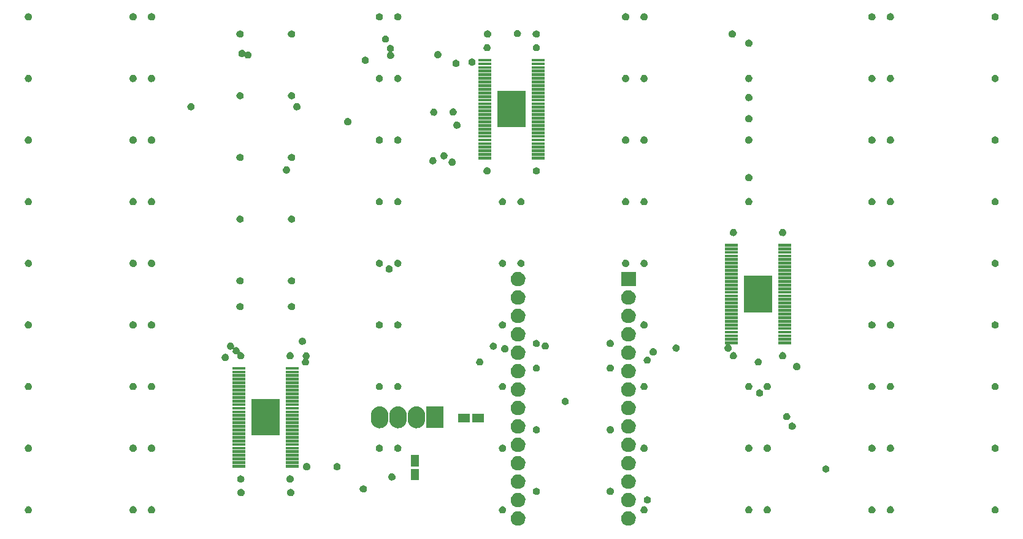
<source format=gbr>
G04 #@! TF.FileFunction,Soldermask,Bot*
%FSLAX46Y46*%
G04 Gerber Fmt 4.6, Leading zero omitted, Abs format (unit mm)*
G04 Created by KiCad (PCBNEW 4.0.7-e1-6374~58~ubuntu16.04.1) date Wed Aug 30 16:43:39 2017*
%MOMM*%
%LPD*%
G01*
G04 APERTURE LIST*
%ADD10C,0.100000*%
G04 APERTURE END LIST*
D10*
G36*
X68935034Y3489336D02*
X69127135Y3449904D01*
X69307927Y3373905D01*
X69470510Y3264242D01*
X69608695Y3125089D01*
X69717220Y2961745D01*
X69791953Y2780429D01*
X69830009Y2588229D01*
X69830043Y2588055D01*
X69826916Y2364060D01*
X69826877Y2363888D01*
X69783468Y2172822D01*
X69703704Y1993669D01*
X69590658Y1833416D01*
X69448641Y1698174D01*
X69283060Y1593094D01*
X69100220Y1522175D01*
X68907094Y1488122D01*
X68711021Y1492229D01*
X68519487Y1534341D01*
X68339780Y1612852D01*
X68178742Y1724777D01*
X68042513Y1865846D01*
X67936278Y2030691D01*
X67864086Y2213028D01*
X67828684Y2405913D01*
X67831423Y2602009D01*
X67872197Y2793836D01*
X67949451Y2974085D01*
X68060247Y3135898D01*
X68200366Y3273112D01*
X68364460Y3380492D01*
X68546294Y3453958D01*
X68738930Y3490705D01*
X68935034Y3489336D01*
X68935034Y3489336D01*
G37*
G36*
X84175034Y3489336D02*
X84367135Y3449904D01*
X84547927Y3373905D01*
X84710510Y3264242D01*
X84848695Y3125089D01*
X84957220Y2961745D01*
X85031953Y2780429D01*
X85070009Y2588229D01*
X85070043Y2588055D01*
X85066916Y2364060D01*
X85066877Y2363888D01*
X85023468Y2172822D01*
X84943704Y1993669D01*
X84830658Y1833416D01*
X84688641Y1698174D01*
X84523060Y1593094D01*
X84340220Y1522175D01*
X84147094Y1488122D01*
X83951021Y1492229D01*
X83759487Y1534341D01*
X83579780Y1612852D01*
X83418742Y1724777D01*
X83282513Y1865846D01*
X83176278Y2030691D01*
X83104086Y2213028D01*
X83068684Y2405913D01*
X83071423Y2602009D01*
X83112197Y2793836D01*
X83189451Y2974085D01*
X83300247Y3135898D01*
X83440366Y3273112D01*
X83604460Y3380492D01*
X83786294Y3453958D01*
X83978930Y3490705D01*
X84175034Y3489336D01*
X84175034Y3489336D01*
G37*
G36*
X134727517Y4199668D02*
X134823566Y4179953D01*
X134913965Y4141952D01*
X134995256Y4087121D01*
X135064347Y4017545D01*
X135118609Y3935873D01*
X135118610Y3935871D01*
X135155976Y3845215D01*
X135175021Y3749028D01*
X135173457Y3637030D01*
X135173419Y3636863D01*
X135173419Y3636858D01*
X135151734Y3541411D01*
X135111852Y3451835D01*
X135055326Y3371704D01*
X134984323Y3304089D01*
X134901530Y3251547D01*
X134810109Y3216087D01*
X134713549Y3199061D01*
X134615509Y3201115D01*
X134519743Y3222171D01*
X134429891Y3261426D01*
X134349368Y3317391D01*
X134281258Y3387920D01*
X134228138Y3470347D01*
X134192043Y3561513D01*
X134174342Y3657955D01*
X134175712Y3756004D01*
X134196099Y3851921D01*
X134234724Y3942040D01*
X134290123Y4022948D01*
X134360184Y4091557D01*
X134442229Y4145245D01*
X134461062Y4152854D01*
X134487688Y4163612D01*
X134533148Y4181979D01*
X134629466Y4200353D01*
X134727517Y4199668D01*
X134727517Y4199668D01*
G37*
G36*
X15727517Y4199668D02*
X15823566Y4179953D01*
X15913965Y4141952D01*
X15995256Y4087121D01*
X16064347Y4017545D01*
X16118609Y3935873D01*
X16118610Y3935871D01*
X16155976Y3845215D01*
X16175021Y3749028D01*
X16173457Y3637030D01*
X16173419Y3636863D01*
X16173419Y3636858D01*
X16151734Y3541411D01*
X16111852Y3451835D01*
X16055326Y3371704D01*
X15984323Y3304089D01*
X15901530Y3251547D01*
X15810109Y3216087D01*
X15713549Y3199061D01*
X15615509Y3201115D01*
X15519743Y3222171D01*
X15429891Y3261426D01*
X15349368Y3317391D01*
X15281258Y3387920D01*
X15228138Y3470347D01*
X15192043Y3561513D01*
X15174342Y3657955D01*
X15175712Y3756004D01*
X15196099Y3851921D01*
X15234724Y3942040D01*
X15290123Y4022948D01*
X15360184Y4091557D01*
X15442229Y4145245D01*
X15461062Y4152854D01*
X15487688Y4163612D01*
X15533148Y4181979D01*
X15629466Y4200353D01*
X15727517Y4199668D01*
X15727517Y4199668D01*
G37*
G36*
X86277517Y4199668D02*
X86373566Y4179953D01*
X86463965Y4141952D01*
X86545256Y4087121D01*
X86614347Y4017545D01*
X86668609Y3935873D01*
X86668610Y3935871D01*
X86705976Y3845215D01*
X86725021Y3749028D01*
X86723457Y3637030D01*
X86723419Y3636863D01*
X86723419Y3636858D01*
X86701734Y3541411D01*
X86661852Y3451835D01*
X86605326Y3371704D01*
X86534323Y3304089D01*
X86451530Y3251547D01*
X86360109Y3216087D01*
X86263549Y3199061D01*
X86165509Y3201115D01*
X86069743Y3222171D01*
X85979891Y3261426D01*
X85899368Y3317391D01*
X85831258Y3387920D01*
X85778138Y3470347D01*
X85742043Y3561513D01*
X85724342Y3657955D01*
X85725712Y3756004D01*
X85746099Y3851921D01*
X85784724Y3942040D01*
X85840123Y4022948D01*
X85910184Y4091557D01*
X85992229Y4145245D01*
X86011062Y4152854D01*
X86037688Y4163612D01*
X86083148Y4181979D01*
X86179466Y4200353D01*
X86277517Y4199668D01*
X86277517Y4199668D01*
G37*
G36*
X66727517Y4199668D02*
X66823566Y4179953D01*
X66913965Y4141952D01*
X66995256Y4087121D01*
X67064347Y4017545D01*
X67118609Y3935873D01*
X67118610Y3935871D01*
X67155976Y3845215D01*
X67175021Y3749028D01*
X67173457Y3637030D01*
X67173419Y3636863D01*
X67173419Y3636858D01*
X67151734Y3541411D01*
X67111852Y3451835D01*
X67055326Y3371704D01*
X66984323Y3304089D01*
X66901530Y3251547D01*
X66810109Y3216087D01*
X66713549Y3199061D01*
X66615509Y3201115D01*
X66519743Y3222171D01*
X66429891Y3261426D01*
X66349368Y3317391D01*
X66281258Y3387920D01*
X66228138Y3470347D01*
X66192043Y3561513D01*
X66174342Y3657955D01*
X66175712Y3756004D01*
X66196099Y3851921D01*
X66234724Y3942040D01*
X66290123Y4022948D01*
X66360184Y4091557D01*
X66442229Y4145245D01*
X66461062Y4152854D01*
X66487688Y4163612D01*
X66533148Y4181979D01*
X66629466Y4200353D01*
X66727517Y4199668D01*
X66727517Y4199668D01*
G37*
G36*
X103277517Y4199668D02*
X103373566Y4179953D01*
X103463965Y4141952D01*
X103545256Y4087121D01*
X103614347Y4017545D01*
X103668609Y3935873D01*
X103668610Y3935871D01*
X103705976Y3845215D01*
X103725021Y3749028D01*
X103723457Y3637030D01*
X103723419Y3636863D01*
X103723419Y3636858D01*
X103701734Y3541411D01*
X103661852Y3451835D01*
X103605326Y3371704D01*
X103534323Y3304089D01*
X103451530Y3251547D01*
X103360109Y3216087D01*
X103263549Y3199061D01*
X103165509Y3201115D01*
X103069743Y3222171D01*
X102979891Y3261426D01*
X102899368Y3317391D01*
X102831258Y3387920D01*
X102778138Y3470347D01*
X102742043Y3561513D01*
X102724342Y3657955D01*
X102725712Y3756004D01*
X102746099Y3851921D01*
X102784724Y3942040D01*
X102840123Y4022948D01*
X102910184Y4091557D01*
X102992229Y4145245D01*
X103011062Y4152854D01*
X103037688Y4163612D01*
X103083148Y4181979D01*
X103179466Y4200353D01*
X103277517Y4199668D01*
X103277517Y4199668D01*
G37*
G36*
X18277517Y4199668D02*
X18373566Y4179953D01*
X18463965Y4141952D01*
X18545256Y4087121D01*
X18614347Y4017545D01*
X18668609Y3935873D01*
X18668610Y3935871D01*
X18705976Y3845215D01*
X18725021Y3749028D01*
X18723457Y3637030D01*
X18723419Y3636863D01*
X18723419Y3636858D01*
X18701734Y3541411D01*
X18661852Y3451835D01*
X18605326Y3371704D01*
X18534323Y3304089D01*
X18451530Y3251547D01*
X18360109Y3216087D01*
X18263549Y3199061D01*
X18165509Y3201115D01*
X18069743Y3222171D01*
X17979891Y3261426D01*
X17899368Y3317391D01*
X17831258Y3387920D01*
X17778138Y3470347D01*
X17742043Y3561513D01*
X17724342Y3657955D01*
X17725712Y3756004D01*
X17746099Y3851921D01*
X17784724Y3942040D01*
X17840123Y4022948D01*
X17910184Y4091557D01*
X17992229Y4145245D01*
X18011062Y4152854D01*
X18037688Y4163612D01*
X18083148Y4181979D01*
X18179466Y4200353D01*
X18277517Y4199668D01*
X18277517Y4199668D01*
G37*
G36*
X100727517Y4199668D02*
X100823566Y4179953D01*
X100913965Y4141952D01*
X100995256Y4087121D01*
X101064347Y4017545D01*
X101118609Y3935873D01*
X101118610Y3935871D01*
X101155976Y3845215D01*
X101175021Y3749028D01*
X101173457Y3637030D01*
X101173419Y3636863D01*
X101173419Y3636858D01*
X101151734Y3541411D01*
X101111852Y3451835D01*
X101055326Y3371704D01*
X100984323Y3304089D01*
X100901530Y3251547D01*
X100810109Y3216087D01*
X100713549Y3199061D01*
X100615509Y3201115D01*
X100519743Y3222171D01*
X100429891Y3261426D01*
X100349368Y3317391D01*
X100281258Y3387920D01*
X100228138Y3470347D01*
X100192043Y3561513D01*
X100174342Y3657955D01*
X100175712Y3756004D01*
X100196099Y3851921D01*
X100234724Y3942040D01*
X100290123Y4022948D01*
X100360184Y4091557D01*
X100442229Y4145245D01*
X100461062Y4152854D01*
X100487688Y4163612D01*
X100533148Y4181979D01*
X100629466Y4200353D01*
X100727517Y4199668D01*
X100727517Y4199668D01*
G37*
G36*
X1277517Y4199668D02*
X1373566Y4179953D01*
X1463965Y4141952D01*
X1545256Y4087121D01*
X1614347Y4017545D01*
X1668609Y3935873D01*
X1668610Y3935871D01*
X1705976Y3845215D01*
X1725021Y3749028D01*
X1723457Y3637030D01*
X1723419Y3636863D01*
X1723419Y3636858D01*
X1701734Y3541411D01*
X1661852Y3451835D01*
X1605326Y3371704D01*
X1534323Y3304089D01*
X1451530Y3251547D01*
X1360109Y3216087D01*
X1263549Y3199061D01*
X1165509Y3201115D01*
X1069743Y3222171D01*
X979891Y3261426D01*
X899368Y3317391D01*
X831258Y3387920D01*
X778138Y3470347D01*
X742043Y3561513D01*
X724342Y3657955D01*
X725712Y3756004D01*
X746099Y3851921D01*
X784724Y3942040D01*
X840123Y4022948D01*
X910184Y4091557D01*
X992229Y4145245D01*
X1011062Y4152854D01*
X1037688Y4163612D01*
X1083148Y4181979D01*
X1179466Y4200353D01*
X1277517Y4199668D01*
X1277517Y4199668D01*
G37*
G36*
X120277517Y4199668D02*
X120373566Y4179953D01*
X120463965Y4141952D01*
X120545256Y4087121D01*
X120614347Y4017545D01*
X120668609Y3935873D01*
X120668610Y3935871D01*
X120705976Y3845215D01*
X120725021Y3749028D01*
X120723457Y3637030D01*
X120723419Y3636863D01*
X120723419Y3636858D01*
X120701734Y3541411D01*
X120661852Y3451835D01*
X120605326Y3371704D01*
X120534323Y3304089D01*
X120451530Y3251547D01*
X120360109Y3216087D01*
X120263549Y3199061D01*
X120165509Y3201115D01*
X120069743Y3222171D01*
X119979891Y3261426D01*
X119899368Y3317391D01*
X119831258Y3387920D01*
X119778138Y3470347D01*
X119742043Y3561513D01*
X119724342Y3657955D01*
X119725712Y3756004D01*
X119746099Y3851921D01*
X119784724Y3942040D01*
X119840123Y4022948D01*
X119910184Y4091557D01*
X119992229Y4145245D01*
X120011062Y4152854D01*
X120037688Y4163612D01*
X120083148Y4181979D01*
X120179466Y4200353D01*
X120277517Y4199668D01*
X120277517Y4199668D01*
G37*
G36*
X117727517Y4199668D02*
X117823566Y4179953D01*
X117913965Y4141952D01*
X117995256Y4087121D01*
X118064347Y4017545D01*
X118118609Y3935873D01*
X118118610Y3935871D01*
X118155976Y3845215D01*
X118175021Y3749028D01*
X118173457Y3637030D01*
X118173419Y3636863D01*
X118173419Y3636858D01*
X118151734Y3541411D01*
X118111852Y3451835D01*
X118055326Y3371704D01*
X117984323Y3304089D01*
X117901530Y3251547D01*
X117810109Y3216087D01*
X117713549Y3199061D01*
X117615509Y3201115D01*
X117519743Y3222171D01*
X117429891Y3261426D01*
X117349368Y3317391D01*
X117281258Y3387920D01*
X117228138Y3470347D01*
X117192043Y3561513D01*
X117174342Y3657955D01*
X117175712Y3756004D01*
X117196099Y3851921D01*
X117234724Y3942040D01*
X117290123Y4022948D01*
X117360184Y4091557D01*
X117442229Y4145245D01*
X117461062Y4152854D01*
X117487688Y4163612D01*
X117533148Y4181979D01*
X117629466Y4200353D01*
X117727517Y4199668D01*
X117727517Y4199668D01*
G37*
G36*
X68935034Y6029336D02*
X69127135Y5989904D01*
X69307927Y5913905D01*
X69470510Y5804242D01*
X69608695Y5665089D01*
X69717220Y5501745D01*
X69791953Y5320429D01*
X69830009Y5128229D01*
X69830043Y5128055D01*
X69826916Y4904060D01*
X69826877Y4903888D01*
X69783468Y4712822D01*
X69703704Y4533669D01*
X69590658Y4373416D01*
X69448641Y4238174D01*
X69283060Y4133094D01*
X69100220Y4062175D01*
X68907094Y4028122D01*
X68711021Y4032229D01*
X68519487Y4074341D01*
X68339780Y4152852D01*
X68178742Y4264777D01*
X68042513Y4405846D01*
X67936278Y4570691D01*
X67864086Y4753028D01*
X67828684Y4945913D01*
X67831423Y5142009D01*
X67872197Y5333836D01*
X67949451Y5514085D01*
X68060247Y5675898D01*
X68200366Y5813112D01*
X68364460Y5920492D01*
X68546294Y5993958D01*
X68738930Y6030705D01*
X68935034Y6029336D01*
X68935034Y6029336D01*
G37*
G36*
X84175034Y6029336D02*
X84367135Y5989904D01*
X84547927Y5913905D01*
X84710510Y5804242D01*
X84848695Y5665089D01*
X84957220Y5501745D01*
X85031953Y5320429D01*
X85070009Y5128229D01*
X85070043Y5128055D01*
X85066916Y4904060D01*
X85066877Y4903888D01*
X85023468Y4712822D01*
X84943704Y4533669D01*
X84830658Y4373416D01*
X84688641Y4238174D01*
X84523060Y4133094D01*
X84340220Y4062175D01*
X84147094Y4028122D01*
X83951021Y4032229D01*
X83759487Y4074341D01*
X83579780Y4152852D01*
X83418742Y4264777D01*
X83282513Y4405846D01*
X83176278Y4570691D01*
X83104086Y4753028D01*
X83068684Y4945913D01*
X83071423Y5142009D01*
X83112197Y5333836D01*
X83189451Y5514085D01*
X83300247Y5675898D01*
X83440366Y5813112D01*
X83604460Y5920492D01*
X83786294Y5993958D01*
X83978930Y6030705D01*
X84175034Y6029336D01*
X84175034Y6029336D01*
G37*
G36*
X86726517Y5569468D02*
X86822566Y5549753D01*
X86912965Y5511752D01*
X86994256Y5456921D01*
X87063347Y5387345D01*
X87117609Y5305673D01*
X87154976Y5215014D01*
X87169432Y5142008D01*
X87174021Y5118828D01*
X87172457Y5006830D01*
X87172419Y5006663D01*
X87172419Y5006658D01*
X87150734Y4911211D01*
X87110852Y4821635D01*
X87054326Y4741504D01*
X86983323Y4673889D01*
X86900530Y4621347D01*
X86809109Y4585887D01*
X86712549Y4568861D01*
X86614509Y4570915D01*
X86518743Y4591971D01*
X86428891Y4631226D01*
X86348368Y4687191D01*
X86280258Y4757720D01*
X86227138Y4840147D01*
X86191043Y4931313D01*
X86173342Y5027755D01*
X86174712Y5125804D01*
X86195099Y5221721D01*
X86233724Y5311840D01*
X86289123Y5392748D01*
X86359184Y5461357D01*
X86441229Y5515045D01*
X86532148Y5551779D01*
X86628466Y5570153D01*
X86726517Y5569468D01*
X86726517Y5569468D01*
G37*
G36*
X30627517Y6581668D02*
X30723566Y6561953D01*
X30813965Y6523952D01*
X30895256Y6469121D01*
X30964347Y6399545D01*
X31018609Y6317873D01*
X31018610Y6317871D01*
X31055976Y6227215D01*
X31061767Y6197965D01*
X31072939Y6141547D01*
X31075021Y6131028D01*
X31073457Y6019030D01*
X31073419Y6018863D01*
X31073419Y6018858D01*
X31051734Y5923411D01*
X31011852Y5833835D01*
X30955326Y5753704D01*
X30884323Y5686089D01*
X30801530Y5633547D01*
X30710109Y5598087D01*
X30613549Y5581061D01*
X30515509Y5583115D01*
X30419743Y5604171D01*
X30329891Y5643426D01*
X30249368Y5699391D01*
X30181258Y5769920D01*
X30128138Y5852347D01*
X30092043Y5943513D01*
X30074342Y6039955D01*
X30075712Y6138004D01*
X30096099Y6233921D01*
X30134724Y6324040D01*
X30190123Y6404948D01*
X30260184Y6473557D01*
X30342229Y6527245D01*
X30433148Y6563979D01*
X30529466Y6582353D01*
X30627517Y6581668D01*
X30627517Y6581668D01*
G37*
G36*
X37485517Y6581668D02*
X37581566Y6561953D01*
X37671965Y6523952D01*
X37753256Y6469121D01*
X37822347Y6399545D01*
X37876609Y6317873D01*
X37876610Y6317871D01*
X37913976Y6227215D01*
X37919767Y6197965D01*
X37930939Y6141547D01*
X37933021Y6131028D01*
X37931457Y6019030D01*
X37931419Y6018863D01*
X37931419Y6018858D01*
X37909734Y5923411D01*
X37869852Y5833835D01*
X37813326Y5753704D01*
X37742323Y5686089D01*
X37659530Y5633547D01*
X37568109Y5598087D01*
X37471549Y5581061D01*
X37373509Y5583115D01*
X37277743Y5604171D01*
X37187891Y5643426D01*
X37107368Y5699391D01*
X37039258Y5769920D01*
X36986138Y5852347D01*
X36950043Y5943513D01*
X36932342Y6039955D01*
X36933712Y6138004D01*
X36954099Y6233921D01*
X36992724Y6324040D01*
X37048123Y6404948D01*
X37118184Y6473557D01*
X37200229Y6527245D01*
X37291148Y6563979D01*
X37387466Y6582353D01*
X37485517Y6581668D01*
X37485517Y6581668D01*
G37*
G36*
X71402517Y6749668D02*
X71498566Y6729953D01*
X71588965Y6691952D01*
X71670256Y6637121D01*
X71739347Y6567545D01*
X71793609Y6485873D01*
X71793610Y6485871D01*
X71829192Y6399544D01*
X71830976Y6395214D01*
X71845069Y6324042D01*
X71850021Y6299028D01*
X71848457Y6187030D01*
X71848419Y6186863D01*
X71848419Y6186858D01*
X71826734Y6091411D01*
X71786852Y6001835D01*
X71730326Y5921704D01*
X71659323Y5854089D01*
X71576530Y5801547D01*
X71485109Y5766087D01*
X71388549Y5749061D01*
X71290509Y5751115D01*
X71194743Y5772171D01*
X71104891Y5811426D01*
X71024368Y5867391D01*
X70956258Y5937920D01*
X70903138Y6020347D01*
X70867043Y6111513D01*
X70849342Y6207955D01*
X70850712Y6306004D01*
X70871099Y6401921D01*
X70909724Y6492040D01*
X70965123Y6572948D01*
X71035184Y6641557D01*
X71117229Y6695245D01*
X71208148Y6731979D01*
X71304466Y6750353D01*
X71402517Y6749668D01*
X71402517Y6749668D01*
G37*
G36*
X81602517Y6749668D02*
X81698566Y6729953D01*
X81788965Y6691952D01*
X81870256Y6637121D01*
X81939347Y6567545D01*
X81993609Y6485873D01*
X81993610Y6485871D01*
X82029192Y6399544D01*
X82030976Y6395214D01*
X82045069Y6324042D01*
X82050021Y6299028D01*
X82048457Y6187030D01*
X82048419Y6186863D01*
X82048419Y6186858D01*
X82026734Y6091411D01*
X81986852Y6001835D01*
X81930326Y5921704D01*
X81859323Y5854089D01*
X81776530Y5801547D01*
X81685109Y5766087D01*
X81588549Y5749061D01*
X81490509Y5751115D01*
X81394743Y5772171D01*
X81304891Y5811426D01*
X81224368Y5867391D01*
X81156258Y5937920D01*
X81103138Y6020347D01*
X81067043Y6111513D01*
X81049342Y6207955D01*
X81050712Y6306004D01*
X81071099Y6401921D01*
X81109724Y6492040D01*
X81165123Y6572948D01*
X81235184Y6641557D01*
X81317229Y6695245D01*
X81408148Y6731979D01*
X81504466Y6750353D01*
X81602517Y6749668D01*
X81602517Y6749668D01*
G37*
G36*
X47518517Y7089668D02*
X47614566Y7069953D01*
X47704965Y7031952D01*
X47786256Y6977121D01*
X47855347Y6907545D01*
X47909609Y6825873D01*
X47909610Y6825871D01*
X47941019Y6749668D01*
X47946976Y6735214D01*
X47965521Y6641557D01*
X47966021Y6639028D01*
X47964457Y6527030D01*
X47964419Y6526863D01*
X47964419Y6526858D01*
X47942734Y6431411D01*
X47902852Y6341835D01*
X47846326Y6261704D01*
X47775323Y6194089D01*
X47692530Y6141547D01*
X47601109Y6106087D01*
X47504549Y6089061D01*
X47406509Y6091115D01*
X47310743Y6112171D01*
X47220891Y6151426D01*
X47140368Y6207391D01*
X47072258Y6277920D01*
X47019138Y6360347D01*
X46983043Y6451513D01*
X46965342Y6547955D01*
X46966712Y6646004D01*
X46987099Y6741921D01*
X47025724Y6832040D01*
X47081123Y6912948D01*
X47151184Y6981557D01*
X47233229Y7035245D01*
X47324148Y7071979D01*
X47420466Y7090353D01*
X47518517Y7089668D01*
X47518517Y7089668D01*
G37*
G36*
X68935034Y8569336D02*
X69127135Y8529904D01*
X69307927Y8453905D01*
X69470510Y8344242D01*
X69608695Y8205089D01*
X69717220Y8041745D01*
X69791953Y7860429D01*
X69830009Y7668229D01*
X69830043Y7668055D01*
X69826916Y7444060D01*
X69826877Y7443888D01*
X69783468Y7252822D01*
X69703704Y7073669D01*
X69590658Y6913416D01*
X69448641Y6778174D01*
X69283060Y6673094D01*
X69100220Y6602175D01*
X68907094Y6568122D01*
X68711021Y6572229D01*
X68519487Y6614341D01*
X68339780Y6692852D01*
X68178742Y6804777D01*
X68042513Y6945846D01*
X67936278Y7110691D01*
X67864086Y7293028D01*
X67828684Y7485913D01*
X67831423Y7682009D01*
X67872197Y7873836D01*
X67949451Y8054085D01*
X68060247Y8215898D01*
X68200366Y8353112D01*
X68364460Y8460492D01*
X68546294Y8533958D01*
X68738930Y8570705D01*
X68935034Y8569336D01*
X68935034Y8569336D01*
G37*
G36*
X84175034Y8569336D02*
X84367135Y8529904D01*
X84547927Y8453905D01*
X84710510Y8344242D01*
X84848695Y8205089D01*
X84957220Y8041745D01*
X85031953Y7860429D01*
X85070009Y7668229D01*
X85070043Y7668055D01*
X85066916Y7444060D01*
X85066877Y7443888D01*
X85023468Y7252822D01*
X84943704Y7073669D01*
X84830658Y6913416D01*
X84688641Y6778174D01*
X84523060Y6673094D01*
X84340220Y6602175D01*
X84147094Y6568122D01*
X83951021Y6572229D01*
X83759487Y6614341D01*
X83579780Y6692852D01*
X83418742Y6804777D01*
X83282513Y6945846D01*
X83176278Y7110691D01*
X83104086Y7293028D01*
X83068684Y7485913D01*
X83071423Y7682009D01*
X83112197Y7873836D01*
X83189451Y8054085D01*
X83300247Y8215898D01*
X83440366Y8353112D01*
X83604460Y8460492D01*
X83786294Y8533958D01*
X83978930Y8570705D01*
X84175034Y8569336D01*
X84175034Y8569336D01*
G37*
G36*
X30602517Y8449668D02*
X30698566Y8429953D01*
X30788965Y8391952D01*
X30870256Y8337121D01*
X30939347Y8267545D01*
X30993609Y8185873D01*
X31030976Y8095214D01*
X31047583Y8011345D01*
X31050021Y7999028D01*
X31048457Y7887030D01*
X31048419Y7886863D01*
X31048419Y7886858D01*
X31026734Y7791411D01*
X30986852Y7701835D01*
X30930326Y7621704D01*
X30859323Y7554089D01*
X30776530Y7501547D01*
X30685109Y7466087D01*
X30588549Y7449061D01*
X30490509Y7451115D01*
X30394743Y7472171D01*
X30304891Y7511426D01*
X30224368Y7567391D01*
X30156258Y7637920D01*
X30103138Y7720347D01*
X30067043Y7811513D01*
X30049342Y7907955D01*
X30050712Y8006004D01*
X30071099Y8101921D01*
X30109724Y8192040D01*
X30165123Y8272948D01*
X30235184Y8341557D01*
X30317229Y8395245D01*
X30408148Y8431979D01*
X30504466Y8450353D01*
X30602517Y8449668D01*
X30602517Y8449668D01*
G37*
G36*
X37402517Y8449668D02*
X37498566Y8429953D01*
X37588965Y8391952D01*
X37670256Y8337121D01*
X37739347Y8267545D01*
X37793609Y8185873D01*
X37830976Y8095214D01*
X37847583Y8011345D01*
X37850021Y7999028D01*
X37848457Y7887030D01*
X37848419Y7886863D01*
X37848419Y7886858D01*
X37826734Y7791411D01*
X37786852Y7701835D01*
X37730326Y7621704D01*
X37659323Y7554089D01*
X37576530Y7501547D01*
X37485109Y7466087D01*
X37388549Y7449061D01*
X37290509Y7451115D01*
X37194743Y7472171D01*
X37104891Y7511426D01*
X37024368Y7567391D01*
X36956258Y7637920D01*
X36903138Y7720347D01*
X36867043Y7811513D01*
X36849342Y7907955D01*
X36850712Y8006004D01*
X36871099Y8101921D01*
X36909724Y8192040D01*
X36965123Y8272948D01*
X37035184Y8341557D01*
X37117229Y8395245D01*
X37208148Y8431979D01*
X37304466Y8450353D01*
X37402517Y8449668D01*
X37402517Y8449668D01*
G37*
G36*
X51455517Y8740668D02*
X51551566Y8720953D01*
X51641965Y8682952D01*
X51723256Y8628121D01*
X51792347Y8558545D01*
X51846609Y8476873D01*
X51846610Y8476871D01*
X51883976Y8386215D01*
X51903021Y8290028D01*
X51901457Y8178030D01*
X51901419Y8177863D01*
X51901419Y8177858D01*
X51879734Y8082411D01*
X51839852Y7992835D01*
X51783326Y7912704D01*
X51712323Y7845089D01*
X51629530Y7792547D01*
X51538109Y7757087D01*
X51441549Y7740061D01*
X51343509Y7742115D01*
X51247743Y7763171D01*
X51157891Y7802426D01*
X51077368Y7858391D01*
X51009258Y7928920D01*
X50956138Y8011347D01*
X50920043Y8102513D01*
X50902342Y8198955D01*
X50903712Y8297004D01*
X50924099Y8392921D01*
X50962724Y8483040D01*
X51018123Y8563948D01*
X51088184Y8632557D01*
X51170229Y8686245D01*
X51261148Y8722979D01*
X51357466Y8741353D01*
X51455517Y8740668D01*
X51455517Y8740668D01*
G37*
G36*
X55153000Y7761000D02*
X54003000Y7761000D01*
X54003000Y9361000D01*
X55153000Y9361000D01*
X55153000Y7761000D01*
X55153000Y7761000D01*
G37*
G36*
X111370617Y9838168D02*
X111466666Y9818453D01*
X111557065Y9780452D01*
X111638356Y9725621D01*
X111707447Y9656045D01*
X111761709Y9574373D01*
X111761710Y9574371D01*
X111798198Y9485846D01*
X111799076Y9483714D01*
X111813804Y9409334D01*
X111818121Y9387528D01*
X111816557Y9275530D01*
X111816519Y9275363D01*
X111816519Y9275358D01*
X111794834Y9179911D01*
X111754952Y9090335D01*
X111698426Y9010204D01*
X111627423Y8942589D01*
X111544630Y8890047D01*
X111453209Y8854587D01*
X111356649Y8837561D01*
X111258609Y8839615D01*
X111162843Y8860671D01*
X111072991Y8899926D01*
X110992468Y8955891D01*
X110924358Y9026420D01*
X110871238Y9108847D01*
X110835143Y9200013D01*
X110817442Y9296455D01*
X110818812Y9394504D01*
X110839199Y9490421D01*
X110877824Y9580540D01*
X110933223Y9661448D01*
X111003284Y9730057D01*
X111085329Y9783745D01*
X111176248Y9820479D01*
X111272566Y9838853D01*
X111370617Y9838168D01*
X111370617Y9838168D01*
G37*
G36*
X84175034Y11109336D02*
X84367135Y11069904D01*
X84547927Y10993905D01*
X84710510Y10884242D01*
X84848695Y10745089D01*
X84957220Y10581745D01*
X85031953Y10400429D01*
X85070009Y10208229D01*
X85070043Y10208055D01*
X85066916Y9984060D01*
X85066877Y9983888D01*
X85023468Y9792822D01*
X84943704Y9613670D01*
X84830658Y9453416D01*
X84688641Y9318174D01*
X84523060Y9213094D01*
X84340220Y9142175D01*
X84147094Y9108122D01*
X83951021Y9112229D01*
X83759487Y9154341D01*
X83579780Y9232852D01*
X83418742Y9344777D01*
X83282513Y9485846D01*
X83176278Y9650691D01*
X83104086Y9833028D01*
X83068684Y10025913D01*
X83071423Y10222009D01*
X83112197Y10413836D01*
X83189451Y10594085D01*
X83300247Y10755898D01*
X83440366Y10893112D01*
X83604460Y11000492D01*
X83786294Y11073958D01*
X83978930Y11110705D01*
X84175034Y11109336D01*
X84175034Y11109336D01*
G37*
G36*
X68935034Y11109336D02*
X69127135Y11069904D01*
X69307927Y10993905D01*
X69470510Y10884242D01*
X69608695Y10745089D01*
X69717220Y10581745D01*
X69791953Y10400429D01*
X69830009Y10208229D01*
X69830043Y10208055D01*
X69826916Y9984060D01*
X69826877Y9983888D01*
X69783468Y9792822D01*
X69703704Y9613670D01*
X69590658Y9453416D01*
X69448641Y9318174D01*
X69283060Y9213094D01*
X69100220Y9142175D01*
X68907094Y9108122D01*
X68711021Y9112229D01*
X68519487Y9154341D01*
X68339780Y9232852D01*
X68178742Y9344777D01*
X68042513Y9485846D01*
X67936278Y9650691D01*
X67864086Y9833028D01*
X67828684Y10025913D01*
X67831423Y10222009D01*
X67872197Y10413836D01*
X67949451Y10594085D01*
X68060247Y10755898D01*
X68200366Y10893112D01*
X68364460Y11000492D01*
X68546294Y11073958D01*
X68738930Y11110705D01*
X68935034Y11109336D01*
X68935034Y11109336D01*
G37*
G36*
X39696517Y10152968D02*
X39792566Y10133253D01*
X39882965Y10095252D01*
X39964256Y10040421D01*
X40033347Y9970845D01*
X40084820Y9893371D01*
X40087610Y9889171D01*
X40123245Y9802715D01*
X40124976Y9798514D01*
X40143190Y9706528D01*
X40144021Y9702328D01*
X40142457Y9590330D01*
X40142419Y9590163D01*
X40142419Y9590158D01*
X40120734Y9494711D01*
X40080852Y9405135D01*
X40024326Y9325004D01*
X39953323Y9257389D01*
X39870530Y9204847D01*
X39779109Y9169387D01*
X39682549Y9152361D01*
X39584509Y9154415D01*
X39488743Y9175471D01*
X39398891Y9214726D01*
X39318368Y9270691D01*
X39250258Y9341220D01*
X39197138Y9423647D01*
X39161043Y9514813D01*
X39143342Y9611255D01*
X39144712Y9709304D01*
X39165099Y9805221D01*
X39203724Y9895340D01*
X39259123Y9976248D01*
X39329184Y10044857D01*
X39411229Y10098545D01*
X39413474Y10099452D01*
X39456688Y10116912D01*
X39502148Y10135279D01*
X39598466Y10153653D01*
X39696517Y10152968D01*
X39696517Y10152968D01*
G37*
G36*
X43882217Y10157168D02*
X43978266Y10137453D01*
X44068665Y10099452D01*
X44149956Y10044621D01*
X44219047Y9975045D01*
X44272002Y9895340D01*
X44273310Y9893371D01*
X44310676Y9802715D01*
X44311508Y9798514D01*
X44329172Y9709304D01*
X44329721Y9706528D01*
X44328157Y9594530D01*
X44328119Y9594363D01*
X44328119Y9594358D01*
X44306434Y9498911D01*
X44266552Y9409335D01*
X44210026Y9329204D01*
X44139023Y9261589D01*
X44056230Y9209047D01*
X43964809Y9173587D01*
X43868249Y9156561D01*
X43770209Y9158615D01*
X43674443Y9179671D01*
X43584591Y9218926D01*
X43504068Y9274891D01*
X43435958Y9345420D01*
X43382838Y9427847D01*
X43346743Y9519013D01*
X43329042Y9615455D01*
X43330412Y9713504D01*
X43350799Y9809421D01*
X43389424Y9899540D01*
X43444823Y9980448D01*
X43514884Y10049057D01*
X43596929Y10102745D01*
X43687848Y10139479D01*
X43784166Y10157853D01*
X43882217Y10157168D01*
X43882217Y10157168D01*
G37*
G36*
X31167900Y9497614D02*
X29391500Y9497614D01*
X29391500Y9902414D01*
X31167900Y9902414D01*
X31167900Y9497614D01*
X31167900Y9497614D01*
G37*
G36*
X38508500Y9497614D02*
X36732100Y9497614D01*
X36732100Y9902414D01*
X38508500Y9902414D01*
X38508500Y9497614D01*
X38508500Y9497614D01*
G37*
G36*
X55153000Y9661000D02*
X54003000Y9661000D01*
X54003000Y11261000D01*
X55153000Y11261000D01*
X55153000Y9661000D01*
X55153000Y9661000D01*
G37*
G36*
X31167900Y9997612D02*
X29391500Y9997612D01*
X29391500Y10402412D01*
X31167900Y10402412D01*
X31167900Y9997612D01*
X31167900Y9997612D01*
G37*
G36*
X38508500Y9997612D02*
X36732100Y9997612D01*
X36732100Y10402412D01*
X38508500Y10402412D01*
X38508500Y9997612D01*
X38508500Y9997612D01*
G37*
G36*
X31167900Y10497612D02*
X29391500Y10497612D01*
X29391500Y10902412D01*
X31167900Y10902412D01*
X31167900Y10497612D01*
X31167900Y10497612D01*
G37*
G36*
X38508500Y10497612D02*
X36732100Y10497612D01*
X36732100Y10902412D01*
X38508500Y10902412D01*
X38508500Y10497612D01*
X38508500Y10497612D01*
G37*
G36*
X31167900Y10997610D02*
X29391500Y10997610D01*
X29391500Y11402410D01*
X31167900Y11402410D01*
X31167900Y10997610D01*
X31167900Y10997610D01*
G37*
G36*
X38508500Y10997610D02*
X36732100Y10997610D01*
X36732100Y11402410D01*
X38508500Y11402410D01*
X38508500Y10997610D01*
X38508500Y10997610D01*
G37*
G36*
X38508500Y11497610D02*
X36732100Y11497610D01*
X36732100Y11902410D01*
X38508500Y11902410D01*
X38508500Y11497610D01*
X38508500Y11497610D01*
G37*
G36*
X31167900Y11497610D02*
X29391500Y11497610D01*
X29391500Y11902410D01*
X31167900Y11902410D01*
X31167900Y11497610D01*
X31167900Y11497610D01*
G37*
G36*
X68935034Y13649336D02*
X69127135Y13609904D01*
X69307927Y13533905D01*
X69470510Y13424242D01*
X69608695Y13285089D01*
X69717220Y13121745D01*
X69791953Y12940429D01*
X69830009Y12748229D01*
X69830043Y12748055D01*
X69826916Y12524060D01*
X69826877Y12523888D01*
X69783468Y12332822D01*
X69703704Y12153669D01*
X69590658Y11993416D01*
X69448641Y11858174D01*
X69283060Y11753094D01*
X69100220Y11682175D01*
X68907094Y11648122D01*
X68711021Y11652229D01*
X68519487Y11694341D01*
X68339780Y11772852D01*
X68178742Y11884777D01*
X68042513Y12025846D01*
X67936278Y12190691D01*
X67864086Y12373028D01*
X67828684Y12565913D01*
X67831423Y12762009D01*
X67872197Y12953836D01*
X67949451Y13134085D01*
X68060247Y13295898D01*
X68200366Y13433112D01*
X68364460Y13540492D01*
X68546294Y13613958D01*
X68738930Y13650705D01*
X68935034Y13649336D01*
X68935034Y13649336D01*
G37*
G36*
X84175034Y13649336D02*
X84367135Y13609904D01*
X84547927Y13533905D01*
X84710510Y13424242D01*
X84848695Y13285089D01*
X84957220Y13121745D01*
X85031953Y12940429D01*
X85070009Y12748229D01*
X85070043Y12748055D01*
X85066916Y12524060D01*
X85066877Y12523888D01*
X85023468Y12332822D01*
X84943704Y12153669D01*
X84830658Y11993416D01*
X84688641Y11858174D01*
X84523060Y11753094D01*
X84340220Y11682175D01*
X84147094Y11648122D01*
X83951021Y11652229D01*
X83759487Y11694341D01*
X83579780Y11772852D01*
X83418742Y11884777D01*
X83282513Y12025846D01*
X83176278Y12190691D01*
X83104086Y12373028D01*
X83068684Y12565913D01*
X83071423Y12762009D01*
X83112197Y12953836D01*
X83189451Y13134085D01*
X83300247Y13295898D01*
X83440366Y13433112D01*
X83604460Y13540492D01*
X83786294Y13613958D01*
X83978930Y13650705D01*
X84175034Y13649336D01*
X84175034Y13649336D01*
G37*
G36*
X117727517Y12699668D02*
X117823566Y12679953D01*
X117913965Y12641952D01*
X117995256Y12587121D01*
X118064347Y12517545D01*
X118118609Y12435873D01*
X118118610Y12435871D01*
X118155976Y12345215D01*
X118175021Y12249028D01*
X118173457Y12137030D01*
X118173419Y12136863D01*
X118173419Y12136858D01*
X118151734Y12041411D01*
X118111852Y11951835D01*
X118055326Y11871704D01*
X117984323Y11804089D01*
X117901530Y11751547D01*
X117810109Y11716087D01*
X117713549Y11699061D01*
X117615509Y11701115D01*
X117519743Y11722171D01*
X117429891Y11761426D01*
X117349368Y11817391D01*
X117281258Y11887920D01*
X117228138Y11970347D01*
X117192043Y12061513D01*
X117174342Y12157955D01*
X117175712Y12256004D01*
X117196099Y12351921D01*
X117234724Y12442040D01*
X117290123Y12522948D01*
X117360184Y12591557D01*
X117442229Y12645245D01*
X117533148Y12681979D01*
X117629466Y12700353D01*
X117727517Y12699668D01*
X117727517Y12699668D01*
G37*
G36*
X120277517Y12699668D02*
X120373566Y12679953D01*
X120463965Y12641952D01*
X120545256Y12587121D01*
X120614347Y12517545D01*
X120668609Y12435873D01*
X120668610Y12435871D01*
X120705976Y12345215D01*
X120725021Y12249028D01*
X120723457Y12137030D01*
X120723419Y12136863D01*
X120723419Y12136858D01*
X120701734Y12041411D01*
X120661852Y11951835D01*
X120605326Y11871704D01*
X120534323Y11804089D01*
X120451530Y11751547D01*
X120360109Y11716087D01*
X120263549Y11699061D01*
X120165509Y11701115D01*
X120069743Y11722171D01*
X119979891Y11761426D01*
X119899368Y11817391D01*
X119831258Y11887920D01*
X119778138Y11970347D01*
X119742043Y12061513D01*
X119724342Y12157955D01*
X119725712Y12256004D01*
X119746099Y12351921D01*
X119784724Y12442040D01*
X119840123Y12522948D01*
X119910184Y12591557D01*
X119992229Y12645245D01*
X120083148Y12681979D01*
X120179466Y12700353D01*
X120277517Y12699668D01*
X120277517Y12699668D01*
G37*
G36*
X134727517Y12699668D02*
X134823566Y12679953D01*
X134913965Y12641952D01*
X134995256Y12587121D01*
X135064347Y12517545D01*
X135118609Y12435873D01*
X135118610Y12435871D01*
X135155976Y12345215D01*
X135175021Y12249028D01*
X135173457Y12137030D01*
X135173419Y12136863D01*
X135173419Y12136858D01*
X135151734Y12041411D01*
X135111852Y11951835D01*
X135055326Y11871704D01*
X134984323Y11804089D01*
X134901530Y11751547D01*
X134810109Y11716087D01*
X134713549Y11699061D01*
X134615509Y11701115D01*
X134519743Y11722171D01*
X134429891Y11761426D01*
X134349368Y11817391D01*
X134281258Y11887920D01*
X134228138Y11970347D01*
X134192043Y12061513D01*
X134174342Y12157955D01*
X134175712Y12256004D01*
X134196099Y12351921D01*
X134234724Y12442040D01*
X134290123Y12522948D01*
X134360184Y12591557D01*
X134442229Y12645245D01*
X134533148Y12681979D01*
X134629466Y12700353D01*
X134727517Y12699668D01*
X134727517Y12699668D01*
G37*
G36*
X86277517Y12699668D02*
X86373566Y12679953D01*
X86463965Y12641952D01*
X86545256Y12587121D01*
X86614347Y12517545D01*
X86668609Y12435873D01*
X86668610Y12435871D01*
X86705976Y12345215D01*
X86725021Y12249028D01*
X86723457Y12137030D01*
X86723419Y12136863D01*
X86723419Y12136858D01*
X86701734Y12041411D01*
X86661852Y11951835D01*
X86605326Y11871704D01*
X86534323Y11804089D01*
X86451530Y11751547D01*
X86360109Y11716087D01*
X86263549Y11699061D01*
X86165509Y11701115D01*
X86069743Y11722171D01*
X85979891Y11761426D01*
X85899368Y11817391D01*
X85831258Y11887920D01*
X85778138Y11970347D01*
X85742043Y12061513D01*
X85724342Y12157955D01*
X85725712Y12256004D01*
X85746099Y12351921D01*
X85784724Y12442040D01*
X85840123Y12522948D01*
X85910184Y12591557D01*
X85992229Y12645245D01*
X86083148Y12681979D01*
X86179466Y12700353D01*
X86277517Y12699668D01*
X86277517Y12699668D01*
G37*
G36*
X100727517Y12699668D02*
X100823566Y12679953D01*
X100913965Y12641952D01*
X100995256Y12587121D01*
X101064347Y12517545D01*
X101118609Y12435873D01*
X101118610Y12435871D01*
X101155976Y12345215D01*
X101175021Y12249028D01*
X101173457Y12137030D01*
X101173419Y12136863D01*
X101173419Y12136858D01*
X101151734Y12041411D01*
X101111852Y11951835D01*
X101055326Y11871704D01*
X100984323Y11804089D01*
X100901530Y11751547D01*
X100810109Y11716087D01*
X100713549Y11699061D01*
X100615509Y11701115D01*
X100519743Y11722171D01*
X100429891Y11761426D01*
X100349368Y11817391D01*
X100281258Y11887920D01*
X100228138Y11970347D01*
X100192043Y12061513D01*
X100174342Y12157955D01*
X100175712Y12256004D01*
X100196099Y12351921D01*
X100234724Y12442040D01*
X100290123Y12522948D01*
X100360184Y12591557D01*
X100442229Y12645245D01*
X100533148Y12681979D01*
X100629466Y12700353D01*
X100727517Y12699668D01*
X100727517Y12699668D01*
G37*
G36*
X66727517Y12699668D02*
X66823566Y12679953D01*
X66913965Y12641952D01*
X66995256Y12587121D01*
X67064347Y12517545D01*
X67118609Y12435873D01*
X67118610Y12435871D01*
X67155976Y12345215D01*
X67175021Y12249028D01*
X67173457Y12137030D01*
X67173419Y12136863D01*
X67173419Y12136858D01*
X67151734Y12041411D01*
X67111852Y11951835D01*
X67055326Y11871704D01*
X66984323Y11804089D01*
X66901530Y11751547D01*
X66810109Y11716087D01*
X66713549Y11699061D01*
X66615509Y11701115D01*
X66519743Y11722171D01*
X66429891Y11761426D01*
X66349368Y11817391D01*
X66281258Y11887920D01*
X66228138Y11970347D01*
X66192043Y12061513D01*
X66174342Y12157955D01*
X66175712Y12256004D01*
X66196099Y12351921D01*
X66234724Y12442040D01*
X66290123Y12522948D01*
X66360184Y12591557D01*
X66442229Y12645245D01*
X66533148Y12681979D01*
X66629466Y12700353D01*
X66727517Y12699668D01*
X66727517Y12699668D01*
G37*
G36*
X49727517Y12699668D02*
X49823566Y12679953D01*
X49913965Y12641952D01*
X49995256Y12587121D01*
X50064347Y12517545D01*
X50118609Y12435873D01*
X50118610Y12435871D01*
X50155976Y12345215D01*
X50175021Y12249028D01*
X50173457Y12137030D01*
X50173419Y12136863D01*
X50173419Y12136858D01*
X50151734Y12041411D01*
X50111852Y11951835D01*
X50055326Y11871704D01*
X49984323Y11804089D01*
X49901530Y11751547D01*
X49810109Y11716087D01*
X49713549Y11699061D01*
X49615509Y11701115D01*
X49519743Y11722171D01*
X49429891Y11761426D01*
X49349368Y11817391D01*
X49281258Y11887920D01*
X49228138Y11970347D01*
X49192043Y12061513D01*
X49174342Y12157955D01*
X49175712Y12256004D01*
X49196099Y12351921D01*
X49234724Y12442040D01*
X49290123Y12522948D01*
X49360184Y12591557D01*
X49442229Y12645245D01*
X49533148Y12681979D01*
X49629466Y12700353D01*
X49727517Y12699668D01*
X49727517Y12699668D01*
G37*
G36*
X52277517Y12699668D02*
X52373566Y12679953D01*
X52463965Y12641952D01*
X52545256Y12587121D01*
X52614347Y12517545D01*
X52668609Y12435873D01*
X52668610Y12435871D01*
X52705976Y12345215D01*
X52725021Y12249028D01*
X52723457Y12137030D01*
X52723419Y12136863D01*
X52723419Y12136858D01*
X52701734Y12041411D01*
X52661852Y11951835D01*
X52605326Y11871704D01*
X52534323Y11804089D01*
X52451530Y11751547D01*
X52360109Y11716087D01*
X52263549Y11699061D01*
X52165509Y11701115D01*
X52069743Y11722171D01*
X51979891Y11761426D01*
X51899368Y11817391D01*
X51831258Y11887920D01*
X51778138Y11970347D01*
X51742043Y12061513D01*
X51724342Y12157955D01*
X51725712Y12256004D01*
X51746099Y12351921D01*
X51784724Y12442040D01*
X51840123Y12522948D01*
X51910184Y12591557D01*
X51992229Y12645245D01*
X52083148Y12681979D01*
X52179466Y12700353D01*
X52277517Y12699668D01*
X52277517Y12699668D01*
G37*
G36*
X1277517Y12699668D02*
X1373566Y12679953D01*
X1463965Y12641952D01*
X1545256Y12587121D01*
X1614347Y12517545D01*
X1668609Y12435873D01*
X1668610Y12435871D01*
X1705976Y12345215D01*
X1725021Y12249028D01*
X1723457Y12137030D01*
X1723419Y12136863D01*
X1723419Y12136858D01*
X1701734Y12041411D01*
X1661852Y11951835D01*
X1605326Y11871704D01*
X1534323Y11804089D01*
X1451530Y11751547D01*
X1360109Y11716087D01*
X1263549Y11699061D01*
X1165509Y11701115D01*
X1069743Y11722171D01*
X979891Y11761426D01*
X899368Y11817391D01*
X831258Y11887920D01*
X778138Y11970347D01*
X742043Y12061513D01*
X724342Y12157955D01*
X725712Y12256004D01*
X746099Y12351921D01*
X784724Y12442040D01*
X840123Y12522948D01*
X910184Y12591557D01*
X992229Y12645245D01*
X1083148Y12681979D01*
X1179466Y12700353D01*
X1277517Y12699668D01*
X1277517Y12699668D01*
G37*
G36*
X15727517Y12699668D02*
X15823566Y12679953D01*
X15913965Y12641952D01*
X15995256Y12587121D01*
X16064347Y12517545D01*
X16118609Y12435873D01*
X16118610Y12435871D01*
X16155976Y12345215D01*
X16175021Y12249028D01*
X16173457Y12137030D01*
X16173419Y12136863D01*
X16173419Y12136858D01*
X16151734Y12041411D01*
X16111852Y11951835D01*
X16055326Y11871704D01*
X15984323Y11804089D01*
X15901530Y11751547D01*
X15810109Y11716087D01*
X15713549Y11699061D01*
X15615509Y11701115D01*
X15519743Y11722171D01*
X15429891Y11761426D01*
X15349368Y11817391D01*
X15281258Y11887920D01*
X15228138Y11970347D01*
X15192043Y12061513D01*
X15174342Y12157955D01*
X15175712Y12256004D01*
X15196099Y12351921D01*
X15234724Y12442040D01*
X15290123Y12522948D01*
X15360184Y12591557D01*
X15442229Y12645245D01*
X15533148Y12681979D01*
X15629466Y12700353D01*
X15727517Y12699668D01*
X15727517Y12699668D01*
G37*
G36*
X18277517Y12699668D02*
X18373566Y12679953D01*
X18463965Y12641952D01*
X18545256Y12587121D01*
X18614347Y12517545D01*
X18668609Y12435873D01*
X18668610Y12435871D01*
X18705976Y12345215D01*
X18725021Y12249028D01*
X18723457Y12137030D01*
X18723419Y12136863D01*
X18723419Y12136858D01*
X18701734Y12041411D01*
X18661852Y11951835D01*
X18605326Y11871704D01*
X18534323Y11804089D01*
X18451530Y11751547D01*
X18360109Y11716087D01*
X18263549Y11699061D01*
X18165509Y11701115D01*
X18069743Y11722171D01*
X17979891Y11761426D01*
X17899368Y11817391D01*
X17831258Y11887920D01*
X17778138Y11970347D01*
X17742043Y12061513D01*
X17724342Y12157955D01*
X17725712Y12256004D01*
X17746099Y12351921D01*
X17784724Y12442040D01*
X17840123Y12522948D01*
X17910184Y12591557D01*
X17992229Y12645245D01*
X18083148Y12681979D01*
X18179466Y12700353D01*
X18277517Y12699668D01*
X18277517Y12699668D01*
G37*
G36*
X103277517Y12699668D02*
X103373566Y12679953D01*
X103463965Y12641952D01*
X103545256Y12587121D01*
X103614347Y12517545D01*
X103668609Y12435873D01*
X103668610Y12435871D01*
X103705976Y12345215D01*
X103725021Y12249028D01*
X103723457Y12137030D01*
X103723419Y12136863D01*
X103723419Y12136858D01*
X103701734Y12041411D01*
X103661852Y11951835D01*
X103605326Y11871704D01*
X103534323Y11804089D01*
X103451530Y11751547D01*
X103360109Y11716087D01*
X103263549Y11699061D01*
X103165509Y11701115D01*
X103069743Y11722171D01*
X102979891Y11761426D01*
X102899368Y11817391D01*
X102831258Y11887920D01*
X102778138Y11970347D01*
X102742043Y12061513D01*
X102724342Y12157955D01*
X102725712Y12256004D01*
X102746099Y12351921D01*
X102784724Y12442040D01*
X102840123Y12522948D01*
X102910184Y12591557D01*
X102992229Y12645245D01*
X103083148Y12681979D01*
X103179466Y12700353D01*
X103277517Y12699668D01*
X103277517Y12699668D01*
G37*
G36*
X38508500Y11997609D02*
X36732100Y11997609D01*
X36732100Y12402409D01*
X38508500Y12402409D01*
X38508500Y11997609D01*
X38508500Y11997609D01*
G37*
G36*
X31167900Y11997609D02*
X29391500Y11997609D01*
X29391500Y12402409D01*
X31167900Y12402409D01*
X31167900Y11997609D01*
X31167900Y11997609D01*
G37*
G36*
X38508500Y12497608D02*
X36732100Y12497608D01*
X36732100Y12902408D01*
X38508500Y12902408D01*
X38508500Y12497608D01*
X38508500Y12497608D01*
G37*
G36*
X31167900Y12497608D02*
X29391500Y12497608D01*
X29391500Y12902408D01*
X31167900Y12902408D01*
X31167900Y12497608D01*
X31167900Y12497608D01*
G37*
G36*
X31167900Y12997606D02*
X29391500Y12997606D01*
X29391500Y13402406D01*
X31167900Y13402406D01*
X31167900Y12997606D01*
X31167900Y12997606D01*
G37*
G36*
X38508500Y12997606D02*
X36732100Y12997606D01*
X36732100Y13402406D01*
X38508500Y13402406D01*
X38508500Y12997606D01*
X38508500Y12997606D01*
G37*
G36*
X31167900Y13497606D02*
X29391500Y13497606D01*
X29391500Y13902406D01*
X31167900Y13902406D01*
X31167900Y13497606D01*
X31167900Y13497606D01*
G37*
G36*
X38508500Y13497606D02*
X36732100Y13497606D01*
X36732100Y13902406D01*
X38508500Y13902406D01*
X38508500Y13497606D01*
X38508500Y13497606D01*
G37*
G36*
X35905000Y13950000D02*
X31995000Y13950000D01*
X31995000Y18950000D01*
X35905000Y18950000D01*
X35905000Y13950000D01*
X35905000Y13950000D01*
G37*
G36*
X38508500Y13997604D02*
X36732100Y13997604D01*
X36732100Y14402404D01*
X38508500Y14402404D01*
X38508500Y13997604D01*
X38508500Y13997604D01*
G37*
G36*
X31167900Y13997604D02*
X29391500Y13997604D01*
X29391500Y14402404D01*
X31167900Y14402404D01*
X31167900Y13997604D01*
X31167900Y13997604D01*
G37*
G36*
X68935034Y16189336D02*
X69127135Y16149904D01*
X69307927Y16073905D01*
X69470510Y15964242D01*
X69608695Y15825089D01*
X69717220Y15661745D01*
X69791953Y15480429D01*
X69830009Y15288229D01*
X69830043Y15288055D01*
X69826916Y15064060D01*
X69826877Y15063888D01*
X69783468Y14872822D01*
X69703704Y14693669D01*
X69590658Y14533416D01*
X69448641Y14398174D01*
X69283060Y14293094D01*
X69100220Y14222175D01*
X68907094Y14188122D01*
X68711021Y14192229D01*
X68519487Y14234341D01*
X68339780Y14312852D01*
X68178742Y14424777D01*
X68042513Y14565846D01*
X67936278Y14730691D01*
X67864086Y14913028D01*
X67828684Y15105913D01*
X67831423Y15302009D01*
X67872197Y15493836D01*
X67949451Y15674085D01*
X68060247Y15835898D01*
X68200366Y15973112D01*
X68364460Y16080492D01*
X68546294Y16153958D01*
X68738930Y16190705D01*
X68935034Y16189336D01*
X68935034Y16189336D01*
G37*
G36*
X84175034Y16189336D02*
X84367135Y16149904D01*
X84547927Y16073905D01*
X84710510Y15964242D01*
X84848695Y15825089D01*
X84957220Y15661745D01*
X85031953Y15480429D01*
X85070009Y15288229D01*
X85070043Y15288055D01*
X85066916Y15064060D01*
X85066877Y15063888D01*
X85023468Y14872822D01*
X84943704Y14693669D01*
X84830658Y14533416D01*
X84688641Y14398174D01*
X84523060Y14293094D01*
X84340220Y14222175D01*
X84147094Y14188122D01*
X83951021Y14192229D01*
X83759487Y14234341D01*
X83579780Y14312852D01*
X83418742Y14424777D01*
X83282513Y14565846D01*
X83176278Y14730691D01*
X83104086Y14913028D01*
X83068684Y15105913D01*
X83071423Y15302009D01*
X83112197Y15493836D01*
X83189451Y15674085D01*
X83300247Y15835898D01*
X83440366Y15973112D01*
X83604460Y16080492D01*
X83786294Y16153958D01*
X83978930Y16190705D01*
X84175034Y16189336D01*
X84175034Y16189336D01*
G37*
G36*
X81602517Y15249668D02*
X81698566Y15229953D01*
X81788965Y15191952D01*
X81870256Y15137121D01*
X81939347Y15067545D01*
X81991508Y14989035D01*
X81993610Y14985871D01*
X82028013Y14902404D01*
X82030976Y14895214D01*
X82041654Y14841289D01*
X82050021Y14799028D01*
X82048457Y14687030D01*
X82048419Y14686863D01*
X82048419Y14686858D01*
X82026734Y14591411D01*
X81986852Y14501835D01*
X81930326Y14421704D01*
X81859323Y14354089D01*
X81776530Y14301547D01*
X81685109Y14266087D01*
X81588549Y14249061D01*
X81490509Y14251115D01*
X81394743Y14272171D01*
X81304891Y14311426D01*
X81224368Y14367391D01*
X81156258Y14437920D01*
X81103138Y14520347D01*
X81067043Y14611513D01*
X81049342Y14707955D01*
X81050712Y14806004D01*
X81071099Y14901921D01*
X81109724Y14992040D01*
X81165123Y15072948D01*
X81235184Y15141557D01*
X81317229Y15195245D01*
X81408148Y15231979D01*
X81504466Y15250353D01*
X81602517Y15249668D01*
X81602517Y15249668D01*
G37*
G36*
X71402517Y15249668D02*
X71498566Y15229953D01*
X71588965Y15191952D01*
X71670256Y15137121D01*
X71739347Y15067545D01*
X71791508Y14989035D01*
X71793610Y14985871D01*
X71828013Y14902404D01*
X71830976Y14895214D01*
X71841654Y14841289D01*
X71850021Y14799028D01*
X71848457Y14687030D01*
X71848419Y14686863D01*
X71848419Y14686858D01*
X71826734Y14591411D01*
X71786852Y14501835D01*
X71730326Y14421704D01*
X71659323Y14354089D01*
X71576530Y14301547D01*
X71485109Y14266087D01*
X71388549Y14249061D01*
X71290509Y14251115D01*
X71194743Y14272171D01*
X71104891Y14311426D01*
X71024368Y14367391D01*
X70956258Y14437920D01*
X70903138Y14520347D01*
X70867043Y14611513D01*
X70849342Y14707955D01*
X70850712Y14806004D01*
X70871099Y14901921D01*
X70909724Y14992040D01*
X70965123Y15072948D01*
X71035184Y15141557D01*
X71117229Y15195245D01*
X71208148Y15231979D01*
X71304466Y15250353D01*
X71402517Y15249668D01*
X71402517Y15249668D01*
G37*
G36*
X38508500Y14497604D02*
X36732100Y14497604D01*
X36732100Y14902404D01*
X38508500Y14902404D01*
X38508500Y14497604D01*
X38508500Y14497604D01*
G37*
G36*
X31167900Y14497604D02*
X29391500Y14497604D01*
X29391500Y14902404D01*
X31167900Y14902404D01*
X31167900Y14497604D01*
X31167900Y14497604D01*
G37*
G36*
X106719917Y15736868D02*
X106815966Y15717153D01*
X106906365Y15679152D01*
X106987656Y15624321D01*
X107056747Y15554745D01*
X107107289Y15478672D01*
X107111010Y15473071D01*
X107114427Y15464782D01*
X107148376Y15382414D01*
X107167086Y15287924D01*
X107167421Y15286228D01*
X107165857Y15174230D01*
X107165819Y15174063D01*
X107165819Y15174058D01*
X107144134Y15078611D01*
X107104252Y14989035D01*
X107047726Y14908904D01*
X106976723Y14841289D01*
X106893930Y14788747D01*
X106802509Y14753287D01*
X106705949Y14736261D01*
X106607909Y14738315D01*
X106512143Y14759371D01*
X106422291Y14798626D01*
X106341768Y14854591D01*
X106273658Y14925120D01*
X106220538Y15007547D01*
X106184443Y15098713D01*
X106166742Y15195155D01*
X106168112Y15293204D01*
X106188499Y15389121D01*
X106227124Y15479240D01*
X106282523Y15560148D01*
X106352584Y15628757D01*
X106434629Y15682445D01*
X106525548Y15719179D01*
X106621866Y15737553D01*
X106719917Y15736868D01*
X106719917Y15736868D01*
G37*
G36*
X49946268Y17932752D02*
X49946274Y17932750D01*
X49946294Y17932748D01*
X50170019Y17863494D01*
X50376031Y17752103D01*
X50556485Y17602819D01*
X50704505Y17421328D01*
X50814455Y17214542D01*
X50882146Y16990339D01*
X50905000Y16757258D01*
X50905000Y16142621D01*
X50904891Y16127004D01*
X50904890Y16126995D01*
X50904883Y16125987D01*
X50878777Y15893248D01*
X50807962Y15670012D01*
X50695136Y15464782D01*
X50544596Y15285375D01*
X50362076Y15138625D01*
X50154528Y15030121D01*
X49929858Y14963997D01*
X49929837Y14963995D01*
X49929833Y14963994D01*
X49696623Y14942770D01*
X49463732Y14967248D01*
X49463726Y14967250D01*
X49463706Y14967252D01*
X49239981Y15036506D01*
X49033969Y15147897D01*
X48853515Y15297181D01*
X48705495Y15478672D01*
X48595545Y15685458D01*
X48527854Y15909661D01*
X48505000Y16142742D01*
X48505000Y16757379D01*
X48505109Y16772996D01*
X48505110Y16773005D01*
X48505117Y16774013D01*
X48531223Y17006752D01*
X48602038Y17229988D01*
X48714864Y17435218D01*
X48865404Y17614625D01*
X49047924Y17761375D01*
X49255472Y17869879D01*
X49480142Y17936003D01*
X49480163Y17936005D01*
X49480167Y17936006D01*
X49713377Y17957230D01*
X49946268Y17932752D01*
X49946268Y17932752D01*
G37*
G36*
X55026268Y17932752D02*
X55026274Y17932750D01*
X55026294Y17932748D01*
X55250019Y17863494D01*
X55456031Y17752103D01*
X55636485Y17602819D01*
X55784505Y17421328D01*
X55894455Y17214542D01*
X55962146Y16990339D01*
X55985000Y16757258D01*
X55985000Y16142621D01*
X55984891Y16127004D01*
X55984890Y16126995D01*
X55984883Y16125987D01*
X55958777Y15893248D01*
X55887962Y15670012D01*
X55775136Y15464782D01*
X55624596Y15285375D01*
X55442076Y15138625D01*
X55234528Y15030121D01*
X55009858Y14963997D01*
X55009837Y14963995D01*
X55009833Y14963994D01*
X54776623Y14942770D01*
X54543732Y14967248D01*
X54543726Y14967250D01*
X54543706Y14967252D01*
X54319981Y15036506D01*
X54113969Y15147897D01*
X53933515Y15297181D01*
X53785495Y15478672D01*
X53675545Y15685458D01*
X53607854Y15909661D01*
X53585000Y16142742D01*
X53585000Y16757379D01*
X53585109Y16772996D01*
X53585110Y16773005D01*
X53585117Y16774013D01*
X53611223Y17006752D01*
X53682038Y17229988D01*
X53794864Y17435218D01*
X53945404Y17614625D01*
X54127924Y17761375D01*
X54335472Y17869879D01*
X54560142Y17936003D01*
X54560163Y17936005D01*
X54560167Y17936006D01*
X54793377Y17957230D01*
X55026268Y17932752D01*
X55026268Y17932752D01*
G37*
G36*
X52486268Y17932752D02*
X52486274Y17932750D01*
X52486294Y17932748D01*
X52710019Y17863494D01*
X52916031Y17752103D01*
X53096485Y17602819D01*
X53244505Y17421328D01*
X53354455Y17214542D01*
X53422146Y16990339D01*
X53445000Y16757258D01*
X53445000Y16142621D01*
X53444891Y16127004D01*
X53444890Y16126995D01*
X53444883Y16125987D01*
X53418777Y15893248D01*
X53347962Y15670012D01*
X53235136Y15464782D01*
X53084596Y15285375D01*
X52902076Y15138625D01*
X52694528Y15030121D01*
X52469858Y14963997D01*
X52469837Y14963995D01*
X52469833Y14963994D01*
X52236623Y14942770D01*
X52003732Y14967248D01*
X52003726Y14967250D01*
X52003706Y14967252D01*
X51779981Y15036506D01*
X51573969Y15147897D01*
X51393515Y15297181D01*
X51245495Y15478672D01*
X51135545Y15685458D01*
X51067854Y15909661D01*
X51045000Y16142742D01*
X51045000Y16757379D01*
X51045109Y16772996D01*
X51045110Y16773005D01*
X51045117Y16774013D01*
X51071223Y17006752D01*
X51142038Y17229988D01*
X51254864Y17435218D01*
X51405404Y17614625D01*
X51587924Y17761375D01*
X51795472Y17869879D01*
X52020142Y17936003D01*
X52020163Y17936005D01*
X52020167Y17936006D01*
X52253377Y17957230D01*
X52486268Y17932752D01*
X52486268Y17932752D01*
G37*
G36*
X58525000Y14950000D02*
X56125000Y14950000D01*
X56125000Y17950000D01*
X58525000Y17950000D01*
X58525000Y14950000D01*
X58525000Y14950000D01*
G37*
G36*
X38508500Y14997603D02*
X36732100Y14997603D01*
X36732100Y15402403D01*
X38508500Y15402403D01*
X38508500Y14997603D01*
X38508500Y14997603D01*
G37*
G36*
X31167900Y14997603D02*
X29391500Y14997603D01*
X29391500Y15402403D01*
X31167900Y15402403D01*
X31167900Y14997603D01*
X31167900Y14997603D01*
G37*
G36*
X31167900Y15497602D02*
X29391500Y15497602D01*
X29391500Y15902402D01*
X31167900Y15902402D01*
X31167900Y15497602D01*
X31167900Y15497602D01*
G37*
G36*
X38508500Y15497602D02*
X36732100Y15497602D01*
X36732100Y15902402D01*
X38508500Y15902402D01*
X38508500Y15497602D01*
X38508500Y15497602D01*
G37*
G36*
X62175000Y15794000D02*
X60575000Y15794000D01*
X60575000Y16944000D01*
X62175000Y16944000D01*
X62175000Y15794000D01*
X62175000Y15794000D01*
G37*
G36*
X64075000Y15794000D02*
X62475000Y15794000D01*
X62475000Y16944000D01*
X64075000Y16944000D01*
X64075000Y15794000D01*
X64075000Y15794000D01*
G37*
G36*
X31167900Y15997600D02*
X29391500Y15997600D01*
X29391500Y16402400D01*
X31167900Y16402400D01*
X31167900Y15997600D01*
X31167900Y15997600D01*
G37*
G36*
X38508500Y15997600D02*
X36732100Y15997600D01*
X36732100Y16402400D01*
X38508500Y16402400D01*
X38508500Y15997600D01*
X38508500Y15997600D01*
G37*
G36*
X105963317Y17050968D02*
X106059366Y17031253D01*
X106149765Y16993252D01*
X106231056Y16938421D01*
X106300147Y16868845D01*
X106354409Y16787173D01*
X106354410Y16787171D01*
X106391776Y16696515D01*
X106410821Y16600328D01*
X106409257Y16488330D01*
X106409219Y16488163D01*
X106409219Y16488158D01*
X106387534Y16392711D01*
X106347652Y16303135D01*
X106291126Y16223004D01*
X106220123Y16155389D01*
X106137330Y16102847D01*
X106045909Y16067387D01*
X105949349Y16050361D01*
X105851309Y16052415D01*
X105755543Y16073471D01*
X105665691Y16112726D01*
X105585168Y16168691D01*
X105517058Y16239220D01*
X105463938Y16321647D01*
X105427843Y16412813D01*
X105410142Y16509255D01*
X105411512Y16607304D01*
X105431899Y16703221D01*
X105470524Y16793340D01*
X105525923Y16874248D01*
X105595984Y16942857D01*
X105678029Y16996545D01*
X105768948Y17033279D01*
X105865266Y17051653D01*
X105963317Y17050968D01*
X105963317Y17050968D01*
G37*
G36*
X31167900Y16497600D02*
X29391500Y16497600D01*
X29391500Y16902400D01*
X31167900Y16902400D01*
X31167900Y16497600D01*
X31167900Y16497600D01*
G37*
G36*
X38508500Y16497600D02*
X36732100Y16497600D01*
X36732100Y16902400D01*
X38508500Y16902400D01*
X38508500Y16497600D01*
X38508500Y16497600D01*
G37*
G36*
X68935034Y18729336D02*
X69127135Y18689904D01*
X69307927Y18613905D01*
X69470510Y18504242D01*
X69608695Y18365089D01*
X69717220Y18201745D01*
X69791953Y18020429D01*
X69830009Y17828229D01*
X69830043Y17828055D01*
X69826916Y17604060D01*
X69826877Y17603888D01*
X69783468Y17412822D01*
X69703704Y17233669D01*
X69590658Y17073416D01*
X69448641Y16938174D01*
X69283060Y16833094D01*
X69100220Y16762175D01*
X68907094Y16728122D01*
X68711021Y16732229D01*
X68519487Y16774341D01*
X68339780Y16852852D01*
X68178742Y16964777D01*
X68042513Y17105846D01*
X67936278Y17270691D01*
X67864086Y17453028D01*
X67828684Y17645913D01*
X67831423Y17842009D01*
X67872197Y18033836D01*
X67949451Y18214085D01*
X68060247Y18375898D01*
X68200366Y18513112D01*
X68364460Y18620492D01*
X68546294Y18693958D01*
X68738930Y18730705D01*
X68935034Y18729336D01*
X68935034Y18729336D01*
G37*
G36*
X84175034Y18729336D02*
X84367135Y18689904D01*
X84547927Y18613905D01*
X84710510Y18504242D01*
X84848695Y18365089D01*
X84957220Y18201745D01*
X85031953Y18020429D01*
X85070009Y17828229D01*
X85070043Y17828055D01*
X85066916Y17604060D01*
X85066877Y17603888D01*
X85023468Y17412822D01*
X84943704Y17233669D01*
X84830658Y17073416D01*
X84688641Y16938174D01*
X84523060Y16833094D01*
X84340220Y16762175D01*
X84147094Y16728122D01*
X83951021Y16732229D01*
X83759487Y16774341D01*
X83579780Y16852852D01*
X83418742Y16964777D01*
X83282513Y17105846D01*
X83176278Y17270691D01*
X83104086Y17453028D01*
X83068684Y17645913D01*
X83071423Y17842009D01*
X83112197Y18033836D01*
X83189451Y18214085D01*
X83300247Y18375898D01*
X83440366Y18513112D01*
X83604460Y18620492D01*
X83786294Y18693958D01*
X83978930Y18730705D01*
X84175034Y18729336D01*
X84175034Y18729336D01*
G37*
G36*
X38508500Y16997598D02*
X36732100Y16997598D01*
X36732100Y17402398D01*
X38508500Y17402398D01*
X38508500Y16997598D01*
X38508500Y16997598D01*
G37*
G36*
X31167900Y16997598D02*
X29391500Y16997598D01*
X29391500Y17402398D01*
X31167900Y17402398D01*
X31167900Y16997598D01*
X31167900Y16997598D01*
G37*
G36*
X31167900Y17497597D02*
X29391500Y17497597D01*
X29391500Y17902397D01*
X31167900Y17902397D01*
X31167900Y17497597D01*
X31167900Y17497597D01*
G37*
G36*
X38508500Y17497597D02*
X36732100Y17497597D01*
X36732100Y17902397D01*
X38508500Y17902397D01*
X38508500Y17497597D01*
X38508500Y17497597D01*
G37*
G36*
X31167900Y17997596D02*
X29391500Y17997596D01*
X29391500Y18402396D01*
X31167900Y18402396D01*
X31167900Y17997596D01*
X31167900Y17997596D01*
G37*
G36*
X38508500Y17997596D02*
X36732100Y17997596D01*
X36732100Y18402396D01*
X38508500Y18402396D01*
X38508500Y17997596D01*
X38508500Y17997596D01*
G37*
G36*
X75390617Y19164068D02*
X75486666Y19144353D01*
X75577065Y19106352D01*
X75658356Y19051521D01*
X75727447Y18981945D01*
X75781709Y18900273D01*
X75819076Y18809614D01*
X75834972Y18729336D01*
X75838121Y18713428D01*
X75836557Y18601430D01*
X75836519Y18601263D01*
X75836519Y18601258D01*
X75814834Y18505811D01*
X75774952Y18416235D01*
X75718426Y18336104D01*
X75647423Y18268489D01*
X75564630Y18215947D01*
X75473209Y18180487D01*
X75376649Y18163461D01*
X75278609Y18165515D01*
X75182843Y18186571D01*
X75092991Y18225826D01*
X75012468Y18281791D01*
X74944358Y18352320D01*
X74891238Y18434747D01*
X74855143Y18525913D01*
X74837442Y18622355D01*
X74838812Y18720404D01*
X74859199Y18816321D01*
X74897824Y18906440D01*
X74953223Y18987348D01*
X75023284Y19055957D01*
X75105329Y19109645D01*
X75196248Y19146379D01*
X75292566Y19164753D01*
X75390617Y19164068D01*
X75390617Y19164068D01*
G37*
G36*
X38508500Y18497596D02*
X36732100Y18497596D01*
X36732100Y18902396D01*
X38508500Y18902396D01*
X38508500Y18497596D01*
X38508500Y18497596D01*
G37*
G36*
X31167900Y18497596D02*
X29391500Y18497596D01*
X29391500Y18902396D01*
X31167900Y18902396D01*
X31167900Y18497596D01*
X31167900Y18497596D01*
G37*
G36*
X31167900Y18997594D02*
X29391500Y18997594D01*
X29391500Y19402394D01*
X31167900Y19402394D01*
X31167900Y18997594D01*
X31167900Y18997594D01*
G37*
G36*
X38508500Y18997594D02*
X36732100Y18997594D01*
X36732100Y19402394D01*
X38508500Y19402394D01*
X38508500Y18997594D01*
X38508500Y18997594D01*
G37*
G36*
X68935034Y21269336D02*
X69127135Y21229904D01*
X69307927Y21153905D01*
X69470510Y21044242D01*
X69608695Y20905089D01*
X69717220Y20741745D01*
X69791953Y20560429D01*
X69830009Y20368229D01*
X69830043Y20368055D01*
X69826916Y20144060D01*
X69826877Y20143888D01*
X69783468Y19952822D01*
X69703704Y19773669D01*
X69590658Y19613416D01*
X69448641Y19478174D01*
X69283060Y19373094D01*
X69100220Y19302175D01*
X68907094Y19268122D01*
X68711021Y19272229D01*
X68519487Y19314341D01*
X68339780Y19392852D01*
X68178742Y19504777D01*
X68042513Y19645846D01*
X67936278Y19810691D01*
X67864086Y19993028D01*
X67828684Y20185913D01*
X67831423Y20382009D01*
X67872197Y20573836D01*
X67949451Y20754085D01*
X68060247Y20915898D01*
X68200366Y21053112D01*
X68364460Y21160492D01*
X68546294Y21233958D01*
X68738930Y21270705D01*
X68935034Y21269336D01*
X68935034Y21269336D01*
G37*
G36*
X84175034Y21269336D02*
X84367135Y21229904D01*
X84547927Y21153905D01*
X84710510Y21044242D01*
X84848695Y20905089D01*
X84957220Y20741745D01*
X85031953Y20560429D01*
X85070009Y20368229D01*
X85070043Y20368055D01*
X85066916Y20144060D01*
X85066877Y20143888D01*
X85023468Y19952822D01*
X84943704Y19773669D01*
X84830658Y19613416D01*
X84688641Y19478174D01*
X84523060Y19373094D01*
X84340220Y19302175D01*
X84147094Y19268122D01*
X83951021Y19272229D01*
X83759487Y19314341D01*
X83579780Y19392852D01*
X83418742Y19504777D01*
X83282513Y19645846D01*
X83176278Y19810691D01*
X83104086Y19993028D01*
X83068684Y20185913D01*
X83071423Y20382009D01*
X83112197Y20573836D01*
X83189451Y20754085D01*
X83300247Y20915898D01*
X83440366Y21053112D01*
X83604460Y21160492D01*
X83786294Y21233958D01*
X83978930Y21270705D01*
X84175034Y21269336D01*
X84175034Y21269336D01*
G37*
G36*
X102228117Y20308868D02*
X102324166Y20289153D01*
X102414565Y20251152D01*
X102495856Y20196321D01*
X102564947Y20126745D01*
X102619209Y20045073D01*
X102619210Y20045071D01*
X102656576Y19954415D01*
X102675621Y19858228D01*
X102674057Y19746230D01*
X102674019Y19746063D01*
X102674019Y19746058D01*
X102652334Y19650611D01*
X102612452Y19561035D01*
X102555926Y19480904D01*
X102484923Y19413289D01*
X102402130Y19360747D01*
X102310709Y19325287D01*
X102214149Y19308261D01*
X102116109Y19310315D01*
X102020343Y19331371D01*
X101930491Y19370626D01*
X101849968Y19426591D01*
X101781858Y19497120D01*
X101728738Y19579547D01*
X101692643Y19670713D01*
X101674942Y19767155D01*
X101676312Y19865204D01*
X101696699Y19961121D01*
X101735324Y20051240D01*
X101790723Y20132148D01*
X101860784Y20200757D01*
X101942829Y20254445D01*
X102033748Y20291179D01*
X102130066Y20309553D01*
X102228117Y20308868D01*
X102228117Y20308868D01*
G37*
G36*
X38508500Y19497594D02*
X36732100Y19497594D01*
X36732100Y19902394D01*
X38508500Y19902394D01*
X38508500Y19497594D01*
X38508500Y19497594D01*
G37*
G36*
X31167900Y19497594D02*
X29391500Y19497594D01*
X29391500Y19902394D01*
X31167900Y19902394D01*
X31167900Y19497594D01*
X31167900Y19497594D01*
G37*
G36*
X31167900Y19997592D02*
X29391500Y19997592D01*
X29391500Y20402392D01*
X31167900Y20402392D01*
X31167900Y19997592D01*
X31167900Y19997592D01*
G37*
G36*
X38508500Y19997592D02*
X36732100Y19997592D01*
X36732100Y20402392D01*
X38508500Y20402392D01*
X38508500Y19997592D01*
X38508500Y19997592D01*
G37*
G36*
X86277517Y21199668D02*
X86373566Y21179953D01*
X86463965Y21141952D01*
X86545256Y21087121D01*
X86614347Y21017545D01*
X86668609Y20935873D01*
X86668610Y20935871D01*
X86705976Y20845215D01*
X86725021Y20749028D01*
X86723457Y20637030D01*
X86723419Y20636863D01*
X86723419Y20636858D01*
X86701734Y20541411D01*
X86661852Y20451835D01*
X86605326Y20371704D01*
X86534323Y20304089D01*
X86451530Y20251547D01*
X86360109Y20216087D01*
X86263549Y20199061D01*
X86165509Y20201115D01*
X86069743Y20222171D01*
X85979891Y20261426D01*
X85899368Y20317391D01*
X85831258Y20387920D01*
X85778138Y20470347D01*
X85742043Y20561513D01*
X85724342Y20657955D01*
X85725712Y20756004D01*
X85746099Y20851921D01*
X85784724Y20942040D01*
X85840123Y21022948D01*
X85910184Y21091557D01*
X85992229Y21145245D01*
X86083148Y21181979D01*
X86179466Y21200353D01*
X86277517Y21199668D01*
X86277517Y21199668D01*
G37*
G36*
X1277517Y21199668D02*
X1373566Y21179953D01*
X1463965Y21141952D01*
X1545256Y21087121D01*
X1614347Y21017545D01*
X1668609Y20935873D01*
X1668610Y20935871D01*
X1705976Y20845215D01*
X1725021Y20749028D01*
X1723457Y20637030D01*
X1723419Y20636863D01*
X1723419Y20636858D01*
X1701734Y20541411D01*
X1661852Y20451835D01*
X1605326Y20371704D01*
X1534323Y20304089D01*
X1451530Y20251547D01*
X1360109Y20216087D01*
X1263549Y20199061D01*
X1165509Y20201115D01*
X1069743Y20222171D01*
X979891Y20261426D01*
X899368Y20317391D01*
X831258Y20387920D01*
X778138Y20470347D01*
X742043Y20561513D01*
X724342Y20657955D01*
X725712Y20756004D01*
X746099Y20851921D01*
X784724Y20942040D01*
X840123Y21022948D01*
X910184Y21091557D01*
X992229Y21145245D01*
X1083148Y21181979D01*
X1179466Y21200353D01*
X1277517Y21199668D01*
X1277517Y21199668D01*
G37*
G36*
X15727517Y21199668D02*
X15823566Y21179953D01*
X15913965Y21141952D01*
X15995256Y21087121D01*
X16064347Y21017545D01*
X16118609Y20935873D01*
X16118610Y20935871D01*
X16155976Y20845215D01*
X16175021Y20749028D01*
X16173457Y20637030D01*
X16173419Y20636863D01*
X16173419Y20636858D01*
X16151734Y20541411D01*
X16111852Y20451835D01*
X16055326Y20371704D01*
X15984323Y20304089D01*
X15901530Y20251547D01*
X15810109Y20216087D01*
X15713549Y20199061D01*
X15615509Y20201115D01*
X15519743Y20222171D01*
X15429891Y20261426D01*
X15349368Y20317391D01*
X15281258Y20387920D01*
X15228138Y20470347D01*
X15192043Y20561513D01*
X15174342Y20657955D01*
X15175712Y20756004D01*
X15196099Y20851921D01*
X15234724Y20942040D01*
X15290123Y21022948D01*
X15360184Y21091557D01*
X15442229Y21145245D01*
X15533148Y21181979D01*
X15629466Y21200353D01*
X15727517Y21199668D01*
X15727517Y21199668D01*
G37*
G36*
X18277517Y21199668D02*
X18373566Y21179953D01*
X18463965Y21141952D01*
X18545256Y21087121D01*
X18614347Y21017545D01*
X18668609Y20935873D01*
X18668610Y20935871D01*
X18705976Y20845215D01*
X18725021Y20749028D01*
X18723457Y20637030D01*
X18723419Y20636863D01*
X18723419Y20636858D01*
X18701734Y20541411D01*
X18661852Y20451835D01*
X18605326Y20371704D01*
X18534323Y20304089D01*
X18451530Y20251547D01*
X18360109Y20216087D01*
X18263549Y20199061D01*
X18165509Y20201115D01*
X18069743Y20222171D01*
X17979891Y20261426D01*
X17899368Y20317391D01*
X17831258Y20387920D01*
X17778138Y20470347D01*
X17742043Y20561513D01*
X17724342Y20657955D01*
X17725712Y20756004D01*
X17746099Y20851921D01*
X17784724Y20942040D01*
X17840123Y21022948D01*
X17910184Y21091557D01*
X17992229Y21145245D01*
X18083148Y21181979D01*
X18179466Y21200353D01*
X18277517Y21199668D01*
X18277517Y21199668D01*
G37*
G36*
X49727517Y21199668D02*
X49823566Y21179953D01*
X49913965Y21141952D01*
X49995256Y21087121D01*
X50064347Y21017545D01*
X50118609Y20935873D01*
X50118610Y20935871D01*
X50155976Y20845215D01*
X50175021Y20749028D01*
X50173457Y20637030D01*
X50173419Y20636863D01*
X50173419Y20636858D01*
X50151734Y20541411D01*
X50111852Y20451835D01*
X50055326Y20371704D01*
X49984323Y20304089D01*
X49901530Y20251547D01*
X49810109Y20216087D01*
X49713549Y20199061D01*
X49615509Y20201115D01*
X49519743Y20222171D01*
X49429891Y20261426D01*
X49349368Y20317391D01*
X49281258Y20387920D01*
X49228138Y20470347D01*
X49192043Y20561513D01*
X49174342Y20657955D01*
X49175712Y20756004D01*
X49196099Y20851921D01*
X49234724Y20942040D01*
X49290123Y21022948D01*
X49360184Y21091557D01*
X49442229Y21145245D01*
X49533148Y21181979D01*
X49629466Y21200353D01*
X49727517Y21199668D01*
X49727517Y21199668D01*
G37*
G36*
X66727517Y21199668D02*
X66823566Y21179953D01*
X66913965Y21141952D01*
X66995256Y21087121D01*
X67064347Y21017545D01*
X67118609Y20935873D01*
X67118610Y20935871D01*
X67155976Y20845215D01*
X67175021Y20749028D01*
X67173457Y20637030D01*
X67173419Y20636863D01*
X67173419Y20636858D01*
X67151734Y20541411D01*
X67111852Y20451835D01*
X67055326Y20371704D01*
X66984323Y20304089D01*
X66901530Y20251547D01*
X66810109Y20216087D01*
X66713549Y20199061D01*
X66615509Y20201115D01*
X66519743Y20222171D01*
X66429891Y20261426D01*
X66349368Y20317391D01*
X66281258Y20387920D01*
X66228138Y20470347D01*
X66192043Y20561513D01*
X66174342Y20657955D01*
X66175712Y20756004D01*
X66196099Y20851921D01*
X66234724Y20942040D01*
X66290123Y21022948D01*
X66360184Y21091557D01*
X66442229Y21145245D01*
X66533148Y21181979D01*
X66629466Y21200353D01*
X66727517Y21199668D01*
X66727517Y21199668D01*
G37*
G36*
X100727517Y21199668D02*
X100823566Y21179953D01*
X100913965Y21141952D01*
X100995256Y21087121D01*
X101064347Y21017545D01*
X101118609Y20935873D01*
X101118610Y20935871D01*
X101155976Y20845215D01*
X101175021Y20749028D01*
X101173457Y20637030D01*
X101173419Y20636863D01*
X101173419Y20636858D01*
X101151734Y20541411D01*
X101111852Y20451835D01*
X101055326Y20371704D01*
X100984323Y20304089D01*
X100901530Y20251547D01*
X100810109Y20216087D01*
X100713549Y20199061D01*
X100615509Y20201115D01*
X100519743Y20222171D01*
X100429891Y20261426D01*
X100349368Y20317391D01*
X100281258Y20387920D01*
X100228138Y20470347D01*
X100192043Y20561513D01*
X100174342Y20657955D01*
X100175712Y20756004D01*
X100196099Y20851921D01*
X100234724Y20942040D01*
X100290123Y21022948D01*
X100360184Y21091557D01*
X100442229Y21145245D01*
X100533148Y21181979D01*
X100629466Y21200353D01*
X100727517Y21199668D01*
X100727517Y21199668D01*
G37*
G36*
X134727517Y21199668D02*
X134823566Y21179953D01*
X134913965Y21141952D01*
X134995256Y21087121D01*
X135064347Y21017545D01*
X135118609Y20935873D01*
X135118610Y20935871D01*
X135155976Y20845215D01*
X135175021Y20749028D01*
X135173457Y20637030D01*
X135173419Y20636863D01*
X135173419Y20636858D01*
X135151734Y20541411D01*
X135111852Y20451835D01*
X135055326Y20371704D01*
X134984323Y20304089D01*
X134901530Y20251547D01*
X134810109Y20216087D01*
X134713549Y20199061D01*
X134615509Y20201115D01*
X134519743Y20222171D01*
X134429891Y20261426D01*
X134349368Y20317391D01*
X134281258Y20387920D01*
X134228138Y20470347D01*
X134192043Y20561513D01*
X134174342Y20657955D01*
X134175712Y20756004D01*
X134196099Y20851921D01*
X134234724Y20942040D01*
X134290123Y21022948D01*
X134360184Y21091557D01*
X134442229Y21145245D01*
X134533148Y21181979D01*
X134629466Y21200353D01*
X134727517Y21199668D01*
X134727517Y21199668D01*
G37*
G36*
X103277517Y21199668D02*
X103373566Y21179953D01*
X103463965Y21141952D01*
X103545256Y21087121D01*
X103614347Y21017545D01*
X103668609Y20935873D01*
X103668610Y20935871D01*
X103705976Y20845215D01*
X103725021Y20749028D01*
X103723457Y20637030D01*
X103723419Y20636863D01*
X103723419Y20636858D01*
X103701734Y20541411D01*
X103661852Y20451835D01*
X103605326Y20371704D01*
X103534323Y20304089D01*
X103451530Y20251547D01*
X103360109Y20216087D01*
X103263549Y20199061D01*
X103165509Y20201115D01*
X103069743Y20222171D01*
X102979891Y20261426D01*
X102899368Y20317391D01*
X102831258Y20387920D01*
X102778138Y20470347D01*
X102742043Y20561513D01*
X102724342Y20657955D01*
X102725712Y20756004D01*
X102746099Y20851921D01*
X102784724Y20942040D01*
X102840123Y21022948D01*
X102910184Y21091557D01*
X102992229Y21145245D01*
X103083148Y21181979D01*
X103179466Y21200353D01*
X103277517Y21199668D01*
X103277517Y21199668D01*
G37*
G36*
X117727517Y21199668D02*
X117823566Y21179953D01*
X117913965Y21141952D01*
X117995256Y21087121D01*
X118064347Y21017545D01*
X118118609Y20935873D01*
X118118610Y20935871D01*
X118155976Y20845215D01*
X118175021Y20749028D01*
X118173457Y20637030D01*
X118173419Y20636863D01*
X118173419Y20636858D01*
X118151734Y20541411D01*
X118111852Y20451835D01*
X118055326Y20371704D01*
X117984323Y20304089D01*
X117901530Y20251547D01*
X117810109Y20216087D01*
X117713549Y20199061D01*
X117615509Y20201115D01*
X117519743Y20222171D01*
X117429891Y20261426D01*
X117349368Y20317391D01*
X117281258Y20387920D01*
X117228138Y20470347D01*
X117192043Y20561513D01*
X117174342Y20657955D01*
X117175712Y20756004D01*
X117196099Y20851921D01*
X117234724Y20942040D01*
X117290123Y21022948D01*
X117360184Y21091557D01*
X117442229Y21145245D01*
X117533148Y21181979D01*
X117629466Y21200353D01*
X117727517Y21199668D01*
X117727517Y21199668D01*
G37*
G36*
X120277517Y21199668D02*
X120373566Y21179953D01*
X120463965Y21141952D01*
X120545256Y21087121D01*
X120614347Y21017545D01*
X120668609Y20935873D01*
X120668610Y20935871D01*
X120705976Y20845215D01*
X120725021Y20749028D01*
X120723457Y20637030D01*
X120723419Y20636863D01*
X120723419Y20636858D01*
X120701734Y20541411D01*
X120661852Y20451835D01*
X120605326Y20371704D01*
X120534323Y20304089D01*
X120451530Y20251547D01*
X120360109Y20216087D01*
X120263549Y20199061D01*
X120165509Y20201115D01*
X120069743Y20222171D01*
X119979891Y20261426D01*
X119899368Y20317391D01*
X119831258Y20387920D01*
X119778138Y20470347D01*
X119742043Y20561513D01*
X119724342Y20657955D01*
X119725712Y20756004D01*
X119746099Y20851921D01*
X119784724Y20942040D01*
X119840123Y21022948D01*
X119910184Y21091557D01*
X119992229Y21145245D01*
X120083148Y21181979D01*
X120179466Y21200353D01*
X120277517Y21199668D01*
X120277517Y21199668D01*
G37*
G36*
X52277517Y21199668D02*
X52373566Y21179953D01*
X52463965Y21141952D01*
X52545256Y21087121D01*
X52614347Y21017545D01*
X52668609Y20935873D01*
X52668610Y20935871D01*
X52705976Y20845215D01*
X52725021Y20749028D01*
X52723457Y20637030D01*
X52723419Y20636863D01*
X52723419Y20636858D01*
X52701734Y20541411D01*
X52661852Y20451835D01*
X52605326Y20371704D01*
X52534323Y20304089D01*
X52451530Y20251547D01*
X52360109Y20216087D01*
X52263549Y20199061D01*
X52165509Y20201115D01*
X52069743Y20222171D01*
X51979891Y20261426D01*
X51899368Y20317391D01*
X51831258Y20387920D01*
X51778138Y20470347D01*
X51742043Y20561513D01*
X51724342Y20657955D01*
X51725712Y20756004D01*
X51746099Y20851921D01*
X51784724Y20942040D01*
X51840123Y21022948D01*
X51910184Y21091557D01*
X51992229Y21145245D01*
X52083148Y21181979D01*
X52179466Y21200353D01*
X52277517Y21199668D01*
X52277517Y21199668D01*
G37*
G36*
X31167900Y20497591D02*
X29391500Y20497591D01*
X29391500Y20902391D01*
X31167900Y20902391D01*
X31167900Y20497591D01*
X31167900Y20497591D01*
G37*
G36*
X38508500Y20497591D02*
X36732100Y20497591D01*
X36732100Y20902391D01*
X38508500Y20902391D01*
X38508500Y20497591D01*
X38508500Y20497591D01*
G37*
G36*
X31167900Y20997590D02*
X29391500Y20997590D01*
X29391500Y21402390D01*
X31167900Y21402390D01*
X31167900Y20997590D01*
X31167900Y20997590D01*
G37*
G36*
X38508500Y20997590D02*
X36732100Y20997590D01*
X36732100Y21402390D01*
X38508500Y21402390D01*
X38508500Y20997590D01*
X38508500Y20997590D01*
G37*
G36*
X38508500Y21497590D02*
X36732100Y21497590D01*
X36732100Y21902390D01*
X38508500Y21902390D01*
X38508500Y21497590D01*
X38508500Y21497590D01*
G37*
G36*
X31167900Y21497590D02*
X29391500Y21497590D01*
X29391500Y21902390D01*
X31167900Y21902390D01*
X31167900Y21497590D01*
X31167900Y21497590D01*
G37*
G36*
X68935034Y23809336D02*
X69127135Y23769904D01*
X69307927Y23693905D01*
X69470510Y23584242D01*
X69608695Y23445089D01*
X69717220Y23281745D01*
X69791953Y23100429D01*
X69830009Y22908229D01*
X69830043Y22908055D01*
X69826916Y22684060D01*
X69826877Y22683888D01*
X69783468Y22492822D01*
X69703704Y22313669D01*
X69590658Y22153416D01*
X69448641Y22018174D01*
X69283060Y21913094D01*
X69100220Y21842175D01*
X68907094Y21808122D01*
X68711021Y21812229D01*
X68519487Y21854341D01*
X68339780Y21932852D01*
X68178742Y22044777D01*
X68042513Y22185846D01*
X67936278Y22350691D01*
X67864086Y22533028D01*
X67828684Y22725913D01*
X67831423Y22922009D01*
X67872197Y23113836D01*
X67949451Y23294085D01*
X68060247Y23455898D01*
X68200366Y23593112D01*
X68364460Y23700492D01*
X68546294Y23773958D01*
X68738930Y23810705D01*
X68935034Y23809336D01*
X68935034Y23809336D01*
G37*
G36*
X84175034Y23809336D02*
X84367135Y23769904D01*
X84547927Y23693905D01*
X84710510Y23584242D01*
X84848695Y23445089D01*
X84957220Y23281745D01*
X85031953Y23100429D01*
X85070009Y22908229D01*
X85070043Y22908055D01*
X85066916Y22684060D01*
X85066877Y22683888D01*
X85023468Y22492822D01*
X84943704Y22313669D01*
X84830658Y22153416D01*
X84688641Y22018174D01*
X84523060Y21913094D01*
X84340220Y21842175D01*
X84147094Y21808122D01*
X83951021Y21812229D01*
X83759487Y21854341D01*
X83579780Y21932852D01*
X83418742Y22044777D01*
X83282513Y22185846D01*
X83176278Y22350691D01*
X83104086Y22533028D01*
X83068684Y22725913D01*
X83071423Y22922009D01*
X83112197Y23113836D01*
X83189451Y23294085D01*
X83300247Y23455898D01*
X83440366Y23593112D01*
X83604460Y23700492D01*
X83786294Y23773958D01*
X83978930Y23810705D01*
X84175034Y23809336D01*
X84175034Y23809336D01*
G37*
G36*
X38508500Y21997588D02*
X36732100Y21997588D01*
X36732100Y22402388D01*
X38508500Y22402388D01*
X38508500Y21997588D01*
X38508500Y21997588D01*
G37*
G36*
X31167900Y21997588D02*
X29391500Y21997588D01*
X29391500Y22402388D01*
X31167900Y22402388D01*
X31167900Y21997588D01*
X31167900Y21997588D01*
G37*
G36*
X38508500Y22497588D02*
X36732100Y22497588D01*
X36732100Y22902388D01*
X38508500Y22902388D01*
X38508500Y22497588D01*
X38508500Y22497588D01*
G37*
G36*
X31167900Y22497588D02*
X29391500Y22497588D01*
X29391500Y22902388D01*
X31167900Y22902388D01*
X31167900Y22497588D01*
X31167900Y22497588D01*
G37*
G36*
X81602517Y23749668D02*
X81698566Y23729953D01*
X81788965Y23691952D01*
X81870256Y23637121D01*
X81939347Y23567545D01*
X81993609Y23485873D01*
X81993610Y23485871D01*
X82020532Y23420555D01*
X82030976Y23395214D01*
X82049035Y23304011D01*
X82050021Y23299028D01*
X82048457Y23187030D01*
X82048419Y23186863D01*
X82048419Y23186858D01*
X82026734Y23091411D01*
X81986852Y23001835D01*
X81930326Y22921704D01*
X81859323Y22854089D01*
X81776530Y22801547D01*
X81685109Y22766087D01*
X81588549Y22749061D01*
X81490509Y22751115D01*
X81394743Y22772171D01*
X81304891Y22811426D01*
X81224368Y22867391D01*
X81156258Y22937920D01*
X81103138Y23020347D01*
X81067043Y23111513D01*
X81049342Y23207955D01*
X81050712Y23306004D01*
X81071099Y23401921D01*
X81109724Y23492040D01*
X81165123Y23572948D01*
X81235184Y23641557D01*
X81317229Y23695245D01*
X81325214Y23698471D01*
X81362688Y23713612D01*
X81408148Y23731979D01*
X81504466Y23750353D01*
X81602517Y23749668D01*
X81602517Y23749668D01*
G37*
G36*
X71402517Y23749668D02*
X71498566Y23729953D01*
X71588965Y23691952D01*
X71670256Y23637121D01*
X71739347Y23567545D01*
X71793609Y23485873D01*
X71793610Y23485871D01*
X71820532Y23420555D01*
X71830976Y23395214D01*
X71849035Y23304011D01*
X71850021Y23299028D01*
X71848457Y23187030D01*
X71848419Y23186863D01*
X71848419Y23186858D01*
X71826734Y23091411D01*
X71786852Y23001835D01*
X71730326Y22921704D01*
X71659323Y22854089D01*
X71576530Y22801547D01*
X71485109Y22766087D01*
X71388549Y22749061D01*
X71290509Y22751115D01*
X71194743Y22772171D01*
X71104891Y22811426D01*
X71024368Y22867391D01*
X70956258Y22937920D01*
X70903138Y23020347D01*
X70867043Y23111513D01*
X70849342Y23207955D01*
X70850712Y23306004D01*
X70871099Y23401921D01*
X70909724Y23492040D01*
X70965123Y23572948D01*
X71035184Y23641557D01*
X71117229Y23695245D01*
X71125214Y23698471D01*
X71162689Y23713612D01*
X71208148Y23731979D01*
X71304466Y23750353D01*
X71402517Y23749668D01*
X71402517Y23749668D01*
G37*
G36*
X107345217Y23962268D02*
X107441266Y23942553D01*
X107531665Y23904552D01*
X107612956Y23849721D01*
X107682047Y23780145D01*
X107736309Y23698473D01*
X107736310Y23698471D01*
X107773676Y23607815D01*
X107774434Y23603987D01*
X107781650Y23567545D01*
X107792721Y23511628D01*
X107791157Y23399630D01*
X107791119Y23399463D01*
X107791119Y23399458D01*
X107769434Y23304011D01*
X107729552Y23214435D01*
X107673026Y23134304D01*
X107602023Y23066689D01*
X107519230Y23014147D01*
X107427809Y22978687D01*
X107331249Y22961661D01*
X107233209Y22963715D01*
X107137443Y22984771D01*
X107047591Y23024026D01*
X106967068Y23079991D01*
X106898958Y23150520D01*
X106845838Y23232947D01*
X106809743Y23324113D01*
X106792042Y23420555D01*
X106793412Y23518604D01*
X106813799Y23614521D01*
X106852424Y23704640D01*
X106907823Y23785548D01*
X106977884Y23854157D01*
X107059929Y23907845D01*
X107150848Y23944579D01*
X107247166Y23962953D01*
X107345217Y23962268D01*
X107345217Y23962268D01*
G37*
G36*
X31167900Y22997586D02*
X29391500Y22997586D01*
X29391500Y23402386D01*
X31167900Y23402386D01*
X31167900Y22997586D01*
X31167900Y22997586D01*
G37*
G36*
X38508500Y22997586D02*
X36732100Y22997586D01*
X36732100Y23402386D01*
X38508500Y23402386D01*
X38508500Y22997586D01*
X38508500Y22997586D01*
G37*
G36*
X39629717Y25447868D02*
X39725766Y25428153D01*
X39816165Y25390152D01*
X39897456Y25335321D01*
X39966547Y25265745D01*
X40020809Y25184073D01*
X40020810Y25184071D01*
X40058176Y25093415D01*
X40062212Y25073029D01*
X40076873Y24998989D01*
X40077221Y24997228D01*
X40075657Y24885230D01*
X40075619Y24885063D01*
X40075619Y24885058D01*
X40053934Y24789611D01*
X40014052Y24700035D01*
X39957526Y24619904D01*
X39886523Y24552289D01*
X39813590Y24506004D01*
X39808240Y24501436D01*
X39804374Y24495559D01*
X39802299Y24488837D01*
X39802178Y24481804D01*
X39804022Y24475015D01*
X39809247Y24467280D01*
X39871247Y24404845D01*
X39925509Y24323173D01*
X39925510Y24323171D01*
X39962629Y24233115D01*
X39962876Y24232514D01*
X39981803Y24136928D01*
X39981921Y24136328D01*
X39980357Y24024330D01*
X39980319Y24024163D01*
X39980319Y24024158D01*
X39958634Y23928711D01*
X39918752Y23839135D01*
X39862226Y23759004D01*
X39791223Y23691389D01*
X39708430Y23638847D01*
X39617009Y23603387D01*
X39520449Y23586361D01*
X39422409Y23588415D01*
X39326643Y23609471D01*
X39236791Y23648726D01*
X39156268Y23704691D01*
X39088158Y23775220D01*
X39035038Y23857647D01*
X38998943Y23948813D01*
X38981242Y24045255D01*
X38982612Y24143304D01*
X39002999Y24239221D01*
X39041624Y24329340D01*
X39097023Y24410248D01*
X39167084Y24478857D01*
X39244892Y24529773D01*
X39250178Y24534415D01*
X39253962Y24540345D01*
X39255943Y24547095D01*
X39255965Y24554130D01*
X39254027Y24560893D01*
X39249186Y24568059D01*
X39183456Y24636123D01*
X39130338Y24718547D01*
X39094243Y24809713D01*
X39076542Y24906155D01*
X39077912Y25004204D01*
X39098299Y25100121D01*
X39136924Y25190240D01*
X39192323Y25271148D01*
X39262384Y25339757D01*
X39344429Y25393445D01*
X39348887Y25395246D01*
X39409449Y25419715D01*
X39435348Y25430179D01*
X39531666Y25448553D01*
X39629717Y25447868D01*
X39629717Y25447868D01*
G37*
G36*
X63586317Y24586968D02*
X63682366Y24567253D01*
X63772765Y24529252D01*
X63854056Y24474421D01*
X63923147Y24404845D01*
X63977409Y24323173D01*
X63977410Y24323171D01*
X64014529Y24233115D01*
X64014776Y24232514D01*
X64033703Y24136928D01*
X64033821Y24136328D01*
X64032257Y24024330D01*
X64032219Y24024163D01*
X64032219Y24024158D01*
X64010534Y23928711D01*
X63970652Y23839135D01*
X63914126Y23759004D01*
X63843123Y23691389D01*
X63760330Y23638847D01*
X63668909Y23603387D01*
X63572349Y23586361D01*
X63474309Y23588415D01*
X63378543Y23609471D01*
X63288691Y23648726D01*
X63208168Y23704691D01*
X63140058Y23775220D01*
X63086938Y23857647D01*
X63050843Y23948813D01*
X63033142Y24045255D01*
X63034512Y24143304D01*
X63054899Y24239221D01*
X63093524Y24329340D01*
X63148923Y24410248D01*
X63218984Y24478857D01*
X63301029Y24532545D01*
X63302517Y24533146D01*
X63354453Y24554130D01*
X63391948Y24569279D01*
X63488266Y24587653D01*
X63586317Y24586968D01*
X63586317Y24586968D01*
G37*
G36*
X102038617Y24587568D02*
X102134666Y24567853D01*
X102225065Y24529852D01*
X102306356Y24475021D01*
X102375447Y24405445D01*
X102426009Y24329342D01*
X102429710Y24323771D01*
X102467076Y24233115D01*
X102486121Y24136928D01*
X102484557Y24024930D01*
X102484519Y24024763D01*
X102484519Y24024758D01*
X102462834Y23929311D01*
X102422952Y23839735D01*
X102366426Y23759604D01*
X102295423Y23691989D01*
X102212630Y23639447D01*
X102121209Y23603987D01*
X102024649Y23586961D01*
X101926609Y23589015D01*
X101830843Y23610071D01*
X101740991Y23649326D01*
X101660468Y23705291D01*
X101592358Y23775820D01*
X101539238Y23858247D01*
X101503143Y23949413D01*
X101485442Y24045855D01*
X101486812Y24143904D01*
X101507199Y24239821D01*
X101545824Y24329940D01*
X101601223Y24410848D01*
X101671284Y24479457D01*
X101753329Y24533145D01*
X101844248Y24569879D01*
X101940566Y24588253D01*
X102038617Y24587568D01*
X102038617Y24587568D01*
G37*
G36*
X86710817Y24844868D02*
X86806866Y24825153D01*
X86897265Y24787152D01*
X86978556Y24732321D01*
X87047647Y24662745D01*
X87099690Y24584413D01*
X87101910Y24581071D01*
X87138110Y24493245D01*
X87139276Y24490414D01*
X87156101Y24405444D01*
X87158321Y24394228D01*
X87156757Y24282230D01*
X87156719Y24282063D01*
X87156719Y24282058D01*
X87135034Y24186611D01*
X87095152Y24097035D01*
X87038626Y24016904D01*
X86967623Y23949289D01*
X86884830Y23896747D01*
X86793409Y23861287D01*
X86696849Y23844261D01*
X86598809Y23846315D01*
X86503043Y23867371D01*
X86413191Y23906626D01*
X86332668Y23962591D01*
X86264558Y24033120D01*
X86211438Y24115547D01*
X86175343Y24206713D01*
X86157642Y24303155D01*
X86159012Y24401204D01*
X86179399Y24497121D01*
X86218024Y24587240D01*
X86273423Y24668148D01*
X86343484Y24736757D01*
X86425529Y24790445D01*
X86427920Y24791411D01*
X86473219Y24809713D01*
X86516448Y24827179D01*
X86612766Y24845553D01*
X86710817Y24844868D01*
X86710817Y24844868D01*
G37*
G36*
X28455517Y25222568D02*
X28551566Y25202853D01*
X28641965Y25164852D01*
X28723256Y25110021D01*
X28792347Y25040445D01*
X28846609Y24958773D01*
X28846610Y24958771D01*
X28883976Y24868115D01*
X28888443Y24845553D01*
X28899355Y24790446D01*
X28903021Y24771928D01*
X28901457Y24659930D01*
X28901419Y24659763D01*
X28901419Y24659758D01*
X28879734Y24564311D01*
X28839852Y24474735D01*
X28783326Y24394604D01*
X28712323Y24326989D01*
X28629530Y24274447D01*
X28538109Y24238987D01*
X28441549Y24221961D01*
X28343509Y24224015D01*
X28247743Y24245071D01*
X28157891Y24284326D01*
X28077368Y24340291D01*
X28009258Y24410820D01*
X27956138Y24493247D01*
X27920043Y24584413D01*
X27902342Y24680855D01*
X27903712Y24778904D01*
X27924099Y24874821D01*
X27962724Y24964940D01*
X28018123Y25045848D01*
X28088184Y25114457D01*
X28170229Y25168145D01*
X28176850Y25170820D01*
X28224916Y25190240D01*
X28261148Y25204879D01*
X28357466Y25223253D01*
X28455517Y25222568D01*
X28455517Y25222568D01*
G37*
G36*
X84175034Y26349336D02*
X84367135Y26309904D01*
X84547927Y26233905D01*
X84710510Y26124242D01*
X84848695Y25985089D01*
X84957220Y25821745D01*
X85031953Y25640429D01*
X85069945Y25448551D01*
X85070043Y25448055D01*
X85066916Y25224060D01*
X85066877Y25223888D01*
X85023468Y25032822D01*
X84943704Y24853669D01*
X84830658Y24693416D01*
X84688641Y24558174D01*
X84523060Y24453094D01*
X84340220Y24382175D01*
X84147094Y24348122D01*
X83951021Y24352229D01*
X83759487Y24394341D01*
X83579780Y24472852D01*
X83418742Y24584777D01*
X83282513Y24725846D01*
X83176278Y24890691D01*
X83104086Y25073028D01*
X83068684Y25265913D01*
X83071423Y25462009D01*
X83112197Y25653836D01*
X83189451Y25834085D01*
X83300247Y25995898D01*
X83440366Y26133112D01*
X83604460Y26240492D01*
X83786294Y26313958D01*
X83978930Y26350705D01*
X84175034Y26349336D01*
X84175034Y26349336D01*
G37*
G36*
X68935034Y26349336D02*
X69127135Y26309904D01*
X69307927Y26233905D01*
X69470510Y26124242D01*
X69608695Y25985089D01*
X69717220Y25821745D01*
X69791953Y25640429D01*
X69829945Y25448551D01*
X69830043Y25448055D01*
X69826916Y25224060D01*
X69826877Y25223888D01*
X69783468Y25032822D01*
X69703704Y24853669D01*
X69590658Y24693416D01*
X69448641Y24558174D01*
X69283060Y24453094D01*
X69100220Y24382175D01*
X68907094Y24348122D01*
X68711021Y24352229D01*
X68519487Y24394341D01*
X68339780Y24472852D01*
X68178742Y24584777D01*
X68042513Y24725846D01*
X67936278Y24890691D01*
X67864086Y25073028D01*
X67828684Y25265913D01*
X67831423Y25462009D01*
X67872197Y25653836D01*
X67949451Y25834085D01*
X68060247Y25995898D01*
X68200366Y26133112D01*
X68364460Y26240492D01*
X68546294Y26313958D01*
X68738930Y26350705D01*
X68935034Y26349336D01*
X68935034Y26349336D01*
G37*
G36*
X37402517Y25449668D02*
X37498566Y25429953D01*
X37588965Y25391952D01*
X37670256Y25337121D01*
X37739347Y25267545D01*
X37793609Y25185873D01*
X37793610Y25185871D01*
X37830976Y25095215D01*
X37832605Y25086989D01*
X37848997Y25004204D01*
X37850021Y24999028D01*
X37848457Y24887030D01*
X37848419Y24886863D01*
X37848419Y24886858D01*
X37826734Y24791411D01*
X37786852Y24701835D01*
X37730326Y24621704D01*
X37659323Y24554089D01*
X37576530Y24501547D01*
X37485109Y24466087D01*
X37388549Y24449061D01*
X37290509Y24451115D01*
X37194743Y24472171D01*
X37104891Y24511426D01*
X37024368Y24567391D01*
X36956258Y24637920D01*
X36903138Y24720347D01*
X36867043Y24811513D01*
X36849342Y24907955D01*
X36850712Y25006004D01*
X36871099Y25101921D01*
X36909724Y25192040D01*
X36965123Y25272948D01*
X37035184Y25341557D01*
X37117229Y25395245D01*
X37140000Y25404445D01*
X37198671Y25428150D01*
X37208148Y25431979D01*
X37304466Y25450353D01*
X37402517Y25449668D01*
X37402517Y25449668D01*
G37*
G36*
X98602517Y25449668D02*
X98698566Y25429953D01*
X98788965Y25391952D01*
X98870256Y25337121D01*
X98939347Y25267545D01*
X98993609Y25185873D01*
X98993610Y25185871D01*
X99030976Y25095215D01*
X99032605Y25086989D01*
X99048997Y25004204D01*
X99050021Y24999028D01*
X99048457Y24887030D01*
X99048419Y24886863D01*
X99048419Y24886858D01*
X99026734Y24791411D01*
X98986852Y24701835D01*
X98930326Y24621704D01*
X98859323Y24554089D01*
X98776530Y24501547D01*
X98685109Y24466087D01*
X98588549Y24449061D01*
X98490509Y24451115D01*
X98394743Y24472171D01*
X98304891Y24511426D01*
X98224368Y24567391D01*
X98156258Y24637920D01*
X98103138Y24720347D01*
X98067043Y24811513D01*
X98049342Y24907955D01*
X98050712Y25006004D01*
X98071099Y25101921D01*
X98109724Y25192040D01*
X98165123Y25272948D01*
X98235184Y25341557D01*
X98317229Y25395245D01*
X98340000Y25404445D01*
X98398671Y25428150D01*
X98408148Y25431979D01*
X98504466Y25450353D01*
X98602517Y25449668D01*
X98602517Y25449668D01*
G37*
G36*
X105402517Y25449668D02*
X105498566Y25429953D01*
X105588965Y25391952D01*
X105670256Y25337121D01*
X105739347Y25267545D01*
X105793609Y25185873D01*
X105793610Y25185871D01*
X105830976Y25095215D01*
X105832605Y25086989D01*
X105848997Y25004204D01*
X105850021Y24999028D01*
X105848457Y24887030D01*
X105848419Y24886863D01*
X105848419Y24886858D01*
X105826734Y24791411D01*
X105786852Y24701835D01*
X105730326Y24621704D01*
X105659323Y24554089D01*
X105576530Y24501547D01*
X105485109Y24466087D01*
X105388549Y24449061D01*
X105290509Y24451115D01*
X105194743Y24472171D01*
X105104891Y24511426D01*
X105024368Y24567391D01*
X104956258Y24637920D01*
X104903138Y24720347D01*
X104867043Y24811513D01*
X104849342Y24907955D01*
X104850712Y25006004D01*
X104871099Y25101921D01*
X104909724Y25192040D01*
X104965123Y25272948D01*
X105035184Y25341557D01*
X105117229Y25395245D01*
X105140000Y25404445D01*
X105198671Y25428150D01*
X105208148Y25431979D01*
X105304466Y25450353D01*
X105402517Y25449668D01*
X105402517Y25449668D01*
G37*
G36*
X29179617Y26774068D02*
X29275666Y26754353D01*
X29366065Y26716352D01*
X29447356Y26661521D01*
X29516447Y26591945D01*
X29570142Y26511126D01*
X29570710Y26510271D01*
X29598061Y26443914D01*
X29608076Y26419614D01*
X29621992Y26349336D01*
X29627121Y26323428D01*
X29625557Y26211430D01*
X29625519Y26211263D01*
X29625519Y26211258D01*
X29603834Y26115814D01*
X29603833Y26115812D01*
X29587598Y26079346D01*
X29580980Y26064483D01*
X29579052Y26057717D01*
X29579084Y26050683D01*
X29581075Y26043935D01*
X29584867Y26038010D01*
X29590159Y26033376D01*
X29596534Y26030399D01*
X29603485Y26029316D01*
X29610462Y26030213D01*
X29617508Y26033395D01*
X29687729Y26079345D01*
X29778648Y26116079D01*
X29874966Y26134453D01*
X29973017Y26133768D01*
X30069066Y26114053D01*
X30159465Y26076052D01*
X30240756Y26021221D01*
X30309847Y25951645D01*
X30364109Y25869973D01*
X30364110Y25869971D01*
X30398620Y25786245D01*
X30401476Y25779314D01*
X30419370Y25688945D01*
X30420521Y25683128D01*
X30418957Y25571130D01*
X30418919Y25570963D01*
X30418919Y25570958D01*
X30397233Y25475509D01*
X30394491Y25469350D01*
X30392562Y25462585D01*
X30392594Y25455550D01*
X30394585Y25448803D01*
X30398377Y25442877D01*
X30403669Y25438243D01*
X30410043Y25435266D01*
X30416994Y25434183D01*
X30422014Y25434624D01*
X30504466Y25450353D01*
X30602517Y25449668D01*
X30698566Y25429953D01*
X30788965Y25391952D01*
X30870256Y25337121D01*
X30939347Y25267545D01*
X30993609Y25185873D01*
X30993610Y25185871D01*
X31030976Y25095215D01*
X31032605Y25086989D01*
X31048997Y25004204D01*
X31050021Y24999028D01*
X31048457Y24887030D01*
X31048419Y24886863D01*
X31048419Y24886858D01*
X31026734Y24791411D01*
X30986852Y24701835D01*
X30930326Y24621704D01*
X30859323Y24554089D01*
X30776530Y24501547D01*
X30685109Y24466087D01*
X30588549Y24449061D01*
X30490509Y24451115D01*
X30394743Y24472171D01*
X30304891Y24511426D01*
X30224368Y24567391D01*
X30156258Y24637920D01*
X30103138Y24720347D01*
X30067043Y24811513D01*
X30049342Y24907955D01*
X30050712Y25006004D01*
X30071099Y25101919D01*
X30076530Y25114590D01*
X30078364Y25121382D01*
X30078234Y25128415D01*
X30076149Y25135134D01*
X30072275Y25141006D01*
X30066918Y25145566D01*
X30060503Y25148453D01*
X30053538Y25149439D01*
X30049211Y25149059D01*
X29959049Y25133161D01*
X29861009Y25135215D01*
X29765243Y25156271D01*
X29675391Y25195526D01*
X29594868Y25251491D01*
X29526758Y25322020D01*
X29473638Y25404447D01*
X29437543Y25495613D01*
X29419842Y25592055D01*
X29421212Y25690104D01*
X29441599Y25786021D01*
X29466157Y25843320D01*
X29467991Y25850111D01*
X29467861Y25857145D01*
X29465776Y25863864D01*
X29461901Y25869735D01*
X29456544Y25874295D01*
X29450129Y25877182D01*
X29443164Y25878168D01*
X29436200Y25877174D01*
X29429783Y25874276D01*
X29353630Y25825947D01*
X29262209Y25790487D01*
X29165649Y25773461D01*
X29067609Y25775515D01*
X28971843Y25796571D01*
X28881991Y25835826D01*
X28801468Y25891791D01*
X28733358Y25962320D01*
X28680238Y26044747D01*
X28644143Y26135913D01*
X28626442Y26232355D01*
X28627812Y26330404D01*
X28648199Y26426321D01*
X28686824Y26516440D01*
X28742223Y26597348D01*
X28812284Y26665957D01*
X28894329Y26719645D01*
X28985248Y26756379D01*
X29081566Y26774753D01*
X29179617Y26774068D01*
X29179617Y26774068D01*
G37*
G36*
X87538017Y25982568D02*
X87634066Y25962853D01*
X87724465Y25924852D01*
X87805756Y25870021D01*
X87874847Y25800445D01*
X87929109Y25718773D01*
X87929110Y25718771D01*
X87966476Y25628115D01*
X87985521Y25531928D01*
X87983957Y25419930D01*
X87983919Y25419763D01*
X87983919Y25419758D01*
X87962234Y25324311D01*
X87922352Y25234735D01*
X87865826Y25154604D01*
X87794823Y25086989D01*
X87712030Y25034447D01*
X87620609Y24998987D01*
X87524049Y24981961D01*
X87426009Y24984015D01*
X87330243Y25005071D01*
X87240391Y25044326D01*
X87159868Y25100291D01*
X87091758Y25170820D01*
X87038638Y25253247D01*
X87002543Y25344413D01*
X86984842Y25440855D01*
X86986212Y25538904D01*
X87006599Y25634821D01*
X87045224Y25724940D01*
X87100623Y25805848D01*
X87170684Y25874457D01*
X87252729Y25928145D01*
X87343648Y25964879D01*
X87439966Y25983253D01*
X87538017Y25982568D01*
X87538017Y25982568D01*
G37*
G36*
X67053117Y26418268D02*
X67149166Y26398553D01*
X67239565Y26360552D01*
X67320856Y26305721D01*
X67389947Y26236145D01*
X67440394Y26160215D01*
X67444210Y26154471D01*
X67481301Y26064483D01*
X67481576Y26063814D01*
X67500072Y25970404D01*
X67500621Y25967628D01*
X67499057Y25855630D01*
X67499019Y25855463D01*
X67499019Y25855458D01*
X67477334Y25760011D01*
X67437452Y25670435D01*
X67380926Y25590304D01*
X67309923Y25522689D01*
X67227130Y25470147D01*
X67135709Y25434687D01*
X67039149Y25417661D01*
X66941109Y25419715D01*
X66845343Y25440771D01*
X66755491Y25480026D01*
X66674968Y25535991D01*
X66606858Y25606520D01*
X66553738Y25688947D01*
X66517643Y25780113D01*
X66499942Y25876555D01*
X66501312Y25974604D01*
X66521699Y26070521D01*
X66560324Y26160640D01*
X66615723Y26241548D01*
X66685784Y26310157D01*
X66767829Y26363845D01*
X66858748Y26400579D01*
X66955066Y26418953D01*
X67053117Y26418268D01*
X67053117Y26418268D01*
G37*
G36*
X99167900Y26497614D02*
X98081987Y26497614D01*
X98075022Y26496624D01*
X98068609Y26493733D01*
X98063255Y26489170D01*
X98059384Y26483296D01*
X98057303Y26476576D01*
X98057176Y26469542D01*
X98059014Y26462752D01*
X98062671Y26456742D01*
X98068007Y26451888D01*
X98140456Y26403021D01*
X98209547Y26333445D01*
X98260565Y26256655D01*
X98263810Y26251771D01*
X98301176Y26161115D01*
X98303156Y26151115D01*
X98319406Y26069047D01*
X98320221Y26064928D01*
X98318657Y25952930D01*
X98318619Y25952763D01*
X98318619Y25952758D01*
X98296934Y25857311D01*
X98257052Y25767735D01*
X98200526Y25687604D01*
X98129523Y25619989D01*
X98046730Y25567447D01*
X97955309Y25531987D01*
X97858749Y25514961D01*
X97760709Y25517015D01*
X97664943Y25538071D01*
X97575091Y25577326D01*
X97494568Y25633291D01*
X97426458Y25703820D01*
X97373338Y25786247D01*
X97337243Y25877413D01*
X97319542Y25973855D01*
X97320912Y26071904D01*
X97341299Y26167821D01*
X97379924Y26257940D01*
X97435323Y26338848D01*
X97505384Y26407457D01*
X97572987Y26451695D01*
X97578273Y26456337D01*
X97582057Y26462267D01*
X97584038Y26469017D01*
X97584060Y26476052D01*
X97582122Y26482815D01*
X97578377Y26488770D01*
X97573121Y26493445D01*
X97566770Y26496471D01*
X97559298Y26497614D01*
X97391500Y26497614D01*
X97391500Y26902414D01*
X99167900Y26902414D01*
X99167900Y26497614D01*
X99167900Y26497614D01*
G37*
G36*
X90689417Y26515568D02*
X90785466Y26495853D01*
X90875865Y26457852D01*
X90957156Y26403021D01*
X91026247Y26333445D01*
X91077265Y26256655D01*
X91080510Y26251771D01*
X91117876Y26161115D01*
X91119856Y26151115D01*
X91136106Y26069047D01*
X91136921Y26064928D01*
X91135357Y25952930D01*
X91135319Y25952763D01*
X91135319Y25952758D01*
X91113634Y25857311D01*
X91073752Y25767735D01*
X91017226Y25687604D01*
X90946223Y25619989D01*
X90863430Y25567447D01*
X90772009Y25531987D01*
X90675449Y25514961D01*
X90577409Y25517015D01*
X90481643Y25538071D01*
X90391791Y25577326D01*
X90311268Y25633291D01*
X90243158Y25703820D01*
X90190038Y25786247D01*
X90153943Y25877413D01*
X90136242Y25973855D01*
X90137612Y26071904D01*
X90157999Y26167821D01*
X90196624Y26257940D01*
X90252023Y26338848D01*
X90322084Y26407457D01*
X90404129Y26461145D01*
X90423613Y26469017D01*
X90473493Y26489170D01*
X90495048Y26497879D01*
X90591366Y26516253D01*
X90689417Y26515568D01*
X90689417Y26515568D01*
G37*
G36*
X65458317Y26774068D02*
X65554366Y26754353D01*
X65644765Y26716352D01*
X65726056Y26661521D01*
X65795147Y26591945D01*
X65848842Y26511126D01*
X65849410Y26510271D01*
X65876761Y26443914D01*
X65886776Y26419614D01*
X65900692Y26349336D01*
X65905821Y26323428D01*
X65904257Y26211430D01*
X65904219Y26211263D01*
X65904219Y26211258D01*
X65882534Y26115811D01*
X65842652Y26026235D01*
X65786126Y25946104D01*
X65715123Y25878489D01*
X65632330Y25825947D01*
X65540909Y25790487D01*
X65444349Y25773461D01*
X65346309Y25775515D01*
X65250543Y25796571D01*
X65160691Y25835826D01*
X65080168Y25891791D01*
X65012058Y25962320D01*
X64958938Y26044747D01*
X64922843Y26135913D01*
X64905142Y26232355D01*
X64906512Y26330404D01*
X64926899Y26426321D01*
X64965524Y26516440D01*
X65020923Y26597348D01*
X65090984Y26665957D01*
X65173029Y26719645D01*
X65263948Y26756379D01*
X65360266Y26774753D01*
X65458317Y26774068D01*
X65458317Y26774068D01*
G37*
G36*
X72634217Y26798368D02*
X72730266Y26778653D01*
X72820665Y26740652D01*
X72901956Y26685821D01*
X72971047Y26616245D01*
X73025309Y26534573D01*
X73025310Y26534571D01*
X73062676Y26443915D01*
X73081721Y26347728D01*
X73080157Y26235730D01*
X73080119Y26235563D01*
X73080119Y26235558D01*
X73058434Y26140111D01*
X73018552Y26050535D01*
X72962026Y25970404D01*
X72891023Y25902789D01*
X72808230Y25850247D01*
X72716809Y25814787D01*
X72620249Y25797761D01*
X72522209Y25799815D01*
X72426443Y25820871D01*
X72336591Y25860126D01*
X72256068Y25916091D01*
X72187958Y25986620D01*
X72134838Y26069047D01*
X72098743Y26160213D01*
X72081042Y26256655D01*
X72082412Y26354704D01*
X72102799Y26450621D01*
X72141424Y26540740D01*
X72196823Y26621648D01*
X72266884Y26690257D01*
X72348929Y26743945D01*
X72439848Y26780679D01*
X72536166Y26799053D01*
X72634217Y26798368D01*
X72634217Y26798368D01*
G37*
G36*
X71402517Y27149668D02*
X71498566Y27129953D01*
X71588965Y27091952D01*
X71670256Y27037121D01*
X71739347Y26967545D01*
X71793154Y26886558D01*
X71793610Y26885871D01*
X71830976Y26795215D01*
X71833854Y26780679D01*
X71845860Y26720047D01*
X71850021Y26699028D01*
X71848457Y26587030D01*
X71848419Y26586863D01*
X71848419Y26586858D01*
X71826734Y26491411D01*
X71786852Y26401835D01*
X71730326Y26321704D01*
X71659323Y26254089D01*
X71576530Y26201547D01*
X71485109Y26166087D01*
X71388549Y26149061D01*
X71290509Y26151115D01*
X71194743Y26172171D01*
X71104891Y26211426D01*
X71024368Y26267391D01*
X70956258Y26337920D01*
X70903138Y26420347D01*
X70867043Y26511513D01*
X70849342Y26607955D01*
X70850712Y26706004D01*
X70871099Y26801921D01*
X70909724Y26892040D01*
X70965123Y26972948D01*
X71035184Y27041557D01*
X71117229Y27095245D01*
X71132998Y27101616D01*
X71190323Y27124777D01*
X71208148Y27131979D01*
X71304466Y27150353D01*
X71402517Y27149668D01*
X71402517Y27149668D01*
G37*
G36*
X81602517Y27149668D02*
X81698566Y27129953D01*
X81788965Y27091952D01*
X81870256Y27037121D01*
X81939347Y26967545D01*
X81993154Y26886558D01*
X81993610Y26885871D01*
X82030976Y26795215D01*
X82033854Y26780679D01*
X82045860Y26720047D01*
X82050021Y26699028D01*
X82048457Y26587030D01*
X82048419Y26586863D01*
X82048419Y26586858D01*
X82026734Y26491411D01*
X81986852Y26401835D01*
X81930326Y26321704D01*
X81859323Y26254089D01*
X81776530Y26201547D01*
X81685109Y26166087D01*
X81588549Y26149061D01*
X81490509Y26151115D01*
X81394743Y26172171D01*
X81304891Y26211426D01*
X81224368Y26267391D01*
X81156258Y26337920D01*
X81103138Y26420347D01*
X81067043Y26511513D01*
X81049342Y26607955D01*
X81050712Y26706004D01*
X81071099Y26801921D01*
X81109724Y26892040D01*
X81165123Y26972948D01*
X81235184Y27041557D01*
X81317229Y27095245D01*
X81332998Y27101616D01*
X81390323Y27124777D01*
X81408148Y27131979D01*
X81504466Y27150353D01*
X81602517Y27149668D01*
X81602517Y27149668D01*
G37*
G36*
X39096817Y27449368D02*
X39192866Y27429653D01*
X39283265Y27391652D01*
X39364556Y27336821D01*
X39433647Y27267245D01*
X39487909Y27185573D01*
X39487910Y27185571D01*
X39525276Y27094915D01*
X39531067Y27065665D01*
X39541525Y27012852D01*
X39544321Y26998728D01*
X39542757Y26886730D01*
X39542719Y26886563D01*
X39542719Y26886558D01*
X39521034Y26791111D01*
X39481152Y26701535D01*
X39424626Y26621404D01*
X39353623Y26553789D01*
X39270830Y26501247D01*
X39179409Y26465787D01*
X39082849Y26448761D01*
X38984809Y26450815D01*
X38889043Y26471871D01*
X38799191Y26511126D01*
X38718668Y26567091D01*
X38650558Y26637620D01*
X38597438Y26720047D01*
X38561343Y26811213D01*
X38543642Y26907655D01*
X38545012Y27005704D01*
X38565399Y27101621D01*
X38604024Y27191740D01*
X38659423Y27272648D01*
X38729484Y27341257D01*
X38811529Y27394945D01*
X38902448Y27431679D01*
X38998766Y27450053D01*
X39096817Y27449368D01*
X39096817Y27449368D01*
G37*
G36*
X106508500Y26497614D02*
X104732100Y26497614D01*
X104732100Y26902414D01*
X106508500Y26902414D01*
X106508500Y26497614D01*
X106508500Y26497614D01*
G37*
G36*
X84175034Y28889336D02*
X84367135Y28849904D01*
X84547927Y28773905D01*
X84710510Y28664242D01*
X84848695Y28525089D01*
X84957220Y28361745D01*
X85031953Y28180429D01*
X85070009Y27988229D01*
X85070043Y27988055D01*
X85066916Y27764060D01*
X85066877Y27763888D01*
X85023468Y27572822D01*
X84943704Y27393669D01*
X84830658Y27233416D01*
X84688641Y27098174D01*
X84523060Y26993094D01*
X84340220Y26922175D01*
X84147094Y26888122D01*
X83951021Y26892229D01*
X83759487Y26934341D01*
X83579780Y27012852D01*
X83418742Y27124777D01*
X83282513Y27265846D01*
X83176278Y27430691D01*
X83104086Y27613028D01*
X83068684Y27805913D01*
X83071423Y28002009D01*
X83112197Y28193836D01*
X83189451Y28374085D01*
X83300247Y28535898D01*
X83440366Y28673112D01*
X83604460Y28780492D01*
X83786294Y28853958D01*
X83978930Y28890705D01*
X84175034Y28889336D01*
X84175034Y28889336D01*
G37*
G36*
X68935034Y28889336D02*
X69127135Y28849904D01*
X69307927Y28773905D01*
X69470510Y28664242D01*
X69608695Y28525089D01*
X69717220Y28361745D01*
X69791953Y28180429D01*
X69830009Y27988229D01*
X69830043Y27988055D01*
X69826916Y27764060D01*
X69826877Y27763888D01*
X69783468Y27572822D01*
X69703704Y27393669D01*
X69590658Y27233416D01*
X69448641Y27098174D01*
X69283060Y26993094D01*
X69100220Y26922175D01*
X68907094Y26888122D01*
X68711021Y26892229D01*
X68519487Y26934341D01*
X68339780Y27012852D01*
X68178742Y27124777D01*
X68042513Y27265846D01*
X67936278Y27430691D01*
X67864086Y27613028D01*
X67828684Y27805913D01*
X67831423Y28002009D01*
X67872197Y28193836D01*
X67949451Y28374085D01*
X68060247Y28535898D01*
X68200366Y28673112D01*
X68364460Y28780492D01*
X68546294Y28853958D01*
X68738930Y28890705D01*
X68935034Y28889336D01*
X68935034Y28889336D01*
G37*
G36*
X99167900Y26997612D02*
X97391500Y26997612D01*
X97391500Y27402412D01*
X99167900Y27402412D01*
X99167900Y26997612D01*
X99167900Y26997612D01*
G37*
G36*
X106508500Y26997612D02*
X104732100Y26997612D01*
X104732100Y27402412D01*
X106508500Y27402412D01*
X106508500Y26997612D01*
X106508500Y26997612D01*
G37*
G36*
X106508500Y27497612D02*
X104732100Y27497612D01*
X104732100Y27902412D01*
X106508500Y27902412D01*
X106508500Y27497612D01*
X106508500Y27497612D01*
G37*
G36*
X99167900Y27497612D02*
X97391500Y27497612D01*
X97391500Y27902412D01*
X99167900Y27902412D01*
X99167900Y27497612D01*
X99167900Y27497612D01*
G37*
G36*
X106508500Y27997610D02*
X104732100Y27997610D01*
X104732100Y28402410D01*
X106508500Y28402410D01*
X106508500Y27997610D01*
X106508500Y27997610D01*
G37*
G36*
X99167900Y27997610D02*
X97391500Y27997610D01*
X97391500Y28402410D01*
X99167900Y28402410D01*
X99167900Y27997610D01*
X99167900Y27997610D01*
G37*
G36*
X99167900Y28497610D02*
X97391500Y28497610D01*
X97391500Y28902410D01*
X99167900Y28902410D01*
X99167900Y28497610D01*
X99167900Y28497610D01*
G37*
G36*
X106508500Y28497610D02*
X104732100Y28497610D01*
X104732100Y28902410D01*
X106508500Y28902410D01*
X106508500Y28497610D01*
X106508500Y28497610D01*
G37*
G36*
X120289517Y29695668D02*
X120385566Y29675953D01*
X120475965Y29637952D01*
X120557256Y29583121D01*
X120626347Y29513545D01*
X120680372Y29432229D01*
X120680610Y29431871D01*
X120717976Y29341215D01*
X120737021Y29245028D01*
X120735457Y29133030D01*
X120735419Y29132863D01*
X120735419Y29132858D01*
X120713734Y29037411D01*
X120673852Y28947835D01*
X120617326Y28867704D01*
X120546323Y28800089D01*
X120463530Y28747547D01*
X120372109Y28712087D01*
X120275549Y28695061D01*
X120177509Y28697115D01*
X120081743Y28718171D01*
X119991891Y28757426D01*
X119911368Y28813391D01*
X119843258Y28883920D01*
X119790138Y28966347D01*
X119754043Y29057513D01*
X119736342Y29153955D01*
X119737712Y29252004D01*
X119758099Y29347921D01*
X119796724Y29438040D01*
X119852123Y29518948D01*
X119922184Y29587557D01*
X120004229Y29641245D01*
X120005979Y29641952D01*
X120062472Y29664777D01*
X120095148Y29677979D01*
X120191466Y29696353D01*
X120289517Y29695668D01*
X120289517Y29695668D01*
G37*
G36*
X52277517Y29699668D02*
X52373566Y29679953D01*
X52463965Y29641952D01*
X52545256Y29587121D01*
X52614347Y29517545D01*
X52667168Y29438042D01*
X52668610Y29435871D01*
X52705976Y29345215D01*
X52725021Y29249028D01*
X52723457Y29137030D01*
X52723419Y29136863D01*
X52723419Y29136858D01*
X52701734Y29041411D01*
X52661852Y28951835D01*
X52605326Y28871704D01*
X52534323Y28804089D01*
X52451530Y28751547D01*
X52360109Y28716087D01*
X52263549Y28699061D01*
X52165509Y28701115D01*
X52069743Y28722171D01*
X51979891Y28761426D01*
X51899368Y28817391D01*
X51831258Y28887920D01*
X51778138Y28970347D01*
X51742043Y29061513D01*
X51724342Y29157955D01*
X51725712Y29256004D01*
X51746099Y29351921D01*
X51784724Y29442040D01*
X51840123Y29522948D01*
X51910184Y29591557D01*
X51992229Y29645245D01*
X52083148Y29681979D01*
X52179466Y29700353D01*
X52277517Y29699668D01*
X52277517Y29699668D01*
G37*
G36*
X49727517Y29699668D02*
X49823566Y29679953D01*
X49913965Y29641952D01*
X49995256Y29587121D01*
X50064347Y29517545D01*
X50117168Y29438042D01*
X50118610Y29435871D01*
X50155976Y29345215D01*
X50175021Y29249028D01*
X50173457Y29137030D01*
X50173419Y29136863D01*
X50173419Y29136858D01*
X50151734Y29041411D01*
X50111852Y28951835D01*
X50055326Y28871704D01*
X49984323Y28804089D01*
X49901530Y28751547D01*
X49810109Y28716087D01*
X49713549Y28699061D01*
X49615509Y28701115D01*
X49519743Y28722171D01*
X49429891Y28761426D01*
X49349368Y28817391D01*
X49281258Y28887920D01*
X49228138Y28970347D01*
X49192043Y29061513D01*
X49174342Y29157955D01*
X49175712Y29256004D01*
X49196099Y29351921D01*
X49234724Y29442040D01*
X49290123Y29522948D01*
X49360184Y29591557D01*
X49442229Y29645245D01*
X49533148Y29681979D01*
X49629466Y29700353D01*
X49727517Y29699668D01*
X49727517Y29699668D01*
G37*
G36*
X18277517Y29699668D02*
X18373566Y29679953D01*
X18463965Y29641952D01*
X18545256Y29587121D01*
X18614347Y29517545D01*
X18667168Y29438042D01*
X18668610Y29435871D01*
X18705976Y29345215D01*
X18725021Y29249028D01*
X18723457Y29137030D01*
X18723419Y29136863D01*
X18723419Y29136858D01*
X18701734Y29041411D01*
X18661852Y28951835D01*
X18605326Y28871704D01*
X18534323Y28804089D01*
X18451530Y28751547D01*
X18360109Y28716087D01*
X18263549Y28699061D01*
X18165509Y28701115D01*
X18069743Y28722171D01*
X17979891Y28761426D01*
X17899368Y28817391D01*
X17831258Y28887920D01*
X17778138Y28970347D01*
X17742043Y29061513D01*
X17724342Y29157955D01*
X17725712Y29256004D01*
X17746099Y29351921D01*
X17784724Y29442040D01*
X17840123Y29522948D01*
X17910184Y29591557D01*
X17992229Y29645245D01*
X18083148Y29681979D01*
X18179466Y29700353D01*
X18277517Y29699668D01*
X18277517Y29699668D01*
G37*
G36*
X1277517Y29699668D02*
X1373566Y29679953D01*
X1463965Y29641952D01*
X1545256Y29587121D01*
X1614347Y29517545D01*
X1667168Y29438042D01*
X1668610Y29435871D01*
X1705976Y29345215D01*
X1725021Y29249028D01*
X1723457Y29137030D01*
X1723419Y29136863D01*
X1723419Y29136858D01*
X1701734Y29041411D01*
X1661852Y28951835D01*
X1605326Y28871704D01*
X1534323Y28804089D01*
X1451530Y28751547D01*
X1360109Y28716087D01*
X1263549Y28699061D01*
X1165509Y28701115D01*
X1069743Y28722171D01*
X979891Y28761426D01*
X899368Y28817391D01*
X831258Y28887920D01*
X778138Y28970347D01*
X742043Y29061513D01*
X724342Y29157955D01*
X725712Y29256004D01*
X746099Y29351921D01*
X784724Y29442040D01*
X840123Y29522948D01*
X910184Y29591557D01*
X992229Y29645245D01*
X1083148Y29681979D01*
X1179466Y29700353D01*
X1277517Y29699668D01*
X1277517Y29699668D01*
G37*
G36*
X117727517Y29699668D02*
X117823566Y29679953D01*
X117913965Y29641952D01*
X117995256Y29587121D01*
X118064347Y29517545D01*
X118117168Y29438042D01*
X118118610Y29435871D01*
X118155976Y29345215D01*
X118175021Y29249028D01*
X118173457Y29137030D01*
X118173419Y29136863D01*
X118173419Y29136858D01*
X118151734Y29041411D01*
X118111852Y28951835D01*
X118055326Y28871704D01*
X117984323Y28804089D01*
X117901530Y28751547D01*
X117810109Y28716087D01*
X117713549Y28699061D01*
X117615509Y28701115D01*
X117519743Y28722171D01*
X117429891Y28761426D01*
X117349368Y28817391D01*
X117281258Y28887920D01*
X117228138Y28970347D01*
X117192043Y29061513D01*
X117174342Y29157955D01*
X117175712Y29256004D01*
X117196099Y29351921D01*
X117234724Y29442040D01*
X117290123Y29522948D01*
X117360184Y29591557D01*
X117442229Y29645245D01*
X117533148Y29681979D01*
X117629466Y29700353D01*
X117727517Y29699668D01*
X117727517Y29699668D01*
G37*
G36*
X15727517Y29699668D02*
X15823566Y29679953D01*
X15913965Y29641952D01*
X15995256Y29587121D01*
X16064347Y29517545D01*
X16117168Y29438042D01*
X16118610Y29435871D01*
X16155976Y29345215D01*
X16175021Y29249028D01*
X16173457Y29137030D01*
X16173419Y29136863D01*
X16173419Y29136858D01*
X16151734Y29041411D01*
X16111852Y28951835D01*
X16055326Y28871704D01*
X15984323Y28804089D01*
X15901530Y28751547D01*
X15810109Y28716087D01*
X15713549Y28699061D01*
X15615509Y28701115D01*
X15519743Y28722171D01*
X15429891Y28761426D01*
X15349368Y28817391D01*
X15281258Y28887920D01*
X15228138Y28970347D01*
X15192043Y29061513D01*
X15174342Y29157955D01*
X15175712Y29256004D01*
X15196099Y29351921D01*
X15234724Y29442040D01*
X15290123Y29522948D01*
X15360184Y29591557D01*
X15442229Y29645245D01*
X15533148Y29681979D01*
X15629466Y29700353D01*
X15727517Y29699668D01*
X15727517Y29699668D01*
G37*
G36*
X86277517Y29699668D02*
X86373566Y29679953D01*
X86463965Y29641952D01*
X86545256Y29587121D01*
X86614347Y29517545D01*
X86667168Y29438042D01*
X86668610Y29435871D01*
X86705976Y29345215D01*
X86725021Y29249028D01*
X86723457Y29137030D01*
X86723419Y29136863D01*
X86723419Y29136858D01*
X86701734Y29041411D01*
X86661852Y28951835D01*
X86605326Y28871704D01*
X86534323Y28804089D01*
X86451530Y28751547D01*
X86360109Y28716087D01*
X86263549Y28699061D01*
X86165509Y28701115D01*
X86069743Y28722171D01*
X85979891Y28761426D01*
X85899368Y28817391D01*
X85831258Y28887920D01*
X85778138Y28970347D01*
X85742043Y29061513D01*
X85724342Y29157955D01*
X85725712Y29256004D01*
X85746099Y29351921D01*
X85784724Y29442040D01*
X85840123Y29522948D01*
X85910184Y29591557D01*
X85992229Y29645245D01*
X86083148Y29681979D01*
X86179466Y29700353D01*
X86277517Y29699668D01*
X86277517Y29699668D01*
G37*
G36*
X134727517Y29699668D02*
X134823566Y29679953D01*
X134913965Y29641952D01*
X134995256Y29587121D01*
X135064347Y29517545D01*
X135117168Y29438042D01*
X135118610Y29435871D01*
X135155976Y29345215D01*
X135175021Y29249028D01*
X135173457Y29137030D01*
X135173419Y29136863D01*
X135173419Y29136858D01*
X135151734Y29041411D01*
X135111852Y28951835D01*
X135055326Y28871704D01*
X134984323Y28804089D01*
X134901530Y28751547D01*
X134810109Y28716087D01*
X134713549Y28699061D01*
X134615509Y28701115D01*
X134519743Y28722171D01*
X134429891Y28761426D01*
X134349368Y28817391D01*
X134281258Y28887920D01*
X134228138Y28970347D01*
X134192043Y29061513D01*
X134174342Y29157955D01*
X134175712Y29256004D01*
X134196099Y29351921D01*
X134234724Y29442040D01*
X134290123Y29522948D01*
X134360184Y29591557D01*
X134442229Y29645245D01*
X134533148Y29681979D01*
X134629466Y29700353D01*
X134727517Y29699668D01*
X134727517Y29699668D01*
G37*
G36*
X66727517Y29699668D02*
X66823566Y29679953D01*
X66913965Y29641952D01*
X66995256Y29587121D01*
X67064347Y29517545D01*
X67117168Y29438042D01*
X67118610Y29435871D01*
X67155976Y29345215D01*
X67175021Y29249028D01*
X67173457Y29137030D01*
X67173419Y29136863D01*
X67173419Y29136858D01*
X67151734Y29041411D01*
X67111852Y28951835D01*
X67055326Y28871704D01*
X66984323Y28804089D01*
X66901530Y28751547D01*
X66810109Y28716087D01*
X66713549Y28699061D01*
X66615509Y28701115D01*
X66519743Y28722171D01*
X66429891Y28761426D01*
X66349368Y28817391D01*
X66281258Y28887920D01*
X66228138Y28970347D01*
X66192043Y29061513D01*
X66174342Y29157955D01*
X66175712Y29256004D01*
X66196099Y29351921D01*
X66234724Y29442040D01*
X66290123Y29522948D01*
X66360184Y29591557D01*
X66442229Y29645245D01*
X66533148Y29681979D01*
X66629466Y29700353D01*
X66727517Y29699668D01*
X66727517Y29699668D01*
G37*
G36*
X106508500Y28997609D02*
X104732100Y28997609D01*
X104732100Y29402409D01*
X106508500Y29402409D01*
X106508500Y28997609D01*
X106508500Y28997609D01*
G37*
G36*
X99167900Y28997609D02*
X97391500Y28997609D01*
X97391500Y29402409D01*
X99167900Y29402409D01*
X99167900Y28997609D01*
X99167900Y28997609D01*
G37*
G36*
X68935034Y31429336D02*
X69127135Y31389904D01*
X69307927Y31313905D01*
X69470510Y31204242D01*
X69608695Y31065089D01*
X69717220Y30901745D01*
X69791953Y30720429D01*
X69830009Y30528229D01*
X69830043Y30528055D01*
X69826916Y30304060D01*
X69826877Y30303888D01*
X69783468Y30112822D01*
X69703704Y29933669D01*
X69590658Y29773416D01*
X69448641Y29638174D01*
X69283060Y29533094D01*
X69100220Y29462175D01*
X68907094Y29428122D01*
X68711021Y29432229D01*
X68519487Y29474341D01*
X68339780Y29552852D01*
X68178742Y29664777D01*
X68042513Y29805846D01*
X67936278Y29970691D01*
X67864086Y30153028D01*
X67828684Y30345913D01*
X67831423Y30542009D01*
X67872197Y30733836D01*
X67949451Y30914085D01*
X68060247Y31075898D01*
X68200366Y31213112D01*
X68364460Y31320492D01*
X68546294Y31393958D01*
X68738930Y31430705D01*
X68935034Y31429336D01*
X68935034Y31429336D01*
G37*
G36*
X84175034Y31429336D02*
X84367135Y31389904D01*
X84547927Y31313905D01*
X84710510Y31204242D01*
X84848695Y31065089D01*
X84957220Y30901745D01*
X85031953Y30720429D01*
X85070009Y30528229D01*
X85070043Y30528055D01*
X85066916Y30304060D01*
X85066877Y30303888D01*
X85023468Y30112822D01*
X84943704Y29933669D01*
X84830658Y29773416D01*
X84688641Y29638174D01*
X84523060Y29533094D01*
X84340220Y29462175D01*
X84147094Y29428122D01*
X83951021Y29432229D01*
X83759487Y29474341D01*
X83579780Y29552852D01*
X83418742Y29664777D01*
X83282513Y29805846D01*
X83176278Y29970691D01*
X83104086Y30153028D01*
X83068684Y30345913D01*
X83071423Y30542009D01*
X83112197Y30733836D01*
X83189451Y30914085D01*
X83300247Y31075898D01*
X83440366Y31213112D01*
X83604460Y31320492D01*
X83786294Y31393958D01*
X83978930Y31430705D01*
X84175034Y31429336D01*
X84175034Y31429336D01*
G37*
G36*
X106508500Y29497608D02*
X104732100Y29497608D01*
X104732100Y29902408D01*
X106508500Y29902408D01*
X106508500Y29497608D01*
X106508500Y29497608D01*
G37*
G36*
X99167900Y29497608D02*
X97391500Y29497608D01*
X97391500Y29902408D01*
X99167900Y29902408D01*
X99167900Y29497608D01*
X99167900Y29497608D01*
G37*
G36*
X106508500Y29997606D02*
X104732100Y29997606D01*
X104732100Y30402406D01*
X106508500Y30402406D01*
X106508500Y29997606D01*
X106508500Y29997606D01*
G37*
G36*
X99167900Y29997606D02*
X97391500Y29997606D01*
X97391500Y30402406D01*
X99167900Y30402406D01*
X99167900Y29997606D01*
X99167900Y29997606D01*
G37*
G36*
X106508500Y30497606D02*
X104732100Y30497606D01*
X104732100Y30902406D01*
X106508500Y30902406D01*
X106508500Y30497606D01*
X106508500Y30497606D01*
G37*
G36*
X99167900Y30497606D02*
X97391500Y30497606D01*
X97391500Y30902406D01*
X99167900Y30902406D01*
X99167900Y30497606D01*
X99167900Y30497606D01*
G37*
G36*
X103905000Y30950000D02*
X99995000Y30950000D01*
X99995000Y35950000D01*
X103905000Y35950000D01*
X103905000Y30950000D01*
X103905000Y30950000D01*
G37*
G36*
X99167900Y30997604D02*
X97391500Y30997604D01*
X97391500Y31402404D01*
X99167900Y31402404D01*
X99167900Y30997604D01*
X99167900Y30997604D01*
G37*
G36*
X106508500Y30997604D02*
X104732100Y30997604D01*
X104732100Y31402404D01*
X106508500Y31402404D01*
X106508500Y30997604D01*
X106508500Y30997604D01*
G37*
G36*
X37612517Y32235668D02*
X37708566Y32215953D01*
X37798965Y32177952D01*
X37880256Y32123121D01*
X37949347Y32053545D01*
X38003372Y31972229D01*
X38003610Y31971871D01*
X38040976Y31881215D01*
X38060021Y31785028D01*
X38058457Y31673030D01*
X38058419Y31672863D01*
X38058419Y31672858D01*
X38036734Y31577411D01*
X37996852Y31487835D01*
X37940326Y31407704D01*
X37869323Y31340089D01*
X37786530Y31287547D01*
X37695109Y31252087D01*
X37598549Y31235061D01*
X37500509Y31237115D01*
X37404743Y31258171D01*
X37314891Y31297426D01*
X37234368Y31353391D01*
X37166258Y31423920D01*
X37113138Y31506347D01*
X37077043Y31597513D01*
X37059342Y31693955D01*
X37060712Y31792004D01*
X37081099Y31887921D01*
X37119724Y31978040D01*
X37175123Y32058948D01*
X37245184Y32127557D01*
X37327229Y32181245D01*
X37418148Y32217979D01*
X37514466Y32236353D01*
X37612517Y32235668D01*
X37612517Y32235668D01*
G37*
G36*
X30500517Y32235668D02*
X30596566Y32215953D01*
X30686965Y32177952D01*
X30768256Y32123121D01*
X30837347Y32053545D01*
X30891372Y31972229D01*
X30891610Y31971871D01*
X30928976Y31881215D01*
X30948021Y31785028D01*
X30946457Y31673030D01*
X30946419Y31672863D01*
X30946419Y31672858D01*
X30924734Y31577411D01*
X30884852Y31487835D01*
X30828326Y31407704D01*
X30757323Y31340089D01*
X30674530Y31287547D01*
X30583109Y31252087D01*
X30486549Y31235061D01*
X30388509Y31237115D01*
X30292743Y31258171D01*
X30202891Y31297426D01*
X30122368Y31353391D01*
X30054258Y31423920D01*
X30001138Y31506347D01*
X29965043Y31597513D01*
X29947342Y31693955D01*
X29948712Y31792004D01*
X29969099Y31887921D01*
X30007724Y31978040D01*
X30063123Y32058948D01*
X30133184Y32127557D01*
X30215229Y32181245D01*
X30306148Y32217979D01*
X30402466Y32236353D01*
X30500517Y32235668D01*
X30500517Y32235668D01*
G37*
G36*
X99167900Y31497604D02*
X97391500Y31497604D01*
X97391500Y31902404D01*
X99167900Y31902404D01*
X99167900Y31497604D01*
X99167900Y31497604D01*
G37*
G36*
X106508500Y31497604D02*
X104732100Y31497604D01*
X104732100Y31902404D01*
X106508500Y31902404D01*
X106508500Y31497604D01*
X106508500Y31497604D01*
G37*
G36*
X68935034Y33969336D02*
X69127135Y33929904D01*
X69307927Y33853905D01*
X69470510Y33744242D01*
X69608695Y33605089D01*
X69717220Y33441745D01*
X69791953Y33260429D01*
X69827688Y33079950D01*
X69830043Y33068055D01*
X69826916Y32844060D01*
X69826877Y32843888D01*
X69783468Y32652822D01*
X69703704Y32473669D01*
X69590658Y32313416D01*
X69448641Y32178174D01*
X69283060Y32073094D01*
X69100220Y32002175D01*
X68907094Y31968122D01*
X68711021Y31972229D01*
X68519487Y32014341D01*
X68339780Y32092852D01*
X68178742Y32204777D01*
X68042513Y32345846D01*
X67936278Y32510691D01*
X67864086Y32693028D01*
X67828684Y32885913D01*
X67831423Y33082009D01*
X67872197Y33273836D01*
X67949451Y33454085D01*
X68060247Y33615898D01*
X68200366Y33753112D01*
X68364460Y33860492D01*
X68546294Y33933958D01*
X68738930Y33970705D01*
X68935034Y33969336D01*
X68935034Y33969336D01*
G37*
G36*
X84175034Y33969336D02*
X84367135Y33929904D01*
X84547927Y33853905D01*
X84710510Y33744242D01*
X84848695Y33605089D01*
X84957220Y33441745D01*
X85031953Y33260429D01*
X85067688Y33079950D01*
X85070043Y33068055D01*
X85066916Y32844060D01*
X85066877Y32843888D01*
X85023468Y32652822D01*
X84943704Y32473669D01*
X84830658Y32313416D01*
X84688641Y32178174D01*
X84523060Y32073094D01*
X84340220Y32002175D01*
X84147094Y31968122D01*
X83951021Y31972229D01*
X83759487Y32014341D01*
X83579780Y32092852D01*
X83418742Y32204777D01*
X83282513Y32345846D01*
X83176278Y32510691D01*
X83104086Y32693028D01*
X83068684Y32885913D01*
X83071423Y33082009D01*
X83112197Y33273836D01*
X83189451Y33454085D01*
X83300247Y33615898D01*
X83440366Y33753112D01*
X83604460Y33860492D01*
X83786294Y33933958D01*
X83978930Y33970705D01*
X84175034Y33969336D01*
X84175034Y33969336D01*
G37*
G36*
X99167900Y31997603D02*
X97391500Y31997603D01*
X97391500Y32402403D01*
X99167900Y32402403D01*
X99167900Y31997603D01*
X99167900Y31997603D01*
G37*
G36*
X106508500Y31997603D02*
X104732100Y31997603D01*
X104732100Y32402403D01*
X106508500Y32402403D01*
X106508500Y31997603D01*
X106508500Y31997603D01*
G37*
G36*
X99167900Y32497602D02*
X97391500Y32497602D01*
X97391500Y32902402D01*
X99167900Y32902402D01*
X99167900Y32497602D01*
X99167900Y32497602D01*
G37*
G36*
X106508500Y32497602D02*
X104732100Y32497602D01*
X104732100Y32902402D01*
X106508500Y32902402D01*
X106508500Y32497602D01*
X106508500Y32497602D01*
G37*
G36*
X99167900Y32997600D02*
X97391500Y32997600D01*
X97391500Y33402400D01*
X99167900Y33402400D01*
X99167900Y32997600D01*
X99167900Y32997600D01*
G37*
G36*
X106508500Y32997600D02*
X104732100Y32997600D01*
X104732100Y33402400D01*
X106508500Y33402400D01*
X106508500Y32997600D01*
X106508500Y32997600D01*
G37*
G36*
X99167900Y33497600D02*
X97391500Y33497600D01*
X97391500Y33902400D01*
X99167900Y33902400D01*
X99167900Y33497600D01*
X99167900Y33497600D01*
G37*
G36*
X106508500Y33497600D02*
X104732100Y33497600D01*
X104732100Y33902400D01*
X106508500Y33902400D01*
X106508500Y33497600D01*
X106508500Y33497600D01*
G37*
G36*
X99167900Y33997598D02*
X97391500Y33997598D01*
X97391500Y34402398D01*
X99167900Y34402398D01*
X99167900Y33997598D01*
X99167900Y33997598D01*
G37*
G36*
X106508500Y33997598D02*
X104732100Y33997598D01*
X104732100Y34402398D01*
X106508500Y34402398D01*
X106508500Y33997598D01*
X106508500Y33997598D01*
G37*
G36*
X106508500Y34497597D02*
X104732100Y34497597D01*
X104732100Y34902397D01*
X106508500Y34902397D01*
X106508500Y34497597D01*
X106508500Y34497597D01*
G37*
G36*
X99167900Y34497597D02*
X97391500Y34497597D01*
X97391500Y34902397D01*
X99167900Y34902397D01*
X99167900Y34497597D01*
X99167900Y34497597D01*
G37*
G36*
X68935034Y36509336D02*
X69127135Y36469904D01*
X69307927Y36393905D01*
X69470510Y36284242D01*
X69608695Y36145089D01*
X69717220Y35981745D01*
X69791953Y35800429D01*
X69830009Y35608229D01*
X69830043Y35608055D01*
X69826916Y35384060D01*
X69826877Y35383888D01*
X69783468Y35192822D01*
X69703704Y35013669D01*
X69590658Y34853416D01*
X69448641Y34718174D01*
X69283060Y34613094D01*
X69100220Y34542175D01*
X68907094Y34508122D01*
X68711021Y34512229D01*
X68519487Y34554341D01*
X68339780Y34632852D01*
X68178742Y34744777D01*
X68042513Y34885846D01*
X67936278Y35050691D01*
X67864086Y35233028D01*
X67828684Y35425913D01*
X67831423Y35622009D01*
X67872197Y35813836D01*
X67949451Y35994085D01*
X68060247Y36155898D01*
X68200366Y36293112D01*
X68364460Y36400492D01*
X68546294Y36473958D01*
X68738930Y36510705D01*
X68935034Y36509336D01*
X68935034Y36509336D01*
G37*
G36*
X85070000Y34510000D02*
X83070000Y34510000D01*
X83070000Y36510000D01*
X85070000Y36510000D01*
X85070000Y34510000D01*
X85070000Y34510000D01*
G37*
G36*
X30500517Y35791668D02*
X30596566Y35771953D01*
X30686965Y35733952D01*
X30768256Y35679121D01*
X30837347Y35609545D01*
X30891609Y35527873D01*
X30891610Y35527871D01*
X30928976Y35437215D01*
X30948021Y35341028D01*
X30946457Y35229030D01*
X30946419Y35228863D01*
X30946419Y35228858D01*
X30924734Y35133411D01*
X30884852Y35043835D01*
X30828326Y34963704D01*
X30757323Y34896089D01*
X30674530Y34843547D01*
X30583109Y34808087D01*
X30486549Y34791061D01*
X30388509Y34793115D01*
X30292743Y34814171D01*
X30202891Y34853426D01*
X30122368Y34909391D01*
X30054258Y34979920D01*
X30001138Y35062347D01*
X29965043Y35153513D01*
X29947342Y35249955D01*
X29948712Y35348004D01*
X29969099Y35443921D01*
X30007724Y35534040D01*
X30063123Y35614948D01*
X30133184Y35683557D01*
X30215229Y35737245D01*
X30306148Y35773979D01*
X30402466Y35792353D01*
X30500517Y35791668D01*
X30500517Y35791668D01*
G37*
G36*
X37612517Y35791668D02*
X37708566Y35771953D01*
X37798965Y35733952D01*
X37880256Y35679121D01*
X37949347Y35609545D01*
X38003609Y35527873D01*
X38003610Y35527871D01*
X38040976Y35437215D01*
X38060021Y35341028D01*
X38058457Y35229030D01*
X38058419Y35228863D01*
X38058419Y35228858D01*
X38036734Y35133411D01*
X37996852Y35043835D01*
X37940326Y34963704D01*
X37869323Y34896089D01*
X37786530Y34843547D01*
X37695109Y34808087D01*
X37598549Y34791061D01*
X37500509Y34793115D01*
X37404743Y34814171D01*
X37314891Y34853426D01*
X37234368Y34909391D01*
X37166258Y34979920D01*
X37113138Y35062347D01*
X37077043Y35153513D01*
X37059342Y35249955D01*
X37060712Y35348004D01*
X37081099Y35443921D01*
X37119724Y35534040D01*
X37175123Y35614948D01*
X37245184Y35683557D01*
X37327229Y35737245D01*
X37418148Y35773979D01*
X37514466Y35792353D01*
X37612517Y35791668D01*
X37612517Y35791668D01*
G37*
G36*
X99167900Y34997596D02*
X97391500Y34997596D01*
X97391500Y35402396D01*
X99167900Y35402396D01*
X99167900Y34997596D01*
X99167900Y34997596D01*
G37*
G36*
X106508500Y34997596D02*
X104732100Y34997596D01*
X104732100Y35402396D01*
X106508500Y35402396D01*
X106508500Y34997596D01*
X106508500Y34997596D01*
G37*
G36*
X99167900Y35497596D02*
X97391500Y35497596D01*
X97391500Y35902396D01*
X99167900Y35902396D01*
X99167900Y35497596D01*
X99167900Y35497596D01*
G37*
G36*
X106508500Y35497596D02*
X104732100Y35497596D01*
X104732100Y35902396D01*
X106508500Y35902396D01*
X106508500Y35497596D01*
X106508500Y35497596D01*
G37*
G36*
X106508500Y35997594D02*
X104732100Y35997594D01*
X104732100Y36402394D01*
X106508500Y36402394D01*
X106508500Y35997594D01*
X106508500Y35997594D01*
G37*
G36*
X99167900Y35997594D02*
X97391500Y35997594D01*
X97391500Y36402394D01*
X99167900Y36402394D01*
X99167900Y35997594D01*
X99167900Y35997594D01*
G37*
G36*
X51082817Y37418268D02*
X51178866Y37398553D01*
X51269265Y37360552D01*
X51350556Y37305721D01*
X51419647Y37236145D01*
X51473909Y37154473D01*
X51473910Y37154471D01*
X51511276Y37063815D01*
X51530321Y36967628D01*
X51528757Y36855630D01*
X51528719Y36855463D01*
X51528719Y36855458D01*
X51507034Y36760011D01*
X51467152Y36670435D01*
X51410626Y36590304D01*
X51339623Y36522689D01*
X51256830Y36470147D01*
X51165409Y36434687D01*
X51068849Y36417661D01*
X50970809Y36419715D01*
X50875043Y36440771D01*
X50785191Y36480026D01*
X50704668Y36535991D01*
X50636558Y36606520D01*
X50583438Y36688947D01*
X50547343Y36780113D01*
X50529642Y36876555D01*
X50531012Y36974604D01*
X50551399Y37070521D01*
X50590024Y37160640D01*
X50645423Y37241548D01*
X50715484Y37310157D01*
X50797529Y37363845D01*
X50816981Y37371704D01*
X50857126Y37387924D01*
X50888448Y37400579D01*
X50984766Y37418953D01*
X51082817Y37418268D01*
X51082817Y37418268D01*
G37*
G36*
X106508500Y36497594D02*
X104732100Y36497594D01*
X104732100Y36902394D01*
X106508500Y36902394D01*
X106508500Y36497594D01*
X106508500Y36497594D01*
G37*
G36*
X99167900Y36497594D02*
X97391500Y36497594D01*
X97391500Y36902394D01*
X99167900Y36902394D01*
X99167900Y36497594D01*
X99167900Y36497594D01*
G37*
G36*
X99167900Y36997592D02*
X97391500Y36997592D01*
X97391500Y37402392D01*
X99167900Y37402392D01*
X99167900Y36997592D01*
X99167900Y36997592D01*
G37*
G36*
X106508500Y36997592D02*
X104732100Y36997592D01*
X104732100Y37402392D01*
X106508500Y37402392D01*
X106508500Y36997592D01*
X106508500Y36997592D01*
G37*
G36*
X69277517Y38199668D02*
X69373566Y38179953D01*
X69463965Y38141952D01*
X69545256Y38087121D01*
X69614347Y38017545D01*
X69665287Y37940873D01*
X69668610Y37935871D01*
X69705976Y37845215D01*
X69725021Y37749028D01*
X69723457Y37637030D01*
X69723419Y37636863D01*
X69723419Y37636858D01*
X69701734Y37541411D01*
X69661852Y37451835D01*
X69605326Y37371704D01*
X69534323Y37304089D01*
X69451530Y37251547D01*
X69360109Y37216087D01*
X69263549Y37199061D01*
X69165509Y37201115D01*
X69069743Y37222171D01*
X68979891Y37261426D01*
X68899368Y37317391D01*
X68831258Y37387920D01*
X68778138Y37470347D01*
X68742043Y37561513D01*
X68724342Y37657955D01*
X68725712Y37756004D01*
X68746099Y37851921D01*
X68784724Y37942040D01*
X68840123Y38022948D01*
X68910184Y38091557D01*
X68992229Y38145245D01*
X69004607Y38150246D01*
X69037688Y38163612D01*
X69083148Y38181979D01*
X69179466Y38200353D01*
X69277517Y38199668D01*
X69277517Y38199668D01*
G37*
G36*
X15727517Y38199668D02*
X15823566Y38179953D01*
X15913965Y38141952D01*
X15995256Y38087121D01*
X16064347Y38017545D01*
X16115287Y37940873D01*
X16118610Y37935871D01*
X16155976Y37845215D01*
X16175021Y37749028D01*
X16173457Y37637030D01*
X16173419Y37636863D01*
X16173419Y37636858D01*
X16151734Y37541411D01*
X16111852Y37451835D01*
X16055326Y37371704D01*
X15984323Y37304089D01*
X15901530Y37251547D01*
X15810109Y37216087D01*
X15713549Y37199061D01*
X15615509Y37201115D01*
X15519743Y37222171D01*
X15429891Y37261426D01*
X15349368Y37317391D01*
X15281258Y37387920D01*
X15228138Y37470347D01*
X15192043Y37561513D01*
X15174342Y37657955D01*
X15175712Y37756004D01*
X15196099Y37851921D01*
X15234724Y37942040D01*
X15290123Y38022948D01*
X15360184Y38091557D01*
X15442229Y38145245D01*
X15454607Y38150246D01*
X15487688Y38163612D01*
X15533148Y38181979D01*
X15629466Y38200353D01*
X15727517Y38199668D01*
X15727517Y38199668D01*
G37*
G36*
X1277517Y38199668D02*
X1373566Y38179953D01*
X1463965Y38141952D01*
X1545256Y38087121D01*
X1614347Y38017545D01*
X1665287Y37940873D01*
X1668610Y37935871D01*
X1705976Y37845215D01*
X1725021Y37749028D01*
X1723457Y37637030D01*
X1723419Y37636863D01*
X1723419Y37636858D01*
X1701734Y37541411D01*
X1661852Y37451835D01*
X1605326Y37371704D01*
X1534323Y37304089D01*
X1451530Y37251547D01*
X1360109Y37216087D01*
X1263549Y37199061D01*
X1165509Y37201115D01*
X1069743Y37222171D01*
X979891Y37261426D01*
X899368Y37317391D01*
X831258Y37387920D01*
X778138Y37470347D01*
X742043Y37561513D01*
X724342Y37657955D01*
X725712Y37756004D01*
X746099Y37851921D01*
X784724Y37942040D01*
X840123Y38022948D01*
X910184Y38091557D01*
X992229Y38145245D01*
X1004607Y38150246D01*
X1037688Y38163612D01*
X1083148Y38181979D01*
X1179466Y38200353D01*
X1277517Y38199668D01*
X1277517Y38199668D01*
G37*
G36*
X66727517Y38199668D02*
X66823566Y38179953D01*
X66913965Y38141952D01*
X66995256Y38087121D01*
X67064347Y38017545D01*
X67115287Y37940873D01*
X67118610Y37935871D01*
X67155976Y37845215D01*
X67175021Y37749028D01*
X67173457Y37637030D01*
X67173419Y37636863D01*
X67173419Y37636858D01*
X67151734Y37541411D01*
X67111852Y37451835D01*
X67055326Y37371704D01*
X66984323Y37304089D01*
X66901530Y37251547D01*
X66810109Y37216087D01*
X66713549Y37199061D01*
X66615509Y37201115D01*
X66519743Y37222171D01*
X66429891Y37261426D01*
X66349368Y37317391D01*
X66281258Y37387920D01*
X66228138Y37470347D01*
X66192043Y37561513D01*
X66174342Y37657955D01*
X66175712Y37756004D01*
X66196099Y37851921D01*
X66234724Y37942040D01*
X66290123Y38022948D01*
X66360184Y38091557D01*
X66442229Y38145245D01*
X66454607Y38150246D01*
X66487688Y38163612D01*
X66533148Y38181979D01*
X66629466Y38200353D01*
X66727517Y38199668D01*
X66727517Y38199668D01*
G37*
G36*
X52277517Y38199668D02*
X52373566Y38179953D01*
X52463965Y38141952D01*
X52545256Y38087121D01*
X52614347Y38017545D01*
X52665287Y37940873D01*
X52668610Y37935871D01*
X52705976Y37845215D01*
X52725021Y37749028D01*
X52723457Y37637030D01*
X52723419Y37636863D01*
X52723419Y37636858D01*
X52701734Y37541411D01*
X52661852Y37451835D01*
X52605326Y37371704D01*
X52534323Y37304089D01*
X52451530Y37251547D01*
X52360109Y37216087D01*
X52263549Y37199061D01*
X52165509Y37201115D01*
X52069743Y37222171D01*
X51979891Y37261426D01*
X51899368Y37317391D01*
X51831258Y37387920D01*
X51778138Y37470347D01*
X51742043Y37561513D01*
X51724342Y37657955D01*
X51725712Y37756004D01*
X51746099Y37851921D01*
X51784724Y37942040D01*
X51840123Y38022948D01*
X51910184Y38091557D01*
X51992229Y38145245D01*
X52004607Y38150246D01*
X52037688Y38163612D01*
X52083148Y38181979D01*
X52179466Y38200353D01*
X52277517Y38199668D01*
X52277517Y38199668D01*
G37*
G36*
X49727517Y38199668D02*
X49823566Y38179953D01*
X49913965Y38141952D01*
X49995256Y38087121D01*
X50064347Y38017545D01*
X50115287Y37940873D01*
X50118610Y37935871D01*
X50155976Y37845215D01*
X50175021Y37749028D01*
X50173457Y37637030D01*
X50173419Y37636863D01*
X50173419Y37636858D01*
X50151734Y37541411D01*
X50111852Y37451835D01*
X50055326Y37371704D01*
X49984323Y37304089D01*
X49901530Y37251547D01*
X49810109Y37216087D01*
X49713549Y37199061D01*
X49615509Y37201115D01*
X49519743Y37222171D01*
X49429891Y37261426D01*
X49349368Y37317391D01*
X49281258Y37387920D01*
X49228138Y37470347D01*
X49192043Y37561513D01*
X49174342Y37657955D01*
X49175712Y37756004D01*
X49196099Y37851921D01*
X49234724Y37942040D01*
X49290123Y38022948D01*
X49360184Y38091557D01*
X49442229Y38145245D01*
X49454607Y38150246D01*
X49487688Y38163612D01*
X49533148Y38181979D01*
X49629466Y38200353D01*
X49727517Y38199668D01*
X49727517Y38199668D01*
G37*
G36*
X83727517Y38199668D02*
X83823566Y38179953D01*
X83913965Y38141952D01*
X83995256Y38087121D01*
X84064347Y38017545D01*
X84115287Y37940873D01*
X84118610Y37935871D01*
X84155976Y37845215D01*
X84175021Y37749028D01*
X84173457Y37637030D01*
X84173419Y37636863D01*
X84173419Y37636858D01*
X84151734Y37541411D01*
X84111852Y37451835D01*
X84055326Y37371704D01*
X83984323Y37304089D01*
X83901530Y37251547D01*
X83810109Y37216087D01*
X83713549Y37199061D01*
X83615509Y37201115D01*
X83519743Y37222171D01*
X83429891Y37261426D01*
X83349368Y37317391D01*
X83281258Y37387920D01*
X83228138Y37470347D01*
X83192043Y37561513D01*
X83174342Y37657955D01*
X83175712Y37756004D01*
X83196099Y37851921D01*
X83234724Y37942040D01*
X83290123Y38022948D01*
X83360184Y38091557D01*
X83442229Y38145245D01*
X83454607Y38150246D01*
X83487688Y38163612D01*
X83533148Y38181979D01*
X83629466Y38200353D01*
X83727517Y38199668D01*
X83727517Y38199668D01*
G37*
G36*
X86277517Y38199668D02*
X86373566Y38179953D01*
X86463965Y38141952D01*
X86545256Y38087121D01*
X86614347Y38017545D01*
X86665287Y37940873D01*
X86668610Y37935871D01*
X86705976Y37845215D01*
X86725021Y37749028D01*
X86723457Y37637030D01*
X86723419Y37636863D01*
X86723419Y37636858D01*
X86701734Y37541411D01*
X86661852Y37451835D01*
X86605326Y37371704D01*
X86534323Y37304089D01*
X86451530Y37251547D01*
X86360109Y37216087D01*
X86263549Y37199061D01*
X86165509Y37201115D01*
X86069743Y37222171D01*
X85979891Y37261426D01*
X85899368Y37317391D01*
X85831258Y37387920D01*
X85778138Y37470347D01*
X85742043Y37561513D01*
X85724342Y37657955D01*
X85725712Y37756004D01*
X85746099Y37851921D01*
X85784724Y37942040D01*
X85840123Y38022948D01*
X85910184Y38091557D01*
X85992229Y38145245D01*
X86004607Y38150246D01*
X86037688Y38163612D01*
X86083148Y38181979D01*
X86179466Y38200353D01*
X86277517Y38199668D01*
X86277517Y38199668D01*
G37*
G36*
X120277517Y38199668D02*
X120373566Y38179953D01*
X120463965Y38141952D01*
X120545256Y38087121D01*
X120614347Y38017545D01*
X120665287Y37940873D01*
X120668610Y37935871D01*
X120705976Y37845215D01*
X120725021Y37749028D01*
X120723457Y37637030D01*
X120723419Y37636863D01*
X120723419Y37636858D01*
X120701734Y37541411D01*
X120661852Y37451835D01*
X120605326Y37371704D01*
X120534323Y37304089D01*
X120451530Y37251547D01*
X120360109Y37216087D01*
X120263549Y37199061D01*
X120165509Y37201115D01*
X120069743Y37222171D01*
X119979891Y37261426D01*
X119899368Y37317391D01*
X119831258Y37387920D01*
X119778138Y37470347D01*
X119742043Y37561513D01*
X119724342Y37657955D01*
X119725712Y37756004D01*
X119746099Y37851921D01*
X119784724Y37942040D01*
X119840123Y38022948D01*
X119910184Y38091557D01*
X119992229Y38145245D01*
X120004607Y38150246D01*
X120037688Y38163612D01*
X120083148Y38181979D01*
X120179466Y38200353D01*
X120277517Y38199668D01*
X120277517Y38199668D01*
G37*
G36*
X134727517Y38199668D02*
X134823566Y38179953D01*
X134913965Y38141952D01*
X134995256Y38087121D01*
X135064347Y38017545D01*
X135115287Y37940873D01*
X135118610Y37935871D01*
X135155976Y37845215D01*
X135175021Y37749028D01*
X135173457Y37637030D01*
X135173419Y37636863D01*
X135173419Y37636858D01*
X135151734Y37541411D01*
X135111852Y37451835D01*
X135055326Y37371704D01*
X134984323Y37304089D01*
X134901530Y37251547D01*
X134810109Y37216087D01*
X134713549Y37199061D01*
X134615509Y37201115D01*
X134519743Y37222171D01*
X134429891Y37261426D01*
X134349368Y37317391D01*
X134281258Y37387920D01*
X134228138Y37470347D01*
X134192043Y37561513D01*
X134174342Y37657955D01*
X134175712Y37756004D01*
X134196099Y37851921D01*
X134234724Y37942040D01*
X134290123Y38022948D01*
X134360184Y38091557D01*
X134442229Y38145245D01*
X134454607Y38150246D01*
X134487688Y38163612D01*
X134533148Y38181979D01*
X134629466Y38200353D01*
X134727517Y38199668D01*
X134727517Y38199668D01*
G37*
G36*
X18277517Y38199668D02*
X18373566Y38179953D01*
X18463965Y38141952D01*
X18545256Y38087121D01*
X18614347Y38017545D01*
X18665287Y37940873D01*
X18668610Y37935871D01*
X18705976Y37845215D01*
X18725021Y37749028D01*
X18723457Y37637030D01*
X18723419Y37636863D01*
X18723419Y37636858D01*
X18701734Y37541411D01*
X18661852Y37451835D01*
X18605326Y37371704D01*
X18534323Y37304089D01*
X18451530Y37251547D01*
X18360109Y37216087D01*
X18263549Y37199061D01*
X18165509Y37201115D01*
X18069743Y37222171D01*
X17979891Y37261426D01*
X17899368Y37317391D01*
X17831258Y37387920D01*
X17778138Y37470347D01*
X17742043Y37561513D01*
X17724342Y37657955D01*
X17725712Y37756004D01*
X17746099Y37851921D01*
X17784724Y37942040D01*
X17840123Y38022948D01*
X17910184Y38091557D01*
X17992229Y38145245D01*
X18004607Y38150246D01*
X18037688Y38163612D01*
X18083148Y38181979D01*
X18179466Y38200353D01*
X18277517Y38199668D01*
X18277517Y38199668D01*
G37*
G36*
X117749517Y38204668D02*
X117845566Y38184953D01*
X117935965Y38146952D01*
X118017256Y38092121D01*
X118086347Y38022545D01*
X118140609Y37940873D01*
X118140610Y37940871D01*
X118177976Y37850215D01*
X118197021Y37754028D01*
X118195457Y37642030D01*
X118195419Y37641863D01*
X118195419Y37641858D01*
X118173734Y37546411D01*
X118133852Y37456835D01*
X118077326Y37376704D01*
X118006323Y37309089D01*
X117923530Y37256547D01*
X117832109Y37221087D01*
X117735549Y37204061D01*
X117637509Y37206115D01*
X117541743Y37227171D01*
X117451891Y37266426D01*
X117371368Y37322391D01*
X117303258Y37392920D01*
X117250138Y37475347D01*
X117214043Y37566513D01*
X117196342Y37662955D01*
X117197712Y37761004D01*
X117218099Y37856921D01*
X117256724Y37947040D01*
X117312123Y38027948D01*
X117382184Y38096557D01*
X117464229Y38150245D01*
X117555148Y38186979D01*
X117651466Y38205353D01*
X117749517Y38204668D01*
X117749517Y38204668D01*
G37*
G36*
X106508500Y37497591D02*
X104732100Y37497591D01*
X104732100Y37902391D01*
X106508500Y37902391D01*
X106508500Y37497591D01*
X106508500Y37497591D01*
G37*
G36*
X99167900Y37497591D02*
X97391500Y37497591D01*
X97391500Y37902391D01*
X99167900Y37902391D01*
X99167900Y37497591D01*
X99167900Y37497591D01*
G37*
G36*
X99167900Y37997590D02*
X97391500Y37997590D01*
X97391500Y38402390D01*
X99167900Y38402390D01*
X99167900Y37997590D01*
X99167900Y37997590D01*
G37*
G36*
X106508500Y37997590D02*
X104732100Y37997590D01*
X104732100Y38402390D01*
X106508500Y38402390D01*
X106508500Y37997590D01*
X106508500Y37997590D01*
G37*
G36*
X99167900Y38497590D02*
X97391500Y38497590D01*
X97391500Y38902390D01*
X99167900Y38902390D01*
X99167900Y38497590D01*
X99167900Y38497590D01*
G37*
G36*
X106508500Y38497590D02*
X104732100Y38497590D01*
X104732100Y38902390D01*
X106508500Y38902390D01*
X106508500Y38497590D01*
X106508500Y38497590D01*
G37*
G36*
X99167900Y38997588D02*
X97391500Y38997588D01*
X97391500Y39402388D01*
X99167900Y39402388D01*
X99167900Y38997588D01*
X99167900Y38997588D01*
G37*
G36*
X106508500Y38997588D02*
X104732100Y38997588D01*
X104732100Y39402388D01*
X106508500Y39402388D01*
X106508500Y38997588D01*
X106508500Y38997588D01*
G37*
G36*
X99167900Y39497588D02*
X97391500Y39497588D01*
X97391500Y39902388D01*
X99167900Y39902388D01*
X99167900Y39497588D01*
X99167900Y39497588D01*
G37*
G36*
X106508500Y39497588D02*
X104732100Y39497588D01*
X104732100Y39902388D01*
X106508500Y39902388D01*
X106508500Y39497588D01*
X106508500Y39497588D01*
G37*
G36*
X106508500Y39997586D02*
X104732100Y39997586D01*
X104732100Y40402386D01*
X106508500Y40402386D01*
X106508500Y39997586D01*
X106508500Y39997586D01*
G37*
G36*
X99167900Y39997586D02*
X97391500Y39997586D01*
X97391500Y40402386D01*
X99167900Y40402386D01*
X99167900Y39997586D01*
X99167900Y39997586D01*
G37*
G36*
X98602517Y42449668D02*
X98698566Y42429953D01*
X98788965Y42391952D01*
X98870256Y42337121D01*
X98939347Y42267545D01*
X98993609Y42185873D01*
X98993610Y42185871D01*
X99030976Y42095215D01*
X99050021Y41999028D01*
X99048457Y41887030D01*
X99048419Y41886863D01*
X99048419Y41886858D01*
X99026734Y41791411D01*
X98986852Y41701835D01*
X98930326Y41621704D01*
X98859323Y41554089D01*
X98776530Y41501547D01*
X98685109Y41466087D01*
X98588549Y41449061D01*
X98490509Y41451115D01*
X98394743Y41472171D01*
X98304891Y41511426D01*
X98224368Y41567391D01*
X98156258Y41637920D01*
X98103138Y41720347D01*
X98067043Y41811513D01*
X98049342Y41907955D01*
X98050712Y42006004D01*
X98071099Y42101921D01*
X98109724Y42192040D01*
X98165123Y42272948D01*
X98235184Y42341557D01*
X98317229Y42395245D01*
X98408148Y42431979D01*
X98504466Y42450353D01*
X98602517Y42449668D01*
X98602517Y42449668D01*
G37*
G36*
X105402517Y42449668D02*
X105498566Y42429953D01*
X105588965Y42391952D01*
X105670256Y42337121D01*
X105739347Y42267545D01*
X105793609Y42185873D01*
X105793610Y42185871D01*
X105830976Y42095215D01*
X105850021Y41999028D01*
X105848457Y41887030D01*
X105848419Y41886863D01*
X105848419Y41886858D01*
X105826734Y41791411D01*
X105786852Y41701835D01*
X105730326Y41621704D01*
X105659323Y41554089D01*
X105576530Y41501547D01*
X105485109Y41466087D01*
X105388549Y41449061D01*
X105290509Y41451115D01*
X105194743Y41472171D01*
X105104891Y41511426D01*
X105024368Y41567391D01*
X104956258Y41637920D01*
X104903138Y41720347D01*
X104867043Y41811513D01*
X104849342Y41907955D01*
X104850712Y42006004D01*
X104871099Y42101921D01*
X104909724Y42192040D01*
X104965123Y42272948D01*
X105035184Y42341557D01*
X105117229Y42395245D01*
X105208148Y42431979D01*
X105304466Y42450353D01*
X105402517Y42449668D01*
X105402517Y42449668D01*
G37*
G36*
X30500517Y44300668D02*
X30596566Y44280953D01*
X30686965Y44242952D01*
X30768256Y44188121D01*
X30837347Y44118545D01*
X30891609Y44036873D01*
X30891610Y44036871D01*
X30928976Y43946215D01*
X30948021Y43850028D01*
X30946457Y43738030D01*
X30946419Y43737863D01*
X30946419Y43737858D01*
X30924734Y43642411D01*
X30884852Y43552835D01*
X30828326Y43472704D01*
X30757323Y43405089D01*
X30674530Y43352547D01*
X30583109Y43317087D01*
X30486549Y43300061D01*
X30388509Y43302115D01*
X30292743Y43323171D01*
X30202891Y43362426D01*
X30122368Y43418391D01*
X30054258Y43488920D01*
X30001138Y43571347D01*
X29965043Y43662513D01*
X29947342Y43758955D01*
X29948712Y43857004D01*
X29969099Y43952921D01*
X30007724Y44043040D01*
X30063123Y44123948D01*
X30133184Y44192557D01*
X30215229Y44246245D01*
X30306148Y44282979D01*
X30402466Y44301353D01*
X30500517Y44300668D01*
X30500517Y44300668D01*
G37*
G36*
X37612517Y44300668D02*
X37708566Y44280953D01*
X37798965Y44242952D01*
X37880256Y44188121D01*
X37949347Y44118545D01*
X38003609Y44036873D01*
X38003610Y44036871D01*
X38040976Y43946215D01*
X38060021Y43850028D01*
X38058457Y43738030D01*
X38058419Y43737863D01*
X38058419Y43737858D01*
X38036734Y43642411D01*
X37996852Y43552835D01*
X37940326Y43472704D01*
X37869323Y43405089D01*
X37786530Y43352547D01*
X37695109Y43317087D01*
X37598549Y43300061D01*
X37500509Y43302115D01*
X37404743Y43323171D01*
X37314891Y43362426D01*
X37234368Y43418391D01*
X37166258Y43488920D01*
X37113138Y43571347D01*
X37077043Y43662513D01*
X37059342Y43758955D01*
X37060712Y43857004D01*
X37081099Y43952921D01*
X37119724Y44043040D01*
X37175123Y44123948D01*
X37245184Y44192557D01*
X37327229Y44246245D01*
X37418148Y44282979D01*
X37514466Y44301353D01*
X37612517Y44300668D01*
X37612517Y44300668D01*
G37*
G36*
X100727517Y46699668D02*
X100823566Y46679953D01*
X100913965Y46641952D01*
X100995256Y46587121D01*
X101064347Y46517545D01*
X101118609Y46435873D01*
X101118610Y46435871D01*
X101155976Y46345215D01*
X101175021Y46249028D01*
X101173457Y46137030D01*
X101173419Y46136863D01*
X101173419Y46136858D01*
X101151734Y46041411D01*
X101111852Y45951835D01*
X101055326Y45871704D01*
X100984323Y45804089D01*
X100901530Y45751547D01*
X100810109Y45716087D01*
X100713549Y45699061D01*
X100615509Y45701115D01*
X100519743Y45722171D01*
X100429891Y45761426D01*
X100349368Y45817391D01*
X100281258Y45887920D01*
X100228138Y45970347D01*
X100192043Y46061513D01*
X100174342Y46157955D01*
X100175712Y46256004D01*
X100196099Y46351921D01*
X100234724Y46442040D01*
X100290123Y46522948D01*
X100360184Y46591557D01*
X100442229Y46645245D01*
X100533148Y46681979D01*
X100629466Y46700353D01*
X100727517Y46699668D01*
X100727517Y46699668D01*
G37*
G36*
X117727517Y46699668D02*
X117823566Y46679953D01*
X117913965Y46641952D01*
X117995256Y46587121D01*
X118064347Y46517545D01*
X118118609Y46435873D01*
X118118610Y46435871D01*
X118155976Y46345215D01*
X118175021Y46249028D01*
X118173457Y46137030D01*
X118173419Y46136863D01*
X118173419Y46136858D01*
X118151734Y46041411D01*
X118111852Y45951835D01*
X118055326Y45871704D01*
X117984323Y45804089D01*
X117901530Y45751547D01*
X117810109Y45716087D01*
X117713549Y45699061D01*
X117615509Y45701115D01*
X117519743Y45722171D01*
X117429891Y45761426D01*
X117349368Y45817391D01*
X117281258Y45887920D01*
X117228138Y45970347D01*
X117192043Y46061513D01*
X117174342Y46157955D01*
X117175712Y46256004D01*
X117196099Y46351921D01*
X117234724Y46442040D01*
X117290123Y46522948D01*
X117360184Y46591557D01*
X117442229Y46645245D01*
X117533148Y46681979D01*
X117629466Y46700353D01*
X117727517Y46699668D01*
X117727517Y46699668D01*
G37*
G36*
X120277517Y46699668D02*
X120373566Y46679953D01*
X120463965Y46641952D01*
X120545256Y46587121D01*
X120614347Y46517545D01*
X120668609Y46435873D01*
X120668610Y46435871D01*
X120705976Y46345215D01*
X120725021Y46249028D01*
X120723457Y46137030D01*
X120723419Y46136863D01*
X120723419Y46136858D01*
X120701734Y46041411D01*
X120661852Y45951835D01*
X120605326Y45871704D01*
X120534323Y45804089D01*
X120451530Y45751547D01*
X120360109Y45716087D01*
X120263549Y45699061D01*
X120165509Y45701115D01*
X120069743Y45722171D01*
X119979891Y45761426D01*
X119899368Y45817391D01*
X119831258Y45887920D01*
X119778138Y45970347D01*
X119742043Y46061513D01*
X119724342Y46157955D01*
X119725712Y46256004D01*
X119746099Y46351921D01*
X119784724Y46442040D01*
X119840123Y46522948D01*
X119910184Y46591557D01*
X119992229Y46645245D01*
X120083148Y46681979D01*
X120179466Y46700353D01*
X120277517Y46699668D01*
X120277517Y46699668D01*
G37*
G36*
X134727517Y46699668D02*
X134823566Y46679953D01*
X134913965Y46641952D01*
X134995256Y46587121D01*
X135064347Y46517545D01*
X135118609Y46435873D01*
X135118610Y46435871D01*
X135155976Y46345215D01*
X135175021Y46249028D01*
X135173457Y46137030D01*
X135173419Y46136863D01*
X135173419Y46136858D01*
X135151734Y46041411D01*
X135111852Y45951835D01*
X135055326Y45871704D01*
X134984323Y45804089D01*
X134901530Y45751547D01*
X134810109Y45716087D01*
X134713549Y45699061D01*
X134615509Y45701115D01*
X134519743Y45722171D01*
X134429891Y45761426D01*
X134349368Y45817391D01*
X134281258Y45887920D01*
X134228138Y45970347D01*
X134192043Y46061513D01*
X134174342Y46157955D01*
X134175712Y46256004D01*
X134196099Y46351921D01*
X134234724Y46442040D01*
X134290123Y46522948D01*
X134360184Y46591557D01*
X134442229Y46645245D01*
X134533148Y46681979D01*
X134629466Y46700353D01*
X134727517Y46699668D01*
X134727517Y46699668D01*
G37*
G36*
X1277517Y46699668D02*
X1373566Y46679953D01*
X1463965Y46641952D01*
X1545256Y46587121D01*
X1614347Y46517545D01*
X1668609Y46435873D01*
X1668610Y46435871D01*
X1705976Y46345215D01*
X1725021Y46249028D01*
X1723457Y46137030D01*
X1723419Y46136863D01*
X1723419Y46136858D01*
X1701734Y46041411D01*
X1661852Y45951835D01*
X1605326Y45871704D01*
X1534323Y45804089D01*
X1451530Y45751547D01*
X1360109Y45716087D01*
X1263549Y45699061D01*
X1165509Y45701115D01*
X1069743Y45722171D01*
X979891Y45761426D01*
X899368Y45817391D01*
X831258Y45887920D01*
X778138Y45970347D01*
X742043Y46061513D01*
X724342Y46157955D01*
X725712Y46256004D01*
X746099Y46351921D01*
X784724Y46442040D01*
X840123Y46522948D01*
X910184Y46591557D01*
X992229Y46645245D01*
X1083148Y46681979D01*
X1179466Y46700353D01*
X1277517Y46699668D01*
X1277517Y46699668D01*
G37*
G36*
X15727517Y46699668D02*
X15823566Y46679953D01*
X15913965Y46641952D01*
X15995256Y46587121D01*
X16064347Y46517545D01*
X16118609Y46435873D01*
X16118610Y46435871D01*
X16155976Y46345215D01*
X16175021Y46249028D01*
X16173457Y46137030D01*
X16173419Y46136863D01*
X16173419Y46136858D01*
X16151734Y46041411D01*
X16111852Y45951835D01*
X16055326Y45871704D01*
X15984323Y45804089D01*
X15901530Y45751547D01*
X15810109Y45716087D01*
X15713549Y45699061D01*
X15615509Y45701115D01*
X15519743Y45722171D01*
X15429891Y45761426D01*
X15349368Y45817391D01*
X15281258Y45887920D01*
X15228138Y45970347D01*
X15192043Y46061513D01*
X15174342Y46157955D01*
X15175712Y46256004D01*
X15196099Y46351921D01*
X15234724Y46442040D01*
X15290123Y46522948D01*
X15360184Y46591557D01*
X15442229Y46645245D01*
X15533148Y46681979D01*
X15629466Y46700353D01*
X15727517Y46699668D01*
X15727517Y46699668D01*
G37*
G36*
X18277517Y46699668D02*
X18373566Y46679953D01*
X18463965Y46641952D01*
X18545256Y46587121D01*
X18614347Y46517545D01*
X18668609Y46435873D01*
X18668610Y46435871D01*
X18705976Y46345215D01*
X18725021Y46249028D01*
X18723457Y46137030D01*
X18723419Y46136863D01*
X18723419Y46136858D01*
X18701734Y46041411D01*
X18661852Y45951835D01*
X18605326Y45871704D01*
X18534323Y45804089D01*
X18451530Y45751547D01*
X18360109Y45716087D01*
X18263549Y45699061D01*
X18165509Y45701115D01*
X18069743Y45722171D01*
X17979891Y45761426D01*
X17899368Y45817391D01*
X17831258Y45887920D01*
X17778138Y45970347D01*
X17742043Y46061513D01*
X17724342Y46157955D01*
X17725712Y46256004D01*
X17746099Y46351921D01*
X17784724Y46442040D01*
X17840123Y46522948D01*
X17910184Y46591557D01*
X17992229Y46645245D01*
X18083148Y46681979D01*
X18179466Y46700353D01*
X18277517Y46699668D01*
X18277517Y46699668D01*
G37*
G36*
X49727517Y46699668D02*
X49823566Y46679953D01*
X49913965Y46641952D01*
X49995256Y46587121D01*
X50064347Y46517545D01*
X50118609Y46435873D01*
X50118610Y46435871D01*
X50155976Y46345215D01*
X50175021Y46249028D01*
X50173457Y46137030D01*
X50173419Y46136863D01*
X50173419Y46136858D01*
X50151734Y46041411D01*
X50111852Y45951835D01*
X50055326Y45871704D01*
X49984323Y45804089D01*
X49901530Y45751547D01*
X49810109Y45716087D01*
X49713549Y45699061D01*
X49615509Y45701115D01*
X49519743Y45722171D01*
X49429891Y45761426D01*
X49349368Y45817391D01*
X49281258Y45887920D01*
X49228138Y45970347D01*
X49192043Y46061513D01*
X49174342Y46157955D01*
X49175712Y46256004D01*
X49196099Y46351921D01*
X49234724Y46442040D01*
X49290123Y46522948D01*
X49360184Y46591557D01*
X49442229Y46645245D01*
X49533148Y46681979D01*
X49629466Y46700353D01*
X49727517Y46699668D01*
X49727517Y46699668D01*
G37*
G36*
X52277517Y46699668D02*
X52373566Y46679953D01*
X52463965Y46641952D01*
X52545256Y46587121D01*
X52614347Y46517545D01*
X52668609Y46435873D01*
X52668610Y46435871D01*
X52705976Y46345215D01*
X52725021Y46249028D01*
X52723457Y46137030D01*
X52723419Y46136863D01*
X52723419Y46136858D01*
X52701734Y46041411D01*
X52661852Y45951835D01*
X52605326Y45871704D01*
X52534323Y45804089D01*
X52451530Y45751547D01*
X52360109Y45716087D01*
X52263549Y45699061D01*
X52165509Y45701115D01*
X52069743Y45722171D01*
X51979891Y45761426D01*
X51899368Y45817391D01*
X51831258Y45887920D01*
X51778138Y45970347D01*
X51742043Y46061513D01*
X51724342Y46157955D01*
X51725712Y46256004D01*
X51746099Y46351921D01*
X51784724Y46442040D01*
X51840123Y46522948D01*
X51910184Y46591557D01*
X51992229Y46645245D01*
X52083148Y46681979D01*
X52179466Y46700353D01*
X52277517Y46699668D01*
X52277517Y46699668D01*
G37*
G36*
X66727517Y46699668D02*
X66823566Y46679953D01*
X66913965Y46641952D01*
X66995256Y46587121D01*
X67064347Y46517545D01*
X67118609Y46435873D01*
X67118610Y46435871D01*
X67155976Y46345215D01*
X67175021Y46249028D01*
X67173457Y46137030D01*
X67173419Y46136863D01*
X67173419Y46136858D01*
X67151734Y46041411D01*
X67111852Y45951835D01*
X67055326Y45871704D01*
X66984323Y45804089D01*
X66901530Y45751547D01*
X66810109Y45716087D01*
X66713549Y45699061D01*
X66615509Y45701115D01*
X66519743Y45722171D01*
X66429891Y45761426D01*
X66349368Y45817391D01*
X66281258Y45887920D01*
X66228138Y45970347D01*
X66192043Y46061513D01*
X66174342Y46157955D01*
X66175712Y46256004D01*
X66196099Y46351921D01*
X66234724Y46442040D01*
X66290123Y46522948D01*
X66360184Y46591557D01*
X66442229Y46645245D01*
X66533148Y46681979D01*
X66629466Y46700353D01*
X66727517Y46699668D01*
X66727517Y46699668D01*
G37*
G36*
X69277517Y46699668D02*
X69373566Y46679953D01*
X69463965Y46641952D01*
X69545256Y46587121D01*
X69614347Y46517545D01*
X69668609Y46435873D01*
X69668610Y46435871D01*
X69705976Y46345215D01*
X69725021Y46249028D01*
X69723457Y46137030D01*
X69723419Y46136863D01*
X69723419Y46136858D01*
X69701734Y46041411D01*
X69661852Y45951835D01*
X69605326Y45871704D01*
X69534323Y45804089D01*
X69451530Y45751547D01*
X69360109Y45716087D01*
X69263549Y45699061D01*
X69165509Y45701115D01*
X69069743Y45722171D01*
X68979891Y45761426D01*
X68899368Y45817391D01*
X68831258Y45887920D01*
X68778138Y45970347D01*
X68742043Y46061513D01*
X68724342Y46157955D01*
X68725712Y46256004D01*
X68746099Y46351921D01*
X68784724Y46442040D01*
X68840123Y46522948D01*
X68910184Y46591557D01*
X68992229Y46645245D01*
X69083148Y46681979D01*
X69179466Y46700353D01*
X69277517Y46699668D01*
X69277517Y46699668D01*
G37*
G36*
X86277517Y46699668D02*
X86373566Y46679953D01*
X86463965Y46641952D01*
X86545256Y46587121D01*
X86614347Y46517545D01*
X86668609Y46435873D01*
X86668610Y46435871D01*
X86705976Y46345215D01*
X86725021Y46249028D01*
X86723457Y46137030D01*
X86723419Y46136863D01*
X86723419Y46136858D01*
X86701734Y46041411D01*
X86661852Y45951835D01*
X86605326Y45871704D01*
X86534323Y45804089D01*
X86451530Y45751547D01*
X86360109Y45716087D01*
X86263549Y45699061D01*
X86165509Y45701115D01*
X86069743Y45722171D01*
X85979891Y45761426D01*
X85899368Y45817391D01*
X85831258Y45887920D01*
X85778138Y45970347D01*
X85742043Y46061513D01*
X85724342Y46157955D01*
X85725712Y46256004D01*
X85746099Y46351921D01*
X85784724Y46442040D01*
X85840123Y46522948D01*
X85910184Y46591557D01*
X85992229Y46645245D01*
X86083148Y46681979D01*
X86179466Y46700353D01*
X86277517Y46699668D01*
X86277517Y46699668D01*
G37*
G36*
X83727517Y46699668D02*
X83823566Y46679953D01*
X83913965Y46641952D01*
X83995256Y46587121D01*
X84064347Y46517545D01*
X84118609Y46435873D01*
X84118610Y46435871D01*
X84155976Y46345215D01*
X84175021Y46249028D01*
X84173457Y46137030D01*
X84173419Y46136863D01*
X84173419Y46136858D01*
X84151734Y46041411D01*
X84111852Y45951835D01*
X84055326Y45871704D01*
X83984323Y45804089D01*
X83901530Y45751547D01*
X83810109Y45716087D01*
X83713549Y45699061D01*
X83615509Y45701115D01*
X83519743Y45722171D01*
X83429891Y45761426D01*
X83349368Y45817391D01*
X83281258Y45887920D01*
X83228138Y45970347D01*
X83192043Y46061513D01*
X83174342Y46157955D01*
X83175712Y46256004D01*
X83196099Y46351921D01*
X83234724Y46442040D01*
X83290123Y46522948D01*
X83360184Y46591557D01*
X83442229Y46645245D01*
X83533148Y46681979D01*
X83629466Y46700353D01*
X83727517Y46699668D01*
X83727517Y46699668D01*
G37*
G36*
X100731517Y50015668D02*
X100827566Y49995953D01*
X100917965Y49957952D01*
X100999256Y49903121D01*
X101068347Y49833545D01*
X101122609Y49751873D01*
X101122610Y49751871D01*
X101159976Y49661215D01*
X101179021Y49565028D01*
X101177457Y49453030D01*
X101177419Y49452863D01*
X101177419Y49452858D01*
X101155734Y49357411D01*
X101115852Y49267835D01*
X101059326Y49187704D01*
X100988323Y49120089D01*
X100905530Y49067547D01*
X100814109Y49032087D01*
X100717549Y49015061D01*
X100619509Y49017115D01*
X100523743Y49038171D01*
X100433891Y49077426D01*
X100353368Y49133391D01*
X100285258Y49203920D01*
X100232138Y49286347D01*
X100196043Y49377513D01*
X100178342Y49473955D01*
X100179712Y49572004D01*
X100200099Y49667921D01*
X100238724Y49758040D01*
X100294123Y49838948D01*
X100364184Y49907557D01*
X100446229Y49961245D01*
X100473272Y49972171D01*
X100491688Y49979612D01*
X100537148Y49997979D01*
X100633466Y50016353D01*
X100731517Y50015668D01*
X100731517Y50015668D01*
G37*
G36*
X71402517Y50949668D02*
X71498566Y50929953D01*
X71588965Y50891952D01*
X71670256Y50837121D01*
X71739347Y50767545D01*
X71793609Y50685873D01*
X71793610Y50685871D01*
X71815319Y50633202D01*
X71830976Y50595214D01*
X71841522Y50541955D01*
X71850021Y50499028D01*
X71848457Y50387030D01*
X71848419Y50386863D01*
X71848419Y50386858D01*
X71826734Y50291411D01*
X71786852Y50201835D01*
X71730326Y50121704D01*
X71659323Y50054089D01*
X71576530Y50001547D01*
X71485109Y49966087D01*
X71388549Y49949061D01*
X71290509Y49951115D01*
X71194743Y49972171D01*
X71104891Y50011426D01*
X71024368Y50067391D01*
X70956258Y50137920D01*
X70903138Y50220347D01*
X70867043Y50311513D01*
X70849342Y50407955D01*
X70850712Y50506004D01*
X70871099Y50601921D01*
X70909724Y50692040D01*
X70965123Y50772948D01*
X71035184Y50841557D01*
X71117229Y50895245D01*
X71208148Y50931979D01*
X71304466Y50950353D01*
X71402517Y50949668D01*
X71402517Y50949668D01*
G37*
G36*
X64602517Y50949668D02*
X64698566Y50929953D01*
X64788965Y50891952D01*
X64870256Y50837121D01*
X64939347Y50767545D01*
X64993609Y50685873D01*
X64993610Y50685871D01*
X65015319Y50633202D01*
X65030976Y50595214D01*
X65041522Y50541955D01*
X65050021Y50499028D01*
X65048457Y50387030D01*
X65048419Y50386863D01*
X65048419Y50386858D01*
X65026734Y50291411D01*
X64986852Y50201835D01*
X64930326Y50121704D01*
X64859323Y50054089D01*
X64776530Y50001547D01*
X64685109Y49966087D01*
X64588549Y49949061D01*
X64490509Y49951115D01*
X64394743Y49972171D01*
X64304891Y50011426D01*
X64224368Y50067391D01*
X64156258Y50137920D01*
X64103138Y50220347D01*
X64067043Y50311513D01*
X64049342Y50407955D01*
X64050712Y50506004D01*
X64071099Y50601921D01*
X64109724Y50692040D01*
X64165123Y50772948D01*
X64235184Y50841557D01*
X64317229Y50895245D01*
X64408148Y50931979D01*
X64504466Y50950353D01*
X64602517Y50949668D01*
X64602517Y50949668D01*
G37*
G36*
X36913817Y51083668D02*
X37009866Y51063953D01*
X37100265Y51025952D01*
X37181556Y50971121D01*
X37250647Y50901545D01*
X37304909Y50819873D01*
X37304910Y50819871D01*
X37342276Y50729215D01*
X37361321Y50633028D01*
X37359757Y50521030D01*
X37359719Y50520863D01*
X37359719Y50520858D01*
X37338034Y50425411D01*
X37298152Y50335835D01*
X37241626Y50255704D01*
X37170623Y50188089D01*
X37087830Y50135547D01*
X36996409Y50100087D01*
X36899849Y50083061D01*
X36801809Y50085115D01*
X36706043Y50106171D01*
X36616191Y50145426D01*
X36535668Y50201391D01*
X36467558Y50271920D01*
X36414438Y50354347D01*
X36378343Y50445513D01*
X36360642Y50541955D01*
X36362012Y50640004D01*
X36382399Y50735921D01*
X36421024Y50826040D01*
X36476423Y50906948D01*
X36546484Y50975557D01*
X36628529Y51029245D01*
X36719448Y51065979D01*
X36815766Y51084353D01*
X36913817Y51083668D01*
X36913817Y51083668D01*
G37*
G36*
X59779217Y52146268D02*
X59875266Y52126553D01*
X59965665Y52088552D01*
X60046956Y52033721D01*
X60116047Y51964145D01*
X60170309Y51882473D01*
X60170310Y51882471D01*
X60201024Y51807955D01*
X60207676Y51791814D01*
X60223576Y51711515D01*
X60226721Y51695628D01*
X60225157Y51583630D01*
X60225119Y51583463D01*
X60225119Y51583458D01*
X60203434Y51488011D01*
X60163552Y51398435D01*
X60107026Y51318304D01*
X60036023Y51250689D01*
X59953230Y51198147D01*
X59861809Y51162687D01*
X59765249Y51145661D01*
X59667209Y51147715D01*
X59571443Y51168771D01*
X59481591Y51208026D01*
X59401068Y51263991D01*
X59332958Y51334520D01*
X59279838Y51416947D01*
X59243743Y51508113D01*
X59226042Y51604555D01*
X59227412Y51702604D01*
X59247799Y51798521D01*
X59286424Y51888640D01*
X59341823Y51969548D01*
X59411884Y52038157D01*
X59493929Y52091845D01*
X59494412Y52092040D01*
X59573980Y52124188D01*
X59584848Y52128579D01*
X59681166Y52146953D01*
X59779217Y52146268D01*
X59779217Y52146268D01*
G37*
G36*
X57118117Y52349668D02*
X57214166Y52329953D01*
X57304565Y52291952D01*
X57385856Y52237121D01*
X57454947Y52167545D01*
X57505241Y52091845D01*
X57509210Y52085871D01*
X57546576Y51995215D01*
X57565621Y51899028D01*
X57564057Y51787030D01*
X57564019Y51786863D01*
X57564019Y51786858D01*
X57542334Y51691411D01*
X57502452Y51601835D01*
X57445926Y51521704D01*
X57374923Y51454089D01*
X57292130Y51401547D01*
X57200709Y51366087D01*
X57104149Y51349061D01*
X57006109Y51351115D01*
X56910343Y51372171D01*
X56820491Y51411426D01*
X56739968Y51467391D01*
X56671858Y51537920D01*
X56618738Y51620347D01*
X56582643Y51711513D01*
X56564942Y51807955D01*
X56566312Y51906004D01*
X56586699Y52001921D01*
X56625324Y52092040D01*
X56680723Y52172948D01*
X56750784Y52241557D01*
X56832829Y52295245D01*
X56923748Y52331979D01*
X57020066Y52350353D01*
X57118117Y52349668D01*
X57118117Y52349668D01*
G37*
G36*
X30500517Y52809668D02*
X30596566Y52789953D01*
X30686965Y52751952D01*
X30768256Y52697121D01*
X30837347Y52627545D01*
X30891609Y52545873D01*
X30891610Y52545871D01*
X30928258Y52456958D01*
X30928976Y52455214D01*
X30947530Y52361511D01*
X30948021Y52359028D01*
X30946457Y52247030D01*
X30946419Y52246863D01*
X30946419Y52246858D01*
X30924734Y52151411D01*
X30884852Y52061835D01*
X30828326Y51981704D01*
X30757323Y51914089D01*
X30674530Y51861547D01*
X30583109Y51826087D01*
X30486549Y51809061D01*
X30388509Y51811115D01*
X30292743Y51832171D01*
X30202891Y51871426D01*
X30122368Y51927391D01*
X30054258Y51997920D01*
X30001138Y52080347D01*
X29965043Y52171513D01*
X29947342Y52267955D01*
X29948712Y52366004D01*
X29969099Y52461921D01*
X30007724Y52552040D01*
X30063123Y52632948D01*
X30133184Y52701557D01*
X30215229Y52755245D01*
X30217026Y52755971D01*
X30260689Y52773612D01*
X30306148Y52791979D01*
X30402466Y52810353D01*
X30500517Y52809668D01*
X30500517Y52809668D01*
G37*
G36*
X37612517Y52809668D02*
X37708566Y52789953D01*
X37798965Y52751952D01*
X37880256Y52697121D01*
X37949347Y52627545D01*
X38003609Y52545873D01*
X38003610Y52545871D01*
X38040258Y52456958D01*
X38040976Y52455214D01*
X38059530Y52361511D01*
X38060021Y52359028D01*
X38058457Y52247030D01*
X38058419Y52246863D01*
X38058419Y52246858D01*
X38036734Y52151411D01*
X37996852Y52061835D01*
X37940326Y51981704D01*
X37869323Y51914089D01*
X37786530Y51861547D01*
X37695109Y51826087D01*
X37598549Y51809061D01*
X37500509Y51811115D01*
X37404743Y51832171D01*
X37314891Y51871426D01*
X37234368Y51927391D01*
X37166258Y51997920D01*
X37113138Y52080347D01*
X37077043Y52171513D01*
X37059342Y52267955D01*
X37060712Y52366004D01*
X37081099Y52461921D01*
X37119724Y52552040D01*
X37175123Y52632948D01*
X37245184Y52701557D01*
X37327229Y52755245D01*
X37329026Y52755971D01*
X37372689Y52773612D01*
X37418148Y52791979D01*
X37514466Y52810353D01*
X37612517Y52809668D01*
X37612517Y52809668D01*
G37*
G36*
X72508500Y51997614D02*
X70732100Y51997614D01*
X70732100Y52402414D01*
X72508500Y52402414D01*
X72508500Y51997614D01*
X72508500Y51997614D01*
G37*
G36*
X65167900Y51997614D02*
X63391500Y51997614D01*
X63391500Y52402414D01*
X65167900Y52402414D01*
X65167900Y51997614D01*
X65167900Y51997614D01*
G37*
G36*
X58644117Y53019768D02*
X58740166Y53000053D01*
X58830565Y52962052D01*
X58911856Y52907221D01*
X58980947Y52837645D01*
X59035209Y52755973D01*
X59035210Y52755971D01*
X59059467Y52697120D01*
X59072576Y52665314D01*
X59080055Y52627545D01*
X59091621Y52569128D01*
X59090057Y52457130D01*
X59090019Y52456963D01*
X59090019Y52456958D01*
X59068334Y52361511D01*
X59028452Y52271935D01*
X58971926Y52191804D01*
X58900923Y52124189D01*
X58818130Y52071647D01*
X58726709Y52036187D01*
X58630149Y52019161D01*
X58532109Y52021215D01*
X58436343Y52042271D01*
X58346491Y52081526D01*
X58265968Y52137491D01*
X58197858Y52208020D01*
X58144738Y52290447D01*
X58108643Y52381613D01*
X58090942Y52478055D01*
X58092312Y52576104D01*
X58112699Y52672021D01*
X58151324Y52762140D01*
X58206723Y52843048D01*
X58276784Y52911657D01*
X58358829Y52965345D01*
X58449748Y53002079D01*
X58546066Y53020453D01*
X58644117Y53019768D01*
X58644117Y53019768D01*
G37*
G36*
X72508500Y52497612D02*
X70732100Y52497612D01*
X70732100Y52902412D01*
X72508500Y52902412D01*
X72508500Y52497612D01*
X72508500Y52497612D01*
G37*
G36*
X65167900Y52497612D02*
X63391500Y52497612D01*
X63391500Y52902412D01*
X65167900Y52902412D01*
X65167900Y52497612D01*
X65167900Y52497612D01*
G37*
G36*
X65167900Y52997612D02*
X63391500Y52997612D01*
X63391500Y53402412D01*
X65167900Y53402412D01*
X65167900Y52997612D01*
X65167900Y52997612D01*
G37*
G36*
X72508500Y52997612D02*
X70732100Y52997612D01*
X70732100Y53402412D01*
X72508500Y53402412D01*
X72508500Y52997612D01*
X72508500Y52997612D01*
G37*
G36*
X65167900Y53497610D02*
X63391500Y53497610D01*
X63391500Y53902410D01*
X65167900Y53902410D01*
X65167900Y53497610D01*
X65167900Y53497610D01*
G37*
G36*
X72508500Y53497610D02*
X70732100Y53497610D01*
X70732100Y53902410D01*
X72508500Y53902410D01*
X72508500Y53497610D01*
X72508500Y53497610D01*
G37*
G36*
X72508500Y53997610D02*
X70732100Y53997610D01*
X70732100Y54402410D01*
X72508500Y54402410D01*
X72508500Y53997610D01*
X72508500Y53997610D01*
G37*
G36*
X65167900Y53997610D02*
X63391500Y53997610D01*
X63391500Y54402410D01*
X65167900Y54402410D01*
X65167900Y53997610D01*
X65167900Y53997610D01*
G37*
G36*
X18277517Y55199668D02*
X18373566Y55179953D01*
X18463965Y55141952D01*
X18545256Y55087121D01*
X18614347Y55017545D01*
X18668609Y54935873D01*
X18668610Y54935871D01*
X18705976Y54845215D01*
X18725021Y54749028D01*
X18723457Y54637030D01*
X18723419Y54636863D01*
X18723419Y54636858D01*
X18701734Y54541411D01*
X18661852Y54451835D01*
X18605326Y54371704D01*
X18534323Y54304089D01*
X18451530Y54251547D01*
X18360109Y54216087D01*
X18263549Y54199061D01*
X18165509Y54201115D01*
X18069743Y54222171D01*
X17979891Y54261426D01*
X17899368Y54317391D01*
X17831258Y54387920D01*
X17778138Y54470347D01*
X17742043Y54561513D01*
X17724342Y54657955D01*
X17725712Y54756004D01*
X17746099Y54851921D01*
X17784724Y54942040D01*
X17840123Y55022948D01*
X17910184Y55091557D01*
X17992229Y55145245D01*
X18083148Y55181979D01*
X18179466Y55200353D01*
X18277517Y55199668D01*
X18277517Y55199668D01*
G37*
G36*
X134727517Y55199668D02*
X134823566Y55179953D01*
X134913965Y55141952D01*
X134995256Y55087121D01*
X135064347Y55017545D01*
X135118609Y54935873D01*
X135118610Y54935871D01*
X135155976Y54845215D01*
X135175021Y54749028D01*
X135173457Y54637030D01*
X135173419Y54636863D01*
X135173419Y54636858D01*
X135151734Y54541411D01*
X135111852Y54451835D01*
X135055326Y54371704D01*
X134984323Y54304089D01*
X134901530Y54251547D01*
X134810109Y54216087D01*
X134713549Y54199061D01*
X134615509Y54201115D01*
X134519743Y54222171D01*
X134429891Y54261426D01*
X134349368Y54317391D01*
X134281258Y54387920D01*
X134228138Y54470347D01*
X134192043Y54561513D01*
X134174342Y54657955D01*
X134175712Y54756004D01*
X134196099Y54851921D01*
X134234724Y54942040D01*
X134290123Y55022948D01*
X134360184Y55091557D01*
X134442229Y55145245D01*
X134533148Y55181979D01*
X134629466Y55200353D01*
X134727517Y55199668D01*
X134727517Y55199668D01*
G37*
G36*
X120277517Y55199668D02*
X120373566Y55179953D01*
X120463965Y55141952D01*
X120545256Y55087121D01*
X120614347Y55017545D01*
X120668609Y54935873D01*
X120668610Y54935871D01*
X120705976Y54845215D01*
X120725021Y54749028D01*
X120723457Y54637030D01*
X120723419Y54636863D01*
X120723419Y54636858D01*
X120701734Y54541411D01*
X120661852Y54451835D01*
X120605326Y54371704D01*
X120534323Y54304089D01*
X120451530Y54251547D01*
X120360109Y54216087D01*
X120263549Y54199061D01*
X120165509Y54201115D01*
X120069743Y54222171D01*
X119979891Y54261426D01*
X119899368Y54317391D01*
X119831258Y54387920D01*
X119778138Y54470347D01*
X119742043Y54561513D01*
X119724342Y54657955D01*
X119725712Y54756004D01*
X119746099Y54851921D01*
X119784724Y54942040D01*
X119840123Y55022948D01*
X119910184Y55091557D01*
X119992229Y55145245D01*
X120083148Y55181979D01*
X120179466Y55200353D01*
X120277517Y55199668D01*
X120277517Y55199668D01*
G37*
G36*
X117727517Y55199668D02*
X117823566Y55179953D01*
X117913965Y55141952D01*
X117995256Y55087121D01*
X118064347Y55017545D01*
X118118609Y54935873D01*
X118118610Y54935871D01*
X118155976Y54845215D01*
X118175021Y54749028D01*
X118173457Y54637030D01*
X118173419Y54636863D01*
X118173419Y54636858D01*
X118151734Y54541411D01*
X118111852Y54451835D01*
X118055326Y54371704D01*
X117984323Y54304089D01*
X117901530Y54251547D01*
X117810109Y54216087D01*
X117713549Y54199061D01*
X117615509Y54201115D01*
X117519743Y54222171D01*
X117429891Y54261426D01*
X117349368Y54317391D01*
X117281258Y54387920D01*
X117228138Y54470347D01*
X117192043Y54561513D01*
X117174342Y54657955D01*
X117175712Y54756004D01*
X117196099Y54851921D01*
X117234724Y54942040D01*
X117290123Y55022948D01*
X117360184Y55091557D01*
X117442229Y55145245D01*
X117533148Y55181979D01*
X117629466Y55200353D01*
X117727517Y55199668D01*
X117727517Y55199668D01*
G37*
G36*
X100727517Y55199668D02*
X100823566Y55179953D01*
X100913965Y55141952D01*
X100995256Y55087121D01*
X101064347Y55017545D01*
X101118609Y54935873D01*
X101118610Y54935871D01*
X101155976Y54845215D01*
X101175021Y54749028D01*
X101173457Y54637030D01*
X101173419Y54636863D01*
X101173419Y54636858D01*
X101151734Y54541411D01*
X101111852Y54451835D01*
X101055326Y54371704D01*
X100984323Y54304089D01*
X100901530Y54251547D01*
X100810109Y54216087D01*
X100713549Y54199061D01*
X100615509Y54201115D01*
X100519743Y54222171D01*
X100429891Y54261426D01*
X100349368Y54317391D01*
X100281258Y54387920D01*
X100228138Y54470347D01*
X100192043Y54561513D01*
X100174342Y54657955D01*
X100175712Y54756004D01*
X100196099Y54851921D01*
X100234724Y54942040D01*
X100290123Y55022948D01*
X100360184Y55091557D01*
X100442229Y55145245D01*
X100533148Y55181979D01*
X100629466Y55200353D01*
X100727517Y55199668D01*
X100727517Y55199668D01*
G37*
G36*
X1277517Y55199668D02*
X1373566Y55179953D01*
X1463965Y55141952D01*
X1545256Y55087121D01*
X1614347Y55017545D01*
X1668609Y54935873D01*
X1668610Y54935871D01*
X1705976Y54845215D01*
X1725021Y54749028D01*
X1723457Y54637030D01*
X1723419Y54636863D01*
X1723419Y54636858D01*
X1701734Y54541411D01*
X1661852Y54451835D01*
X1605326Y54371704D01*
X1534323Y54304089D01*
X1451530Y54251547D01*
X1360109Y54216087D01*
X1263549Y54199061D01*
X1165509Y54201115D01*
X1069743Y54222171D01*
X979891Y54261426D01*
X899368Y54317391D01*
X831258Y54387920D01*
X778138Y54470347D01*
X742043Y54561513D01*
X724342Y54657955D01*
X725712Y54756004D01*
X746099Y54851921D01*
X784724Y54942040D01*
X840123Y55022948D01*
X910184Y55091557D01*
X992229Y55145245D01*
X1083148Y55181979D01*
X1179466Y55200353D01*
X1277517Y55199668D01*
X1277517Y55199668D01*
G37*
G36*
X86277517Y55199668D02*
X86373566Y55179953D01*
X86463965Y55141952D01*
X86545256Y55087121D01*
X86614347Y55017545D01*
X86668609Y54935873D01*
X86668610Y54935871D01*
X86705976Y54845215D01*
X86725021Y54749028D01*
X86723457Y54637030D01*
X86723419Y54636863D01*
X86723419Y54636858D01*
X86701734Y54541411D01*
X86661852Y54451835D01*
X86605326Y54371704D01*
X86534323Y54304089D01*
X86451530Y54251547D01*
X86360109Y54216087D01*
X86263549Y54199061D01*
X86165509Y54201115D01*
X86069743Y54222171D01*
X85979891Y54261426D01*
X85899368Y54317391D01*
X85831258Y54387920D01*
X85778138Y54470347D01*
X85742043Y54561513D01*
X85724342Y54657955D01*
X85725712Y54756004D01*
X85746099Y54851921D01*
X85784724Y54942040D01*
X85840123Y55022948D01*
X85910184Y55091557D01*
X85992229Y55145245D01*
X86083148Y55181979D01*
X86179466Y55200353D01*
X86277517Y55199668D01*
X86277517Y55199668D01*
G37*
G36*
X83727517Y55199668D02*
X83823566Y55179953D01*
X83913965Y55141952D01*
X83995256Y55087121D01*
X84064347Y55017545D01*
X84118609Y54935873D01*
X84118610Y54935871D01*
X84155976Y54845215D01*
X84175021Y54749028D01*
X84173457Y54637030D01*
X84173419Y54636863D01*
X84173419Y54636858D01*
X84151734Y54541411D01*
X84111852Y54451835D01*
X84055326Y54371704D01*
X83984323Y54304089D01*
X83901530Y54251547D01*
X83810109Y54216087D01*
X83713549Y54199061D01*
X83615509Y54201115D01*
X83519743Y54222171D01*
X83429891Y54261426D01*
X83349368Y54317391D01*
X83281258Y54387920D01*
X83228138Y54470347D01*
X83192043Y54561513D01*
X83174342Y54657955D01*
X83175712Y54756004D01*
X83196099Y54851921D01*
X83234724Y54942040D01*
X83290123Y55022948D01*
X83360184Y55091557D01*
X83442229Y55145245D01*
X83533148Y55181979D01*
X83629466Y55200353D01*
X83727517Y55199668D01*
X83727517Y55199668D01*
G37*
G36*
X52277517Y55199668D02*
X52373566Y55179953D01*
X52463965Y55141952D01*
X52545256Y55087121D01*
X52614347Y55017545D01*
X52668609Y54935873D01*
X52668610Y54935871D01*
X52705976Y54845215D01*
X52725021Y54749028D01*
X52723457Y54637030D01*
X52723419Y54636863D01*
X52723419Y54636858D01*
X52701734Y54541411D01*
X52661852Y54451835D01*
X52605326Y54371704D01*
X52534323Y54304089D01*
X52451530Y54251547D01*
X52360109Y54216087D01*
X52263549Y54199061D01*
X52165509Y54201115D01*
X52069743Y54222171D01*
X51979891Y54261426D01*
X51899368Y54317391D01*
X51831258Y54387920D01*
X51778138Y54470347D01*
X51742043Y54561513D01*
X51724342Y54657955D01*
X51725712Y54756004D01*
X51746099Y54851921D01*
X51784724Y54942040D01*
X51840123Y55022948D01*
X51910184Y55091557D01*
X51992229Y55145245D01*
X52083148Y55181979D01*
X52179466Y55200353D01*
X52277517Y55199668D01*
X52277517Y55199668D01*
G37*
G36*
X15727517Y55199668D02*
X15823566Y55179953D01*
X15913965Y55141952D01*
X15995256Y55087121D01*
X16064347Y55017545D01*
X16118609Y54935873D01*
X16118610Y54935871D01*
X16155976Y54845215D01*
X16175021Y54749028D01*
X16173457Y54637030D01*
X16173419Y54636863D01*
X16173419Y54636858D01*
X16151734Y54541411D01*
X16111852Y54451835D01*
X16055326Y54371704D01*
X15984323Y54304089D01*
X15901530Y54251547D01*
X15810109Y54216087D01*
X15713549Y54199061D01*
X15615509Y54201115D01*
X15519743Y54222171D01*
X15429891Y54261426D01*
X15349368Y54317391D01*
X15281258Y54387920D01*
X15228138Y54470347D01*
X15192043Y54561513D01*
X15174342Y54657955D01*
X15175712Y54756004D01*
X15196099Y54851921D01*
X15234724Y54942040D01*
X15290123Y55022948D01*
X15360184Y55091557D01*
X15442229Y55145245D01*
X15533148Y55181979D01*
X15629466Y55200353D01*
X15727517Y55199668D01*
X15727517Y55199668D01*
G37*
G36*
X49727517Y55199668D02*
X49823566Y55179953D01*
X49913965Y55141952D01*
X49995256Y55087121D01*
X50064347Y55017545D01*
X50118609Y54935873D01*
X50118610Y54935871D01*
X50155976Y54845215D01*
X50175021Y54749028D01*
X50173457Y54637030D01*
X50173419Y54636863D01*
X50173419Y54636858D01*
X50151734Y54541411D01*
X50111852Y54451835D01*
X50055326Y54371704D01*
X49984323Y54304089D01*
X49901530Y54251547D01*
X49810109Y54216087D01*
X49713549Y54199061D01*
X49615509Y54201115D01*
X49519743Y54222171D01*
X49429891Y54261426D01*
X49349368Y54317391D01*
X49281258Y54387920D01*
X49228138Y54470347D01*
X49192043Y54561513D01*
X49174342Y54657955D01*
X49175712Y54756004D01*
X49196099Y54851921D01*
X49234724Y54942040D01*
X49290123Y55022948D01*
X49360184Y55091557D01*
X49442229Y55145245D01*
X49533148Y55181979D01*
X49629466Y55200353D01*
X49727517Y55199668D01*
X49727517Y55199668D01*
G37*
G36*
X72508500Y54497609D02*
X70732100Y54497609D01*
X70732100Y54902409D01*
X72508500Y54902409D01*
X72508500Y54497609D01*
X72508500Y54497609D01*
G37*
G36*
X65167900Y54497609D02*
X63391500Y54497609D01*
X63391500Y54902409D01*
X65167900Y54902409D01*
X65167900Y54497609D01*
X65167900Y54497609D01*
G37*
G36*
X72508500Y54997608D02*
X70732100Y54997608D01*
X70732100Y55402408D01*
X72508500Y55402408D01*
X72508500Y54997608D01*
X72508500Y54997608D01*
G37*
G36*
X65167900Y54997608D02*
X63391500Y54997608D01*
X63391500Y55402408D01*
X65167900Y55402408D01*
X65167900Y54997608D01*
X65167900Y54997608D01*
G37*
G36*
X65167900Y55497606D02*
X63391500Y55497606D01*
X63391500Y55902406D01*
X65167900Y55902406D01*
X65167900Y55497606D01*
X65167900Y55497606D01*
G37*
G36*
X72508500Y55497606D02*
X70732100Y55497606D01*
X70732100Y55902406D01*
X72508500Y55902406D01*
X72508500Y55497606D01*
X72508500Y55497606D01*
G37*
G36*
X72508500Y55997606D02*
X70732100Y55997606D01*
X70732100Y56402406D01*
X72508500Y56402406D01*
X72508500Y55997606D01*
X72508500Y55997606D01*
G37*
G36*
X65167900Y55997606D02*
X63391500Y55997606D01*
X63391500Y56402406D01*
X65167900Y56402406D01*
X65167900Y55997606D01*
X65167900Y55997606D01*
G37*
G36*
X60431017Y57250668D02*
X60527066Y57230953D01*
X60617465Y57192952D01*
X60698756Y57138121D01*
X60767847Y57068545D01*
X60822109Y56986873D01*
X60822110Y56986871D01*
X60859476Y56896215D01*
X60878521Y56800028D01*
X60876957Y56688030D01*
X60876919Y56687863D01*
X60876919Y56687858D01*
X60855234Y56592411D01*
X60815352Y56502835D01*
X60758826Y56422704D01*
X60687823Y56355089D01*
X60605030Y56302547D01*
X60513609Y56267087D01*
X60417049Y56250061D01*
X60319009Y56252115D01*
X60223243Y56273171D01*
X60133391Y56312426D01*
X60052868Y56368391D01*
X59984758Y56438920D01*
X59931638Y56521347D01*
X59895543Y56612513D01*
X59877842Y56708955D01*
X59879212Y56807004D01*
X59899599Y56902921D01*
X59938224Y56993040D01*
X59993623Y57073948D01*
X60063684Y57142557D01*
X60145729Y57196245D01*
X60168453Y57205426D01*
X60191188Y57214612D01*
X60236648Y57232979D01*
X60332966Y57251353D01*
X60431017Y57250668D01*
X60431017Y57250668D01*
G37*
G36*
X69905000Y56450000D02*
X65995000Y56450000D01*
X65995000Y61450000D01*
X69905000Y61450000D01*
X69905000Y56450000D01*
X69905000Y56450000D01*
G37*
G36*
X65167900Y56497604D02*
X63391500Y56497604D01*
X63391500Y56902404D01*
X65167900Y56902404D01*
X65167900Y56497604D01*
X65167900Y56497604D01*
G37*
G36*
X72508500Y56497604D02*
X70732100Y56497604D01*
X70732100Y56902404D01*
X72508500Y56902404D01*
X72508500Y56497604D01*
X72508500Y56497604D01*
G37*
G36*
X45377117Y57733068D02*
X45473166Y57713353D01*
X45563565Y57675352D01*
X45644856Y57620521D01*
X45713947Y57550945D01*
X45768209Y57469273D01*
X45768210Y57469271D01*
X45798479Y57395834D01*
X45805576Y57378614D01*
X45818033Y57315704D01*
X45824621Y57282428D01*
X45823057Y57170430D01*
X45823019Y57170263D01*
X45823019Y57170258D01*
X45801334Y57074811D01*
X45761452Y56985235D01*
X45704926Y56905104D01*
X45633923Y56837489D01*
X45551130Y56784947D01*
X45459709Y56749487D01*
X45363149Y56732461D01*
X45265109Y56734515D01*
X45169343Y56755571D01*
X45079491Y56794826D01*
X44998968Y56850791D01*
X44930858Y56921320D01*
X44877738Y57003747D01*
X44841643Y57094913D01*
X44823942Y57191355D01*
X44825312Y57289404D01*
X44845699Y57385321D01*
X44884324Y57475440D01*
X44939723Y57556348D01*
X45009784Y57624957D01*
X45091829Y57678645D01*
X45127859Y57693202D01*
X45154802Y57704088D01*
X45182748Y57715379D01*
X45279066Y57733753D01*
X45377117Y57733068D01*
X45377117Y57733068D01*
G37*
G36*
X72508500Y56997604D02*
X70732100Y56997604D01*
X70732100Y57402404D01*
X72508500Y57402404D01*
X72508500Y56997604D01*
X72508500Y56997604D01*
G37*
G36*
X65167900Y56997604D02*
X63391500Y56997604D01*
X63391500Y57402404D01*
X65167900Y57402404D01*
X65167900Y56997604D01*
X65167900Y56997604D01*
G37*
G36*
X100731517Y58143668D02*
X100827566Y58123953D01*
X100917965Y58085952D01*
X100999256Y58031121D01*
X101068347Y57961545D01*
X101122609Y57879873D01*
X101122610Y57879871D01*
X101159976Y57789215D01*
X101163442Y57771709D01*
X101176832Y57704088D01*
X101179021Y57693028D01*
X101177457Y57581030D01*
X101177419Y57580863D01*
X101177419Y57580858D01*
X101155734Y57485411D01*
X101115852Y57395835D01*
X101059326Y57315704D01*
X100988323Y57248089D01*
X100905530Y57195547D01*
X100814109Y57160087D01*
X100717549Y57143061D01*
X100619509Y57145115D01*
X100523743Y57166171D01*
X100433891Y57205426D01*
X100353368Y57261391D01*
X100285258Y57331920D01*
X100232138Y57414347D01*
X100196043Y57505513D01*
X100178342Y57601955D01*
X100179712Y57700004D01*
X100200099Y57795921D01*
X100238724Y57886040D01*
X100294123Y57966948D01*
X100364184Y58035557D01*
X100446229Y58089245D01*
X100537148Y58125979D01*
X100633466Y58144353D01*
X100731517Y58143668D01*
X100731517Y58143668D01*
G37*
G36*
X72508500Y57497603D02*
X70732100Y57497603D01*
X70732100Y57902403D01*
X72508500Y57902403D01*
X72508500Y57497603D01*
X72508500Y57497603D01*
G37*
G36*
X65167900Y57497603D02*
X63391500Y57497603D01*
X63391500Y57902403D01*
X65167900Y57902403D01*
X65167900Y57497603D01*
X65167900Y57497603D01*
G37*
G36*
X65167900Y57997602D02*
X63391500Y57997602D01*
X63391500Y58402402D01*
X65167900Y58402402D01*
X65167900Y57997602D01*
X65167900Y57997602D01*
G37*
G36*
X72508500Y57997602D02*
X70732100Y57997602D01*
X70732100Y58402402D01*
X72508500Y58402402D01*
X72508500Y57997602D01*
X72508500Y57997602D01*
G37*
G36*
X57241917Y59044768D02*
X57337966Y59025053D01*
X57428365Y58987052D01*
X57509656Y58932221D01*
X57578747Y58862645D01*
X57633009Y58780973D01*
X57633010Y58780971D01*
X57661721Y58711314D01*
X57670376Y58690314D01*
X57688325Y58599667D01*
X57689421Y58594128D01*
X57687857Y58482130D01*
X57687819Y58481963D01*
X57687819Y58481958D01*
X57666134Y58386511D01*
X57626252Y58296935D01*
X57569726Y58216804D01*
X57498723Y58149189D01*
X57415930Y58096647D01*
X57324509Y58061187D01*
X57227949Y58044161D01*
X57129909Y58046215D01*
X57034143Y58067271D01*
X56944291Y58106526D01*
X56863768Y58162491D01*
X56795658Y58233020D01*
X56742538Y58315447D01*
X56706443Y58406613D01*
X56688742Y58503055D01*
X56690112Y58601104D01*
X56710499Y58697021D01*
X56749124Y58787140D01*
X56804523Y58868048D01*
X56874584Y58936657D01*
X56956629Y58990345D01*
X56974586Y58997600D01*
X57008608Y59011346D01*
X57047548Y59027079D01*
X57143866Y59045453D01*
X57241917Y59044768D01*
X57241917Y59044768D01*
G37*
G36*
X59916417Y59065768D02*
X60012466Y59046053D01*
X60102865Y59008052D01*
X60184156Y58953221D01*
X60253247Y58883645D01*
X60307509Y58801973D01*
X60307510Y58801971D01*
X60316166Y58780971D01*
X60344876Y58711314D01*
X60359408Y58637924D01*
X60363921Y58615128D01*
X60362357Y58503130D01*
X60362319Y58502963D01*
X60362319Y58502958D01*
X60340634Y58407511D01*
X60300752Y58317935D01*
X60244226Y58237804D01*
X60173223Y58170189D01*
X60090430Y58117647D01*
X59999009Y58082187D01*
X59902449Y58065161D01*
X59804409Y58067215D01*
X59708643Y58088271D01*
X59618791Y58127526D01*
X59538268Y58183491D01*
X59470158Y58254020D01*
X59417038Y58336447D01*
X59380943Y58427613D01*
X59363242Y58524055D01*
X59364612Y58622104D01*
X59384999Y58718021D01*
X59423624Y58808140D01*
X59479023Y58889048D01*
X59549084Y58957657D01*
X59631129Y59011345D01*
X59722048Y59048079D01*
X59818366Y59066453D01*
X59916417Y59065768D01*
X59916417Y59065768D01*
G37*
G36*
X72508500Y58497600D02*
X70732100Y58497600D01*
X70732100Y58902400D01*
X72508500Y58902400D01*
X72508500Y58497600D01*
X72508500Y58497600D01*
G37*
G36*
X65167900Y58497600D02*
X63391500Y58497600D01*
X63391500Y58902400D01*
X65167900Y58902400D01*
X65167900Y58497600D01*
X65167900Y58497600D01*
G37*
G36*
X23722017Y59800068D02*
X23818066Y59780353D01*
X23908465Y59742352D01*
X23989756Y59687521D01*
X24058847Y59617945D01*
X24113109Y59536273D01*
X24113110Y59536271D01*
X24148806Y59449667D01*
X24150476Y59445614D01*
X24169102Y59351548D01*
X24169521Y59349428D01*
X24167957Y59237430D01*
X24167919Y59237263D01*
X24167919Y59237258D01*
X24146234Y59141811D01*
X24106352Y59052235D01*
X24049826Y58972104D01*
X23978823Y58904489D01*
X23896030Y58851947D01*
X23804609Y58816487D01*
X23708049Y58799461D01*
X23610009Y58801515D01*
X23514243Y58822571D01*
X23424391Y58861826D01*
X23343868Y58917791D01*
X23275758Y58988320D01*
X23222638Y59070747D01*
X23186543Y59161913D01*
X23168842Y59258355D01*
X23170212Y59356404D01*
X23190599Y59452321D01*
X23229224Y59542440D01*
X23284623Y59623348D01*
X23354684Y59691957D01*
X23436729Y59745645D01*
X23527648Y59782379D01*
X23623966Y59800753D01*
X23722017Y59800068D01*
X23722017Y59800068D01*
G37*
G36*
X38335717Y59800068D02*
X38431766Y59780353D01*
X38522165Y59742352D01*
X38603456Y59687521D01*
X38672547Y59617945D01*
X38726809Y59536273D01*
X38726810Y59536271D01*
X38762506Y59449667D01*
X38764176Y59445614D01*
X38782802Y59351548D01*
X38783221Y59349428D01*
X38781657Y59237430D01*
X38781619Y59237263D01*
X38781619Y59237258D01*
X38759934Y59141811D01*
X38720052Y59052235D01*
X38663526Y58972104D01*
X38592523Y58904489D01*
X38509730Y58851947D01*
X38418309Y58816487D01*
X38321749Y58799461D01*
X38223709Y58801515D01*
X38127943Y58822571D01*
X38038091Y58861826D01*
X37957568Y58917791D01*
X37889458Y58988320D01*
X37836338Y59070747D01*
X37800243Y59161913D01*
X37782542Y59258355D01*
X37783912Y59356404D01*
X37804299Y59452321D01*
X37842924Y59542440D01*
X37898323Y59623348D01*
X37968384Y59691957D01*
X38050429Y59745645D01*
X38141348Y59782379D01*
X38237666Y59800753D01*
X38335717Y59800068D01*
X38335717Y59800068D01*
G37*
G36*
X72508500Y58997600D02*
X70732100Y58997600D01*
X70732100Y59402400D01*
X72508500Y59402400D01*
X72508500Y58997600D01*
X72508500Y58997600D01*
G37*
G36*
X65167900Y58997600D02*
X63391500Y58997600D01*
X63391500Y59402400D01*
X65167900Y59402400D01*
X65167900Y58997600D01*
X65167900Y58997600D01*
G37*
G36*
X65167900Y59497598D02*
X63391500Y59497598D01*
X63391500Y59902398D01*
X65167900Y59902398D01*
X65167900Y59497598D01*
X65167900Y59497598D01*
G37*
G36*
X72508500Y59497598D02*
X70732100Y59497598D01*
X70732100Y59902398D01*
X72508500Y59902398D01*
X72508500Y59497598D01*
X72508500Y59497598D01*
G37*
G36*
X72508500Y59997597D02*
X70732100Y59997597D01*
X70732100Y60402397D01*
X72508500Y60402397D01*
X72508500Y59997597D01*
X72508500Y59997597D01*
G37*
G36*
X65167900Y59997597D02*
X63391500Y59997597D01*
X63391500Y60402397D01*
X65167900Y60402397D01*
X65167900Y59997597D01*
X65167900Y59997597D01*
G37*
G36*
X100731517Y61064668D02*
X100827566Y61044953D01*
X100917965Y61006952D01*
X100999256Y60952121D01*
X101068347Y60882545D01*
X101122609Y60800873D01*
X101122610Y60800871D01*
X101159976Y60710215D01*
X101179021Y60614028D01*
X101177457Y60502030D01*
X101177419Y60501863D01*
X101177419Y60501858D01*
X101155734Y60406411D01*
X101115852Y60316835D01*
X101059326Y60236704D01*
X100988323Y60169089D01*
X100905530Y60116547D01*
X100814109Y60081087D01*
X100717549Y60064061D01*
X100619509Y60066115D01*
X100523743Y60087171D01*
X100433891Y60126426D01*
X100353368Y60182391D01*
X100285258Y60252920D01*
X100232138Y60335347D01*
X100196043Y60426513D01*
X100178342Y60522955D01*
X100179712Y60621004D01*
X100200099Y60716921D01*
X100238724Y60807040D01*
X100294123Y60887948D01*
X100364184Y60956557D01*
X100446229Y61010245D01*
X100537148Y61046979D01*
X100633466Y61065353D01*
X100731517Y61064668D01*
X100731517Y61064668D01*
G37*
G36*
X37612517Y61318668D02*
X37708566Y61298953D01*
X37798965Y61260952D01*
X37880256Y61206121D01*
X37949347Y61136545D01*
X38003609Y61054873D01*
X38003610Y61054871D01*
X38040976Y60964215D01*
X38060021Y60868028D01*
X38058457Y60756030D01*
X38058419Y60755863D01*
X38058419Y60755858D01*
X38036734Y60660411D01*
X37996852Y60570835D01*
X37940326Y60490704D01*
X37869323Y60423089D01*
X37786530Y60370547D01*
X37695109Y60335087D01*
X37598549Y60318061D01*
X37500509Y60320115D01*
X37404743Y60341171D01*
X37314891Y60380426D01*
X37234368Y60436391D01*
X37166258Y60506920D01*
X37113138Y60589347D01*
X37077043Y60680513D01*
X37059342Y60776955D01*
X37060712Y60875004D01*
X37081099Y60970921D01*
X37119724Y61061040D01*
X37175123Y61141948D01*
X37245184Y61210557D01*
X37327229Y61264245D01*
X37418148Y61300979D01*
X37514466Y61319353D01*
X37612517Y61318668D01*
X37612517Y61318668D01*
G37*
G36*
X30500517Y61318668D02*
X30596566Y61298953D01*
X30686965Y61260952D01*
X30768256Y61206121D01*
X30837347Y61136545D01*
X30891609Y61054873D01*
X30891610Y61054871D01*
X30928976Y60964215D01*
X30948021Y60868028D01*
X30946457Y60756030D01*
X30946419Y60755863D01*
X30946419Y60755858D01*
X30924734Y60660411D01*
X30884852Y60570835D01*
X30828326Y60490704D01*
X30757323Y60423089D01*
X30674530Y60370547D01*
X30583109Y60335087D01*
X30486549Y60318061D01*
X30388509Y60320115D01*
X30292743Y60341171D01*
X30202891Y60380426D01*
X30122368Y60436391D01*
X30054258Y60506920D01*
X30001138Y60589347D01*
X29965043Y60680513D01*
X29947342Y60776955D01*
X29948712Y60875004D01*
X29969099Y60970921D01*
X30007724Y61061040D01*
X30063123Y61141948D01*
X30133184Y61210557D01*
X30215229Y61264245D01*
X30306148Y61300979D01*
X30402466Y61319353D01*
X30500517Y61318668D01*
X30500517Y61318668D01*
G37*
G36*
X72508500Y60497596D02*
X70732100Y60497596D01*
X70732100Y60902396D01*
X72508500Y60902396D01*
X72508500Y60497596D01*
X72508500Y60497596D01*
G37*
G36*
X65167900Y60497596D02*
X63391500Y60497596D01*
X63391500Y60902396D01*
X65167900Y60902396D01*
X65167900Y60497596D01*
X65167900Y60497596D01*
G37*
G36*
X72508500Y60997596D02*
X70732100Y60997596D01*
X70732100Y61402396D01*
X72508500Y61402396D01*
X72508500Y60997596D01*
X72508500Y60997596D01*
G37*
G36*
X65167900Y60997596D02*
X63391500Y60997596D01*
X63391500Y61402396D01*
X65167900Y61402396D01*
X65167900Y60997596D01*
X65167900Y60997596D01*
G37*
G36*
X72508500Y61497594D02*
X70732100Y61497594D01*
X70732100Y61902394D01*
X72508500Y61902394D01*
X72508500Y61497594D01*
X72508500Y61497594D01*
G37*
G36*
X65167900Y61497594D02*
X63391500Y61497594D01*
X63391500Y61902394D01*
X65167900Y61902394D01*
X65167900Y61497594D01*
X65167900Y61497594D01*
G37*
G36*
X72508500Y61997594D02*
X70732100Y61997594D01*
X70732100Y62402394D01*
X72508500Y62402394D01*
X72508500Y61997594D01*
X72508500Y61997594D01*
G37*
G36*
X65167900Y61997594D02*
X63391500Y61997594D01*
X63391500Y62402394D01*
X65167900Y62402394D01*
X65167900Y61997594D01*
X65167900Y61997594D01*
G37*
G36*
X65167900Y62497592D02*
X63391500Y62497592D01*
X63391500Y62902392D01*
X65167900Y62902392D01*
X65167900Y62497592D01*
X65167900Y62497592D01*
G37*
G36*
X72508500Y62497592D02*
X70732100Y62497592D01*
X70732100Y62902392D01*
X72508500Y62902392D01*
X72508500Y62497592D01*
X72508500Y62497592D01*
G37*
G36*
X83727517Y63699668D02*
X83823566Y63679953D01*
X83913965Y63641952D01*
X83995256Y63587121D01*
X84064347Y63517545D01*
X84118609Y63435873D01*
X84118610Y63435871D01*
X84155976Y63345215D01*
X84175021Y63249028D01*
X84173457Y63137030D01*
X84173419Y63136863D01*
X84173419Y63136858D01*
X84151734Y63041411D01*
X84111852Y62951835D01*
X84055326Y62871704D01*
X83984323Y62804089D01*
X83901530Y62751547D01*
X83810109Y62716087D01*
X83713549Y62699061D01*
X83615509Y62701115D01*
X83519743Y62722171D01*
X83429891Y62761426D01*
X83349368Y62817391D01*
X83281258Y62887920D01*
X83228138Y62970347D01*
X83192043Y63061513D01*
X83174342Y63157955D01*
X83175712Y63256004D01*
X83196099Y63351921D01*
X83234724Y63442040D01*
X83290123Y63522948D01*
X83360184Y63591557D01*
X83442229Y63645245D01*
X83533148Y63681979D01*
X83629466Y63700353D01*
X83727517Y63699668D01*
X83727517Y63699668D01*
G37*
G36*
X134727517Y63699668D02*
X134823566Y63679953D01*
X134913965Y63641952D01*
X134995256Y63587121D01*
X135064347Y63517545D01*
X135118609Y63435873D01*
X135118610Y63435871D01*
X135155976Y63345215D01*
X135175021Y63249028D01*
X135173457Y63137030D01*
X135173419Y63136863D01*
X135173419Y63136858D01*
X135151734Y63041411D01*
X135111852Y62951835D01*
X135055326Y62871704D01*
X134984323Y62804089D01*
X134901530Y62751547D01*
X134810109Y62716087D01*
X134713549Y62699061D01*
X134615509Y62701115D01*
X134519743Y62722171D01*
X134429891Y62761426D01*
X134349368Y62817391D01*
X134281258Y62887920D01*
X134228138Y62970347D01*
X134192043Y63061513D01*
X134174342Y63157955D01*
X134175712Y63256004D01*
X134196099Y63351921D01*
X134234724Y63442040D01*
X134290123Y63522948D01*
X134360184Y63591557D01*
X134442229Y63645245D01*
X134533148Y63681979D01*
X134629466Y63700353D01*
X134727517Y63699668D01*
X134727517Y63699668D01*
G37*
G36*
X15727517Y63699668D02*
X15823566Y63679953D01*
X15913965Y63641952D01*
X15995256Y63587121D01*
X16064347Y63517545D01*
X16118609Y63435873D01*
X16118610Y63435871D01*
X16155976Y63345215D01*
X16175021Y63249028D01*
X16173457Y63137030D01*
X16173419Y63136863D01*
X16173419Y63136858D01*
X16151734Y63041411D01*
X16111852Y62951835D01*
X16055326Y62871704D01*
X15984323Y62804089D01*
X15901530Y62751547D01*
X15810109Y62716087D01*
X15713549Y62699061D01*
X15615509Y62701115D01*
X15519743Y62722171D01*
X15429891Y62761426D01*
X15349368Y62817391D01*
X15281258Y62887920D01*
X15228138Y62970347D01*
X15192043Y63061513D01*
X15174342Y63157955D01*
X15175712Y63256004D01*
X15196099Y63351921D01*
X15234724Y63442040D01*
X15290123Y63522948D01*
X15360184Y63591557D01*
X15442229Y63645245D01*
X15533148Y63681979D01*
X15629466Y63700353D01*
X15727517Y63699668D01*
X15727517Y63699668D01*
G37*
G36*
X1277517Y63699668D02*
X1373566Y63679953D01*
X1463965Y63641952D01*
X1545256Y63587121D01*
X1614347Y63517545D01*
X1668609Y63435873D01*
X1668610Y63435871D01*
X1705976Y63345215D01*
X1725021Y63249028D01*
X1723457Y63137030D01*
X1723419Y63136863D01*
X1723419Y63136858D01*
X1701734Y63041411D01*
X1661852Y62951835D01*
X1605326Y62871704D01*
X1534323Y62804089D01*
X1451530Y62751547D01*
X1360109Y62716087D01*
X1263549Y62699061D01*
X1165509Y62701115D01*
X1069743Y62722171D01*
X979891Y62761426D01*
X899368Y62817391D01*
X831258Y62887920D01*
X778138Y62970347D01*
X742043Y63061513D01*
X724342Y63157955D01*
X725712Y63256004D01*
X746099Y63351921D01*
X784724Y63442040D01*
X840123Y63522948D01*
X910184Y63591557D01*
X992229Y63645245D01*
X1083148Y63681979D01*
X1179466Y63700353D01*
X1277517Y63699668D01*
X1277517Y63699668D01*
G37*
G36*
X120277517Y63699668D02*
X120373566Y63679953D01*
X120463965Y63641952D01*
X120545256Y63587121D01*
X120614347Y63517545D01*
X120668609Y63435873D01*
X120668610Y63435871D01*
X120705976Y63345215D01*
X120725021Y63249028D01*
X120723457Y63137030D01*
X120723419Y63136863D01*
X120723419Y63136858D01*
X120701734Y63041411D01*
X120661852Y62951835D01*
X120605326Y62871704D01*
X120534323Y62804089D01*
X120451530Y62751547D01*
X120360109Y62716087D01*
X120263549Y62699061D01*
X120165509Y62701115D01*
X120069743Y62722171D01*
X119979891Y62761426D01*
X119899368Y62817391D01*
X119831258Y62887920D01*
X119778138Y62970347D01*
X119742043Y63061513D01*
X119724342Y63157955D01*
X119725712Y63256004D01*
X119746099Y63351921D01*
X119784724Y63442040D01*
X119840123Y63522948D01*
X119910184Y63591557D01*
X119992229Y63645245D01*
X120083148Y63681979D01*
X120179466Y63700353D01*
X120277517Y63699668D01*
X120277517Y63699668D01*
G37*
G36*
X86277517Y63699668D02*
X86373566Y63679953D01*
X86463965Y63641952D01*
X86545256Y63587121D01*
X86614347Y63517545D01*
X86668609Y63435873D01*
X86668610Y63435871D01*
X86705976Y63345215D01*
X86725021Y63249028D01*
X86723457Y63137030D01*
X86723419Y63136863D01*
X86723419Y63136858D01*
X86701734Y63041411D01*
X86661852Y62951835D01*
X86605326Y62871704D01*
X86534323Y62804089D01*
X86451530Y62751547D01*
X86360109Y62716087D01*
X86263549Y62699061D01*
X86165509Y62701115D01*
X86069743Y62722171D01*
X85979891Y62761426D01*
X85899368Y62817391D01*
X85831258Y62887920D01*
X85778138Y62970347D01*
X85742043Y63061513D01*
X85724342Y63157955D01*
X85725712Y63256004D01*
X85746099Y63351921D01*
X85784724Y63442040D01*
X85840123Y63522948D01*
X85910184Y63591557D01*
X85992229Y63645245D01*
X86083148Y63681979D01*
X86179466Y63700353D01*
X86277517Y63699668D01*
X86277517Y63699668D01*
G37*
G36*
X52277517Y63699668D02*
X52373566Y63679953D01*
X52463965Y63641952D01*
X52545256Y63587121D01*
X52614347Y63517545D01*
X52668609Y63435873D01*
X52668610Y63435871D01*
X52705976Y63345215D01*
X52725021Y63249028D01*
X52723457Y63137030D01*
X52723419Y63136863D01*
X52723419Y63136858D01*
X52701734Y63041411D01*
X52661852Y62951835D01*
X52605326Y62871704D01*
X52534323Y62804089D01*
X52451530Y62751547D01*
X52360109Y62716087D01*
X52263549Y62699061D01*
X52165509Y62701115D01*
X52069743Y62722171D01*
X51979891Y62761426D01*
X51899368Y62817391D01*
X51831258Y62887920D01*
X51778138Y62970347D01*
X51742043Y63061513D01*
X51724342Y63157955D01*
X51725712Y63256004D01*
X51746099Y63351921D01*
X51784724Y63442040D01*
X51840123Y63522948D01*
X51910184Y63591557D01*
X51992229Y63645245D01*
X52083148Y63681979D01*
X52179466Y63700353D01*
X52277517Y63699668D01*
X52277517Y63699668D01*
G37*
G36*
X49727517Y63699668D02*
X49823566Y63679953D01*
X49913965Y63641952D01*
X49995256Y63587121D01*
X50064347Y63517545D01*
X50118609Y63435873D01*
X50118610Y63435871D01*
X50155976Y63345215D01*
X50175021Y63249028D01*
X50173457Y63137030D01*
X50173419Y63136863D01*
X50173419Y63136858D01*
X50151734Y63041411D01*
X50111852Y62951835D01*
X50055326Y62871704D01*
X49984323Y62804089D01*
X49901530Y62751547D01*
X49810109Y62716087D01*
X49713549Y62699061D01*
X49615509Y62701115D01*
X49519743Y62722171D01*
X49429891Y62761426D01*
X49349368Y62817391D01*
X49281258Y62887920D01*
X49228138Y62970347D01*
X49192043Y63061513D01*
X49174342Y63157955D01*
X49175712Y63256004D01*
X49196099Y63351921D01*
X49234724Y63442040D01*
X49290123Y63522948D01*
X49360184Y63591557D01*
X49442229Y63645245D01*
X49533148Y63681979D01*
X49629466Y63700353D01*
X49727517Y63699668D01*
X49727517Y63699668D01*
G37*
G36*
X117727517Y63699668D02*
X117823566Y63679953D01*
X117913965Y63641952D01*
X117995256Y63587121D01*
X118064347Y63517545D01*
X118118609Y63435873D01*
X118118610Y63435871D01*
X118155976Y63345215D01*
X118175021Y63249028D01*
X118173457Y63137030D01*
X118173419Y63136863D01*
X118173419Y63136858D01*
X118151734Y63041411D01*
X118111852Y62951835D01*
X118055326Y62871704D01*
X117984323Y62804089D01*
X117901530Y62751547D01*
X117810109Y62716087D01*
X117713549Y62699061D01*
X117615509Y62701115D01*
X117519743Y62722171D01*
X117429891Y62761426D01*
X117349368Y62817391D01*
X117281258Y62887920D01*
X117228138Y62970347D01*
X117192043Y63061513D01*
X117174342Y63157955D01*
X117175712Y63256004D01*
X117196099Y63351921D01*
X117234724Y63442040D01*
X117290123Y63522948D01*
X117360184Y63591557D01*
X117442229Y63645245D01*
X117533148Y63681979D01*
X117629466Y63700353D01*
X117727517Y63699668D01*
X117727517Y63699668D01*
G37*
G36*
X18277517Y63699668D02*
X18373566Y63679953D01*
X18463965Y63641952D01*
X18545256Y63587121D01*
X18614347Y63517545D01*
X18668609Y63435873D01*
X18668610Y63435871D01*
X18705976Y63345215D01*
X18725021Y63249028D01*
X18723457Y63137030D01*
X18723419Y63136863D01*
X18723419Y63136858D01*
X18701734Y63041411D01*
X18661852Y62951835D01*
X18605326Y62871704D01*
X18534323Y62804089D01*
X18451530Y62751547D01*
X18360109Y62716087D01*
X18263549Y62699061D01*
X18165509Y62701115D01*
X18069743Y62722171D01*
X17979891Y62761426D01*
X17899368Y62817391D01*
X17831258Y62887920D01*
X17778138Y62970347D01*
X17742043Y63061513D01*
X17724342Y63157955D01*
X17725712Y63256004D01*
X17746099Y63351921D01*
X17784724Y63442040D01*
X17840123Y63522948D01*
X17910184Y63591557D01*
X17992229Y63645245D01*
X18083148Y63681979D01*
X18179466Y63700353D01*
X18277517Y63699668D01*
X18277517Y63699668D01*
G37*
G36*
X100727517Y63699668D02*
X100823566Y63679953D01*
X100913965Y63641952D01*
X100995256Y63587121D01*
X101064347Y63517545D01*
X101118609Y63435873D01*
X101118610Y63435871D01*
X101155976Y63345215D01*
X101175021Y63249028D01*
X101173457Y63137030D01*
X101173419Y63136863D01*
X101173419Y63136858D01*
X101151734Y63041411D01*
X101111852Y62951835D01*
X101055326Y62871704D01*
X100984323Y62804089D01*
X100901530Y62751547D01*
X100810109Y62716087D01*
X100713549Y62699061D01*
X100615509Y62701115D01*
X100519743Y62722171D01*
X100429891Y62761426D01*
X100349368Y62817391D01*
X100281258Y62887920D01*
X100228138Y62970347D01*
X100192043Y63061513D01*
X100174342Y63157955D01*
X100175712Y63256004D01*
X100196099Y63351921D01*
X100234724Y63442040D01*
X100290123Y63522948D01*
X100360184Y63591557D01*
X100442229Y63645245D01*
X100533148Y63681979D01*
X100629466Y63700353D01*
X100727517Y63699668D01*
X100727517Y63699668D01*
G37*
G36*
X65167900Y62997591D02*
X63391500Y62997591D01*
X63391500Y63402391D01*
X65167900Y63402391D01*
X65167900Y62997591D01*
X65167900Y62997591D01*
G37*
G36*
X72508500Y62997591D02*
X70732100Y62997591D01*
X70732100Y63402391D01*
X72508500Y63402391D01*
X72508500Y62997591D01*
X72508500Y62997591D01*
G37*
G36*
X72508500Y63497590D02*
X70732100Y63497590D01*
X70732100Y63902390D01*
X72508500Y63902390D01*
X72508500Y63497590D01*
X72508500Y63497590D01*
G37*
G36*
X65167900Y63497590D02*
X63391500Y63497590D01*
X63391500Y63902390D01*
X65167900Y63902390D01*
X65167900Y63497590D01*
X65167900Y63497590D01*
G37*
G36*
X72508500Y63997590D02*
X70732100Y63997590D01*
X70732100Y64402390D01*
X72508500Y64402390D01*
X72508500Y63997590D01*
X72508500Y63997590D01*
G37*
G36*
X65167900Y63997590D02*
X63391500Y63997590D01*
X63391500Y64402390D01*
X65167900Y64402390D01*
X65167900Y63997590D01*
X65167900Y63997590D01*
G37*
G36*
X65167900Y64497588D02*
X63391500Y64497588D01*
X63391500Y64902388D01*
X65167900Y64902388D01*
X65167900Y64497588D01*
X65167900Y64497588D01*
G37*
G36*
X72508500Y64497588D02*
X70732100Y64497588D01*
X70732100Y64902388D01*
X72508500Y64902388D01*
X72508500Y64497588D01*
X72508500Y64497588D01*
G37*
G36*
X60307217Y65775368D02*
X60403266Y65755653D01*
X60493665Y65717652D01*
X60574956Y65662821D01*
X60644047Y65593245D01*
X60698309Y65511573D01*
X60735676Y65420914D01*
X60752848Y65334191D01*
X60754721Y65324728D01*
X60753157Y65212730D01*
X60753119Y65212563D01*
X60753119Y65212558D01*
X60731434Y65117111D01*
X60691552Y65027535D01*
X60635026Y64947404D01*
X60564023Y64879789D01*
X60481230Y64827247D01*
X60389809Y64791787D01*
X60293249Y64774761D01*
X60195209Y64776815D01*
X60099443Y64797871D01*
X60009591Y64837126D01*
X59929068Y64893091D01*
X59860958Y64963620D01*
X59807838Y65046047D01*
X59771743Y65137213D01*
X59754042Y65233655D01*
X59755412Y65331704D01*
X59775799Y65427621D01*
X59814424Y65517740D01*
X59869823Y65598648D01*
X59939884Y65667257D01*
X60021929Y65720945D01*
X60112848Y65757679D01*
X60209166Y65776053D01*
X60307217Y65775368D01*
X60307217Y65775368D01*
G37*
G36*
X62518517Y65954768D02*
X62614566Y65935053D01*
X62704965Y65897052D01*
X62786256Y65842221D01*
X62855347Y65772645D01*
X62909609Y65690973D01*
X62909610Y65690971D01*
X62924919Y65653830D01*
X62946976Y65600314D01*
X62964548Y65511571D01*
X62966021Y65504128D01*
X62964457Y65392130D01*
X62964419Y65391963D01*
X62964419Y65391958D01*
X62942734Y65296511D01*
X62902852Y65206935D01*
X62846326Y65126804D01*
X62775323Y65059189D01*
X62692530Y65006647D01*
X62601109Y64971187D01*
X62504549Y64954161D01*
X62406509Y64956215D01*
X62310743Y64977271D01*
X62220891Y65016526D01*
X62140368Y65072491D01*
X62072258Y65143020D01*
X62019138Y65225447D01*
X61983043Y65316613D01*
X61965342Y65413055D01*
X61966712Y65511104D01*
X61987099Y65607021D01*
X62025724Y65697140D01*
X62081123Y65778048D01*
X62151184Y65846657D01*
X62233229Y65900345D01*
X62238281Y65902386D01*
X62301548Y65927948D01*
X62324148Y65937079D01*
X62420466Y65955453D01*
X62518517Y65954768D01*
X62518517Y65954768D01*
G37*
G36*
X65167900Y64997588D02*
X63391500Y64997588D01*
X63391500Y65402388D01*
X65167900Y65402388D01*
X65167900Y64997588D01*
X65167900Y64997588D01*
G37*
G36*
X72508500Y64997588D02*
X70732100Y64997588D01*
X70732100Y65402388D01*
X72508500Y65402388D01*
X72508500Y64997588D01*
X72508500Y64997588D01*
G37*
G36*
X47780117Y66216468D02*
X47876166Y66196753D01*
X47966565Y66158752D01*
X48047856Y66103921D01*
X48116947Y66034345D01*
X48171209Y65952673D01*
X48171210Y65952671D01*
X48203034Y65875462D01*
X48208576Y65862014D01*
X48226272Y65772644D01*
X48227621Y65765828D01*
X48226057Y65653830D01*
X48226019Y65653663D01*
X48226019Y65653658D01*
X48204334Y65558211D01*
X48164452Y65468635D01*
X48107926Y65388504D01*
X48036923Y65320889D01*
X47954130Y65268347D01*
X47862709Y65232887D01*
X47766149Y65215861D01*
X47668109Y65217915D01*
X47572343Y65238971D01*
X47482491Y65278226D01*
X47401968Y65334191D01*
X47333858Y65404720D01*
X47280738Y65487147D01*
X47244643Y65578313D01*
X47226942Y65674755D01*
X47228312Y65772804D01*
X47248699Y65868721D01*
X47287324Y65958840D01*
X47342723Y66039748D01*
X47412784Y66108357D01*
X47494829Y66162045D01*
X47585748Y66198779D01*
X47682066Y66217153D01*
X47780117Y66216468D01*
X47780117Y66216468D01*
G37*
G36*
X65167900Y65497586D02*
X63391500Y65497586D01*
X63391500Y65902386D01*
X65167900Y65902386D01*
X65167900Y65497586D01*
X65167900Y65497586D01*
G37*
G36*
X72508500Y65497586D02*
X70732100Y65497586D01*
X70732100Y65902386D01*
X72508500Y65902386D01*
X72508500Y65497586D01*
X72508500Y65497586D01*
G37*
G36*
X51249217Y67837368D02*
X51345266Y67817653D01*
X51435665Y67779652D01*
X51516956Y67724821D01*
X51586047Y67655245D01*
X51640309Y67573573D01*
X51640310Y67573571D01*
X51671035Y67499028D01*
X51677676Y67482914D01*
X51696662Y67387030D01*
X51696721Y67386728D01*
X51695157Y67274730D01*
X51695119Y67274563D01*
X51695119Y67274558D01*
X51673434Y67179111D01*
X51633552Y67089535D01*
X51577026Y67009404D01*
X51506023Y66941789D01*
X51423230Y66889247D01*
X51414391Y66885818D01*
X51408255Y66882376D01*
X51403322Y66877362D01*
X51399980Y66871171D01*
X51398496Y66864295D01*
X51398986Y66857277D01*
X51401412Y66850674D01*
X51405581Y66845007D01*
X51413744Y66839463D01*
X51463965Y66818352D01*
X51545256Y66763521D01*
X51614347Y66693945D01*
X51664861Y66617914D01*
X51668610Y66612271D01*
X51705858Y66521902D01*
X51705976Y66521614D01*
X51723986Y66430659D01*
X51725021Y66425428D01*
X51723457Y66313430D01*
X51723419Y66313263D01*
X51723419Y66313258D01*
X51701734Y66217811D01*
X51661852Y66128235D01*
X51605326Y66048104D01*
X51534323Y65980489D01*
X51451530Y65927947D01*
X51360109Y65892487D01*
X51263549Y65875461D
... [21424 chars truncated]
</source>
